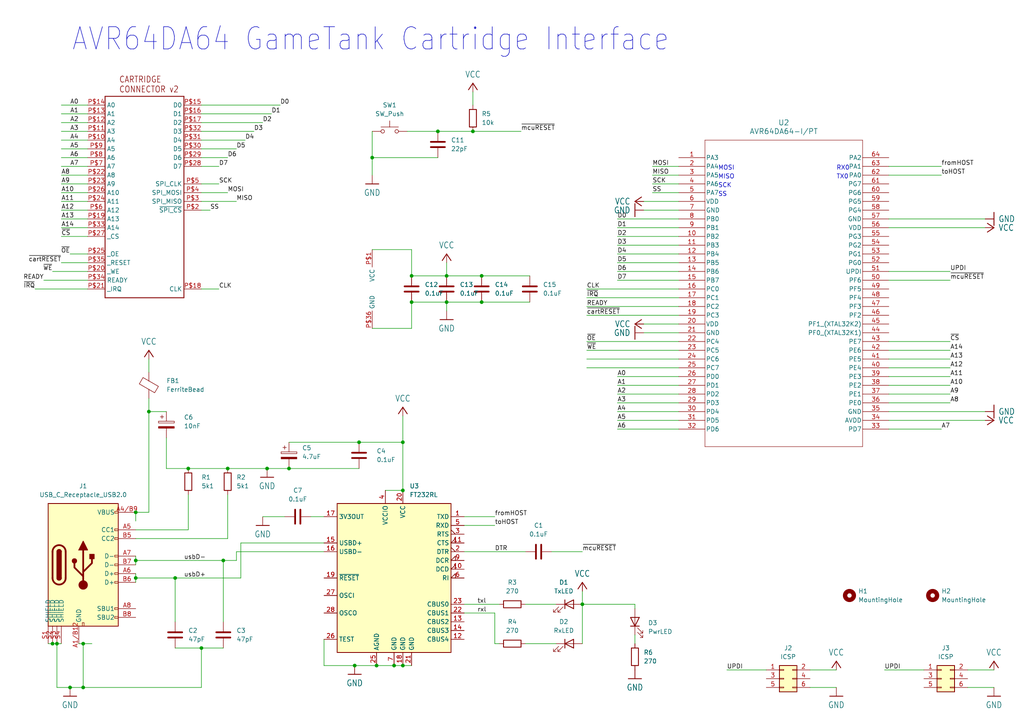
<source format=kicad_sch>
(kicad_sch (version 20230121) (generator eeschema)

  (uuid 28b5c39a-3bca-4ae3-9c02-98d1dbafe5a4)

  (paper "A4")

  (lib_symbols
    (symbol "Connector_Generic:Conn_02x03_Odd_Even" (pin_names (offset 1.016) hide) (in_bom yes) (on_board yes)
      (property "Reference" "J" (at 1.27 5.08 0)
        (effects (font (size 1.27 1.27)))
      )
      (property "Value" "Conn_02x03_Odd_Even" (at 1.27 -5.08 0)
        (effects (font (size 1.27 1.27)))
      )
      (property "Footprint" "" (at 0 0 0)
        (effects (font (size 1.27 1.27)) hide)
      )
      (property "Datasheet" "~" (at 0 0 0)
        (effects (font (size 1.27 1.27)) hide)
      )
      (property "ki_keywords" "connector" (at 0 0 0)
        (effects (font (size 1.27 1.27)) hide)
      )
      (property "ki_description" "Generic connector, double row, 02x03, odd/even pin numbering scheme (row 1 odd numbers, row 2 even numbers), script generated (kicad-library-utils/schlib/autogen/connector/)" (at 0 0 0)
        (effects (font (size 1.27 1.27)) hide)
      )
      (property "ki_fp_filters" "Connector*:*_2x??_*" (at 0 0 0)
        (effects (font (size 1.27 1.27)) hide)
      )
      (symbol "Conn_02x03_Odd_Even_1_1"
        (rectangle (start -1.27 -2.413) (end 0 -2.667)
          (stroke (width 0.1524) (type default))
          (fill (type none))
        )
        (rectangle (start -1.27 0.127) (end 0 -0.127)
          (stroke (width 0.1524) (type default))
          (fill (type none))
        )
        (rectangle (start -1.27 2.667) (end 0 2.413)
          (stroke (width 0.1524) (type default))
          (fill (type none))
        )
        (rectangle (start -1.27 3.81) (end 3.81 -3.81)
          (stroke (width 0.254) (type default))
          (fill (type background))
        )
        (rectangle (start 3.81 -2.413) (end 2.54 -2.667)
          (stroke (width 0.1524) (type default))
          (fill (type none))
        )
        (rectangle (start 3.81 0.127) (end 2.54 -0.127)
          (stroke (width 0.1524) (type default))
          (fill (type none))
        )
        (rectangle (start 3.81 2.667) (end 2.54 2.413)
          (stroke (width 0.1524) (type default))
          (fill (type none))
        )
        (pin passive line (at -5.08 2.54 0) (length 3.81)
          (name "Pin_1" (effects (font (size 1.27 1.27))))
          (number "1" (effects (font (size 1.27 1.27))))
        )
        (pin passive line (at 7.62 2.54 180) (length 3.81)
          (name "Pin_2" (effects (font (size 1.27 1.27))))
          (number "2" (effects (font (size 1.27 1.27))))
        )
        (pin passive line (at -5.08 0 0) (length 3.81)
          (name "Pin_3" (effects (font (size 1.27 1.27))))
          (number "3" (effects (font (size 1.27 1.27))))
        )
        (pin passive line (at 7.62 0 180) (length 3.81)
          (name "Pin_4" (effects (font (size 1.27 1.27))))
          (number "4" (effects (font (size 1.27 1.27))))
        )
        (pin passive line (at -5.08 -2.54 0) (length 3.81)
          (name "Pin_5" (effects (font (size 1.27 1.27))))
          (number "5" (effects (font (size 1.27 1.27))))
        )
        (pin passive line (at 7.62 -2.54 180) (length 3.81)
          (name "Pin_6" (effects (font (size 1.27 1.27))))
          (number "6" (effects (font (size 1.27 1.27))))
        )
      )
    )
    (symbol "Device:C" (pin_numbers hide) (pin_names (offset 0.254)) (in_bom yes) (on_board yes)
      (property "Reference" "C" (at 0.635 2.54 0)
        (effects (font (size 1.27 1.27)) (justify left))
      )
      (property "Value" "C" (at 0.635 -2.54 0)
        (effects (font (size 1.27 1.27)) (justify left))
      )
      (property "Footprint" "" (at 0.9652 -3.81 0)
        (effects (font (size 1.27 1.27)) hide)
      )
      (property "Datasheet" "~" (at 0 0 0)
        (effects (font (size 1.27 1.27)) hide)
      )
      (property "ki_keywords" "cap capacitor" (at 0 0 0)
        (effects (font (size 1.27 1.27)) hide)
      )
      (property "ki_description" "Unpolarized capacitor" (at 0 0 0)
        (effects (font (size 1.27 1.27)) hide)
      )
      (property "ki_fp_filters" "C_*" (at 0 0 0)
        (effects (font (size 1.27 1.27)) hide)
      )
      (symbol "C_0_1"
        (polyline
          (pts
            (xy -2.032 -0.762)
            (xy 2.032 -0.762)
          )
          (stroke (width 0.508) (type default))
          (fill (type none))
        )
        (polyline
          (pts
            (xy -2.032 0.762)
            (xy 2.032 0.762)
          )
          (stroke (width 0.508) (type default))
          (fill (type none))
        )
      )
      (symbol "C_1_1"
        (pin passive line (at 0 3.81 270) (length 2.794)
          (name "~" (effects (font (size 1.27 1.27))))
          (number "1" (effects (font (size 1.27 1.27))))
        )
        (pin passive line (at 0 -3.81 90) (length 2.794)
          (name "~" (effects (font (size 1.27 1.27))))
          (number "2" (effects (font (size 1.27 1.27))))
        )
      )
    )
    (symbol "Device:C_Polarized" (pin_numbers hide) (pin_names (offset 0.254)) (in_bom yes) (on_board yes)
      (property "Reference" "C" (at 0.635 2.54 0)
        (effects (font (size 1.27 1.27)) (justify left))
      )
      (property "Value" "C_Polarized" (at 0.635 -2.54 0)
        (effects (font (size 1.27 1.27)) (justify left))
      )
      (property "Footprint" "" (at 0.9652 -3.81 0)
        (effects (font (size 1.27 1.27)) hide)
      )
      (property "Datasheet" "~" (at 0 0 0)
        (effects (font (size 1.27 1.27)) hide)
      )
      (property "ki_keywords" "cap capacitor" (at 0 0 0)
        (effects (font (size 1.27 1.27)) hide)
      )
      (property "ki_description" "Polarized capacitor" (at 0 0 0)
        (effects (font (size 1.27 1.27)) hide)
      )
      (property "ki_fp_filters" "CP_*" (at 0 0 0)
        (effects (font (size 1.27 1.27)) hide)
      )
      (symbol "C_Polarized_0_1"
        (rectangle (start -2.286 0.508) (end 2.286 1.016)
          (stroke (width 0) (type default))
          (fill (type none))
        )
        (polyline
          (pts
            (xy -1.778 2.286)
            (xy -0.762 2.286)
          )
          (stroke (width 0) (type default))
          (fill (type none))
        )
        (polyline
          (pts
            (xy -1.27 2.794)
            (xy -1.27 1.778)
          )
          (stroke (width 0) (type default))
          (fill (type none))
        )
        (rectangle (start 2.286 -0.508) (end -2.286 -1.016)
          (stroke (width 0) (type default))
          (fill (type outline))
        )
      )
      (symbol "C_Polarized_1_1"
        (pin passive line (at 0 3.81 270) (length 2.794)
          (name "~" (effects (font (size 1.27 1.27))))
          (number "1" (effects (font (size 1.27 1.27))))
        )
        (pin passive line (at 0 -3.81 90) (length 2.794)
          (name "~" (effects (font (size 1.27 1.27))))
          (number "2" (effects (font (size 1.27 1.27))))
        )
      )
    )
    (symbol "Device:FerriteBead" (pin_numbers hide) (pin_names (offset 0)) (in_bom yes) (on_board yes)
      (property "Reference" "FB" (at -3.81 0.635 90)
        (effects (font (size 1.27 1.27)))
      )
      (property "Value" "FerriteBead" (at 3.81 0 90)
        (effects (font (size 1.27 1.27)))
      )
      (property "Footprint" "" (at -1.778 0 90)
        (effects (font (size 1.27 1.27)) hide)
      )
      (property "Datasheet" "~" (at 0 0 0)
        (effects (font (size 1.27 1.27)) hide)
      )
      (property "ki_keywords" "L ferrite bead inductor filter" (at 0 0 0)
        (effects (font (size 1.27 1.27)) hide)
      )
      (property "ki_description" "Ferrite bead" (at 0 0 0)
        (effects (font (size 1.27 1.27)) hide)
      )
      (property "ki_fp_filters" "Inductor_* L_* *Ferrite*" (at 0 0 0)
        (effects (font (size 1.27 1.27)) hide)
      )
      (symbol "FerriteBead_0_1"
        (polyline
          (pts
            (xy 0 -1.27)
            (xy 0 -1.2192)
          )
          (stroke (width 0) (type default))
          (fill (type none))
        )
        (polyline
          (pts
            (xy 0 1.27)
            (xy 0 1.2954)
          )
          (stroke (width 0) (type default))
          (fill (type none))
        )
        (polyline
          (pts
            (xy -2.7686 0.4064)
            (xy -1.7018 2.2606)
            (xy 2.7686 -0.3048)
            (xy 1.6764 -2.159)
            (xy -2.7686 0.4064)
          )
          (stroke (width 0) (type default))
          (fill (type none))
        )
      )
      (symbol "FerriteBead_1_1"
        (pin passive line (at 0 3.81 270) (length 2.54)
          (name "~" (effects (font (size 1.27 1.27))))
          (number "1" (effects (font (size 1.27 1.27))))
        )
        (pin passive line (at 0 -3.81 90) (length 2.54)
          (name "~" (effects (font (size 1.27 1.27))))
          (number "2" (effects (font (size 1.27 1.27))))
        )
      )
    )
    (symbol "Device:LED" (pin_numbers hide) (pin_names (offset 1.016) hide) (in_bom yes) (on_board yes)
      (property "Reference" "D" (at 0 2.54 0)
        (effects (font (size 1.27 1.27)))
      )
      (property "Value" "LED" (at 0 -2.54 0)
        (effects (font (size 1.27 1.27)))
      )
      (property "Footprint" "" (at 0 0 0)
        (effects (font (size 1.27 1.27)) hide)
      )
      (property "Datasheet" "~" (at 0 0 0)
        (effects (font (size 1.27 1.27)) hide)
      )
      (property "ki_keywords" "LED diode" (at 0 0 0)
        (effects (font (size 1.27 1.27)) hide)
      )
      (property "ki_description" "Light emitting diode" (at 0 0 0)
        (effects (font (size 1.27 1.27)) hide)
      )
      (property "ki_fp_filters" "LED* LED_SMD:* LED_THT:*" (at 0 0 0)
        (effects (font (size 1.27 1.27)) hide)
      )
      (symbol "LED_0_1"
        (polyline
          (pts
            (xy -1.27 -1.27)
            (xy -1.27 1.27)
          )
          (stroke (width 0.254) (type default))
          (fill (type none))
        )
        (polyline
          (pts
            (xy -1.27 0)
            (xy 1.27 0)
          )
          (stroke (width 0) (type default))
          (fill (type none))
        )
        (polyline
          (pts
            (xy 1.27 -1.27)
            (xy 1.27 1.27)
            (xy -1.27 0)
            (xy 1.27 -1.27)
          )
          (stroke (width 0.254) (type default))
          (fill (type none))
        )
        (polyline
          (pts
            (xy -3.048 -0.762)
            (xy -4.572 -2.286)
            (xy -3.81 -2.286)
            (xy -4.572 -2.286)
            (xy -4.572 -1.524)
          )
          (stroke (width 0) (type default))
          (fill (type none))
        )
        (polyline
          (pts
            (xy -1.778 -0.762)
            (xy -3.302 -2.286)
            (xy -2.54 -2.286)
            (xy -3.302 -2.286)
            (xy -3.302 -1.524)
          )
          (stroke (width 0) (type default))
          (fill (type none))
        )
      )
      (symbol "LED_1_1"
        (pin passive line (at -3.81 0 0) (length 2.54)
          (name "K" (effects (font (size 1.27 1.27))))
          (number "1" (effects (font (size 1.27 1.27))))
        )
        (pin passive line (at 3.81 0 180) (length 2.54)
          (name "A" (effects (font (size 1.27 1.27))))
          (number "2" (effects (font (size 1.27 1.27))))
        )
      )
    )
    (symbol "Device:R" (pin_numbers hide) (pin_names (offset 0)) (in_bom yes) (on_board yes)
      (property "Reference" "R" (at 2.032 0 90)
        (effects (font (size 1.27 1.27)))
      )
      (property "Value" "R" (at 0 0 90)
        (effects (font (size 1.27 1.27)))
      )
      (property "Footprint" "" (at -1.778 0 90)
        (effects (font (size 1.27 1.27)) hide)
      )
      (property "Datasheet" "~" (at 0 0 0)
        (effects (font (size 1.27 1.27)) hide)
      )
      (property "ki_keywords" "R res resistor" (at 0 0 0)
        (effects (font (size 1.27 1.27)) hide)
      )
      (property "ki_description" "Resistor" (at 0 0 0)
        (effects (font (size 1.27 1.27)) hide)
      )
      (property "ki_fp_filters" "R_*" (at 0 0 0)
        (effects (font (size 1.27 1.27)) hide)
      )
      (symbol "R_0_1"
        (rectangle (start -1.016 -2.54) (end 1.016 2.54)
          (stroke (width 0.254) (type default))
          (fill (type none))
        )
      )
      (symbol "R_1_1"
        (pin passive line (at 0 3.81 270) (length 1.27)
          (name "~" (effects (font (size 1.27 1.27))))
          (number "1" (effects (font (size 1.27 1.27))))
        )
        (pin passive line (at 0 -3.81 90) (length 1.27)
          (name "~" (effects (font (size 1.27 1.27))))
          (number "2" (effects (font (size 1.27 1.27))))
        )
      )
    )
    (symbol "Interface_USB:FT232RL" (in_bom yes) (on_board yes)
      (property "Reference" "U" (at -16.51 22.86 0)
        (effects (font (size 1.27 1.27)) (justify left))
      )
      (property "Value" "FT232RL" (at 10.16 22.86 0)
        (effects (font (size 1.27 1.27)) (justify left))
      )
      (property "Footprint" "Package_SO:SSOP-28_5.3x10.2mm_P0.65mm" (at 27.94 -22.86 0)
        (effects (font (size 1.27 1.27)) hide)
      )
      (property "Datasheet" "https://www.ftdichip.com/Support/Documents/DataSheets/ICs/DS_FT232R.pdf" (at 0 0 0)
        (effects (font (size 1.27 1.27)) hide)
      )
      (property "ki_keywords" "FTDI USB Serial" (at 0 0 0)
        (effects (font (size 1.27 1.27)) hide)
      )
      (property "ki_description" "USB to Serial Interface, SSOP-28" (at 0 0 0)
        (effects (font (size 1.27 1.27)) hide)
      )
      (property "ki_fp_filters" "SSOP*5.3x10.2mm*P0.65mm*" (at 0 0 0)
        (effects (font (size 1.27 1.27)) hide)
      )
      (symbol "FT232RL_0_1"
        (rectangle (start -16.51 21.59) (end 16.51 -21.59)
          (stroke (width 0.254) (type default))
          (fill (type background))
        )
      )
      (symbol "FT232RL_1_1"
        (pin output line (at 20.32 17.78 180) (length 3.81)
          (name "TXD" (effects (font (size 1.27 1.27))))
          (number "1" (effects (font (size 1.27 1.27))))
        )
        (pin input input_low (at 20.32 2.54 180) (length 3.81)
          (name "DCD" (effects (font (size 1.27 1.27))))
          (number "10" (effects (font (size 1.27 1.27))))
        )
        (pin input input_low (at 20.32 10.16 180) (length 3.81)
          (name "CTS" (effects (font (size 1.27 1.27))))
          (number "11" (effects (font (size 1.27 1.27))))
        )
        (pin bidirectional line (at 20.32 -17.78 180) (length 3.81)
          (name "CBUS4" (effects (font (size 1.27 1.27))))
          (number "12" (effects (font (size 1.27 1.27))))
        )
        (pin bidirectional line (at 20.32 -12.7 180) (length 3.81)
          (name "CBUS2" (effects (font (size 1.27 1.27))))
          (number "13" (effects (font (size 1.27 1.27))))
        )
        (pin bidirectional line (at 20.32 -15.24 180) (length 3.81)
          (name "CBUS3" (effects (font (size 1.27 1.27))))
          (number "14" (effects (font (size 1.27 1.27))))
        )
        (pin bidirectional line (at -20.32 10.16 0) (length 3.81)
          (name "USBD+" (effects (font (size 1.27 1.27))))
          (number "15" (effects (font (size 1.27 1.27))))
        )
        (pin bidirectional line (at -20.32 7.62 0) (length 3.81)
          (name "USBD-" (effects (font (size 1.27 1.27))))
          (number "16" (effects (font (size 1.27 1.27))))
        )
        (pin power_out line (at -20.32 17.78 0) (length 3.81)
          (name "3V3OUT" (effects (font (size 1.27 1.27))))
          (number "17" (effects (font (size 1.27 1.27))))
        )
        (pin power_in line (at 2.54 -25.4 90) (length 3.81)
          (name "GND" (effects (font (size 1.27 1.27))))
          (number "18" (effects (font (size 1.27 1.27))))
        )
        (pin input line (at -20.32 0 0) (length 3.81)
          (name "~{RESET}" (effects (font (size 1.27 1.27))))
          (number "19" (effects (font (size 1.27 1.27))))
        )
        (pin output output_low (at 20.32 7.62 180) (length 3.81)
          (name "DTR" (effects (font (size 1.27 1.27))))
          (number "2" (effects (font (size 1.27 1.27))))
        )
        (pin power_in line (at 2.54 25.4 270) (length 3.81)
          (name "VCC" (effects (font (size 1.27 1.27))))
          (number "20" (effects (font (size 1.27 1.27))))
        )
        (pin power_in line (at 5.08 -25.4 90) (length 3.81)
          (name "GND" (effects (font (size 1.27 1.27))))
          (number "21" (effects (font (size 1.27 1.27))))
        )
        (pin bidirectional line (at 20.32 -10.16 180) (length 3.81)
          (name "CBUS1" (effects (font (size 1.27 1.27))))
          (number "22" (effects (font (size 1.27 1.27))))
        )
        (pin bidirectional line (at 20.32 -7.62 180) (length 3.81)
          (name "CBUS0" (effects (font (size 1.27 1.27))))
          (number "23" (effects (font (size 1.27 1.27))))
        )
        (pin power_in line (at -5.08 -25.4 90) (length 3.81)
          (name "AGND" (effects (font (size 1.27 1.27))))
          (number "25" (effects (font (size 1.27 1.27))))
        )
        (pin input line (at -20.32 -17.78 0) (length 3.81)
          (name "TEST" (effects (font (size 1.27 1.27))))
          (number "26" (effects (font (size 1.27 1.27))))
        )
        (pin input line (at -20.32 -5.08 0) (length 3.81)
          (name "OSCI" (effects (font (size 1.27 1.27))))
          (number "27" (effects (font (size 1.27 1.27))))
        )
        (pin output line (at -20.32 -10.16 0) (length 3.81)
          (name "OSCO" (effects (font (size 1.27 1.27))))
          (number "28" (effects (font (size 1.27 1.27))))
        )
        (pin output output_low (at 20.32 12.7 180) (length 3.81)
          (name "RTS" (effects (font (size 1.27 1.27))))
          (number "3" (effects (font (size 1.27 1.27))))
        )
        (pin power_in line (at -2.54 25.4 270) (length 3.81)
          (name "VCCIO" (effects (font (size 1.27 1.27))))
          (number "4" (effects (font (size 1.27 1.27))))
        )
        (pin input line (at 20.32 15.24 180) (length 3.81)
          (name "RXD" (effects (font (size 1.27 1.27))))
          (number "5" (effects (font (size 1.27 1.27))))
        )
        (pin input input_low (at 20.32 0 180) (length 3.81)
          (name "RI" (effects (font (size 1.27 1.27))))
          (number "6" (effects (font (size 1.27 1.27))))
        )
        (pin power_in line (at 0 -25.4 90) (length 3.81)
          (name "GND" (effects (font (size 1.27 1.27))))
          (number "7" (effects (font (size 1.27 1.27))))
        )
        (pin input input_low (at 20.32 5.08 180) (length 3.81)
          (name "DCR" (effects (font (size 1.27 1.27))))
          (number "9" (effects (font (size 1.27 1.27))))
        )
      )
    )
    (symbol "Mechanical:MountingHole" (pin_names (offset 1.016)) (in_bom yes) (on_board yes)
      (property "Reference" "H" (at 0 5.08 0)
        (effects (font (size 1.27 1.27)))
      )
      (property "Value" "MountingHole" (at 0 3.175 0)
        (effects (font (size 1.27 1.27)))
      )
      (property "Footprint" "" (at 0 0 0)
        (effects (font (size 1.27 1.27)) hide)
      )
      (property "Datasheet" "~" (at 0 0 0)
        (effects (font (size 1.27 1.27)) hide)
      )
      (property "ki_keywords" "mounting hole" (at 0 0 0)
        (effects (font (size 1.27 1.27)) hide)
      )
      (property "ki_description" "Mounting Hole without connection" (at 0 0 0)
        (effects (font (size 1.27 1.27)) hide)
      )
      (property "ki_fp_filters" "MountingHole*" (at 0 0 0)
        (effects (font (size 1.27 1.27)) hide)
      )
      (symbol "MountingHole_0_1"
        (circle (center 0 0) (radius 1.27)
          (stroke (width 1.27) (type default))
          (fill (type none))
        )
      )
    )
    (symbol "MegaProgrammer-eagle-import:AVR64DA64-I_PT" (pin_names (offset 0.254)) (in_bom yes) (on_board yes)
      (property "Reference" "U" (at 30.48 10.16 0)
        (effects (font (size 1.524 1.524)))
      )
      (property "Value" "AVR64DA64-I/PT" (at 30.48 7.62 0)
        (effects (font (size 1.524 1.524)))
      )
      (property "Footprint" "TQFP64_PT_MCH" (at 30.48 3.81 0)
        (effects (font (size 1.27 1.27) italic) hide)
      )
      (property "Datasheet" "AVR64DA64-I/PT" (at 30.48 1.27 0)
        (effects (font (size 1.27 1.27) italic) hide)
      )
      (property "ki_locked" "" (at 0 0 0)
        (effects (font (size 1.27 1.27)))
      )
      (property "ki_keywords" "AVR64DA64-I/PT" (at 0 0 0)
        (effects (font (size 1.27 1.27)) hide)
      )
      (property "ki_fp_filters" "TQFP64_PT_MCH TQFP64_PT_MCH-M TQFP64_PT_MCH-L" (at 0 0 0)
        (effects (font (size 1.27 1.27)) hide)
      )
      (symbol "AVR64DA64-I_PT_0_1"
        (polyline
          (pts
            (xy 7.62 -83.82)
            (xy 53.34 -83.82)
          )
          (stroke (width 0.127) (type default))
          (fill (type none))
        )
        (polyline
          (pts
            (xy 7.62 5.08)
            (xy 7.62 -83.82)
          )
          (stroke (width 0.127) (type default))
          (fill (type none))
        )
        (polyline
          (pts
            (xy 53.34 -83.82)
            (xy 53.34 5.08)
          )
          (stroke (width 0.127) (type default))
          (fill (type none))
        )
        (polyline
          (pts
            (xy 53.34 5.08)
            (xy 7.62 5.08)
          )
          (stroke (width 0.127) (type default))
          (fill (type none))
        )
        (pin bidirectional line (at 0 0 0) (length 7.62)
          (name "PA3" (effects (font (size 1.27 1.27))))
          (number "1" (effects (font (size 1.27 1.27))))
        )
        (pin bidirectional line (at 0 -22.86 0) (length 7.62)
          (name "PB2" (effects (font (size 1.27 1.27))))
          (number "10" (effects (font (size 1.27 1.27))))
        )
        (pin bidirectional line (at 0 -25.4 0) (length 7.62)
          (name "PB3" (effects (font (size 1.27 1.27))))
          (number "11" (effects (font (size 1.27 1.27))))
        )
        (pin bidirectional line (at 0 -27.94 0) (length 7.62)
          (name "PB4" (effects (font (size 1.27 1.27))))
          (number "12" (effects (font (size 1.27 1.27))))
        )
        (pin bidirectional line (at 0 -30.48 0) (length 7.62)
          (name "PB5" (effects (font (size 1.27 1.27))))
          (number "13" (effects (font (size 1.27 1.27))))
        )
        (pin bidirectional line (at 0 -33.02 0) (length 7.62)
          (name "PB6" (effects (font (size 1.27 1.27))))
          (number "14" (effects (font (size 1.27 1.27))))
        )
        (pin bidirectional line (at 0 -35.56 0) (length 7.62)
          (name "PB7" (effects (font (size 1.27 1.27))))
          (number "15" (effects (font (size 1.27 1.27))))
        )
        (pin bidirectional line (at 0 -38.1 0) (length 7.62)
          (name "PC0" (effects (font (size 1.27 1.27))))
          (number "16" (effects (font (size 1.27 1.27))))
        )
        (pin bidirectional line (at 0 -40.64 0) (length 7.62)
          (name "PC1" (effects (font (size 1.27 1.27))))
          (number "17" (effects (font (size 1.27 1.27))))
        )
        (pin bidirectional line (at 0 -43.18 0) (length 7.62)
          (name "PC2" (effects (font (size 1.27 1.27))))
          (number "18" (effects (font (size 1.27 1.27))))
        )
        (pin bidirectional line (at 0 -45.72 0) (length 7.62)
          (name "PC3" (effects (font (size 1.27 1.27))))
          (number "19" (effects (font (size 1.27 1.27))))
        )
        (pin bidirectional line (at 0 -2.54 0) (length 7.62)
          (name "PA4" (effects (font (size 1.27 1.27))))
          (number "2" (effects (font (size 1.27 1.27))))
        )
        (pin power_in line (at 0 -48.26 0) (length 7.62)
          (name "VDD" (effects (font (size 1.27 1.27))))
          (number "20" (effects (font (size 1.27 1.27))))
        )
        (pin power_out line (at 0 -50.8 0) (length 7.62)
          (name "GND" (effects (font (size 1.27 1.27))))
          (number "21" (effects (font (size 1.27 1.27))))
        )
        (pin bidirectional line (at 0 -53.34 0) (length 7.62)
          (name "PC4" (effects (font (size 1.27 1.27))))
          (number "22" (effects (font (size 1.27 1.27))))
        )
        (pin bidirectional line (at 0 -55.88 0) (length 7.62)
          (name "PC5" (effects (font (size 1.27 1.27))))
          (number "23" (effects (font (size 1.27 1.27))))
        )
        (pin bidirectional line (at 0 -58.42 0) (length 7.62)
          (name "PC6" (effects (font (size 1.27 1.27))))
          (number "24" (effects (font (size 1.27 1.27))))
        )
        (pin bidirectional line (at 0 -60.96 0) (length 7.62)
          (name "PC7" (effects (font (size 1.27 1.27))))
          (number "25" (effects (font (size 1.27 1.27))))
        )
        (pin bidirectional line (at 0 -63.5 0) (length 7.62)
          (name "PD0" (effects (font (size 1.27 1.27))))
          (number "26" (effects (font (size 1.27 1.27))))
        )
        (pin bidirectional line (at 0 -66.04 0) (length 7.62)
          (name "PD1" (effects (font (size 1.27 1.27))))
          (number "27" (effects (font (size 1.27 1.27))))
        )
        (pin bidirectional line (at 0 -68.58 0) (length 7.62)
          (name "PD2" (effects (font (size 1.27 1.27))))
          (number "28" (effects (font (size 1.27 1.27))))
        )
        (pin bidirectional line (at 0 -71.12 0) (length 7.62)
          (name "PD3" (effects (font (size 1.27 1.27))))
          (number "29" (effects (font (size 1.27 1.27))))
        )
        (pin bidirectional line (at 0 -5.08 0) (length 7.62)
          (name "PA5" (effects (font (size 1.27 1.27))))
          (number "3" (effects (font (size 1.27 1.27))))
        )
        (pin bidirectional line (at 0 -73.66 0) (length 7.62)
          (name "PD4" (effects (font (size 1.27 1.27))))
          (number "30" (effects (font (size 1.27 1.27))))
        )
        (pin bidirectional line (at 0 -76.2 0) (length 7.62)
          (name "PD5" (effects (font (size 1.27 1.27))))
          (number "31" (effects (font (size 1.27 1.27))))
        )
        (pin bidirectional line (at 0 -78.74 0) (length 7.62)
          (name "PD6" (effects (font (size 1.27 1.27))))
          (number "32" (effects (font (size 1.27 1.27))))
        )
        (pin bidirectional line (at 60.96 -78.74 180) (length 7.62)
          (name "PD7" (effects (font (size 1.27 1.27))))
          (number "33" (effects (font (size 1.27 1.27))))
        )
        (pin power_in line (at 60.96 -76.2 180) (length 7.62)
          (name "AVDD" (effects (font (size 1.27 1.27))))
          (number "34" (effects (font (size 1.27 1.27))))
        )
        (pin power_out line (at 60.96 -73.66 180) (length 7.62)
          (name "GND" (effects (font (size 1.27 1.27))))
          (number "35" (effects (font (size 1.27 1.27))))
        )
        (pin bidirectional line (at 60.96 -71.12 180) (length 7.62)
          (name "PE0" (effects (font (size 1.27 1.27))))
          (number "36" (effects (font (size 1.27 1.27))))
        )
        (pin bidirectional line (at 60.96 -68.58 180) (length 7.62)
          (name "PE1" (effects (font (size 1.27 1.27))))
          (number "37" (effects (font (size 1.27 1.27))))
        )
        (pin bidirectional line (at 60.96 -66.04 180) (length 7.62)
          (name "PE2" (effects (font (size 1.27 1.27))))
          (number "38" (effects (font (size 1.27 1.27))))
        )
        (pin bidirectional line (at 60.96 -63.5 180) (length 7.62)
          (name "PE3" (effects (font (size 1.27 1.27))))
          (number "39" (effects (font (size 1.27 1.27))))
        )
        (pin bidirectional line (at 0 -7.62 0) (length 7.62)
          (name "PA6" (effects (font (size 1.27 1.27))))
          (number "4" (effects (font (size 1.27 1.27))))
        )
        (pin bidirectional line (at 60.96 -60.96 180) (length 7.62)
          (name "PE4" (effects (font (size 1.27 1.27))))
          (number "40" (effects (font (size 1.27 1.27))))
        )
        (pin bidirectional line (at 60.96 -58.42 180) (length 7.62)
          (name "PE5" (effects (font (size 1.27 1.27))))
          (number "41" (effects (font (size 1.27 1.27))))
        )
        (pin bidirectional line (at 60.96 -55.88 180) (length 7.62)
          (name "PE6" (effects (font (size 1.27 1.27))))
          (number "42" (effects (font (size 1.27 1.27))))
        )
        (pin bidirectional line (at 60.96 -53.34 180) (length 7.62)
          (name "PE7" (effects (font (size 1.27 1.27))))
          (number "43" (effects (font (size 1.27 1.27))))
        )
        (pin bidirectional line (at 60.96 -50.8 180) (length 7.62)
          (name "PF0_(XTAL32K1)" (effects (font (size 1.27 1.27))))
          (number "44" (effects (font (size 1.27 1.27))))
        )
        (pin bidirectional line (at 60.96 -48.26 180) (length 7.62)
          (name "PF1_(XTAL32K2)" (effects (font (size 1.27 1.27))))
          (number "45" (effects (font (size 1.27 1.27))))
        )
        (pin bidirectional line (at 60.96 -45.72 180) (length 7.62)
          (name "PF2" (effects (font (size 1.27 1.27))))
          (number "46" (effects (font (size 1.27 1.27))))
        )
        (pin bidirectional line (at 60.96 -43.18 180) (length 7.62)
          (name "PF3" (effects (font (size 1.27 1.27))))
          (number "47" (effects (font (size 1.27 1.27))))
        )
        (pin bidirectional line (at 60.96 -40.64 180) (length 7.62)
          (name "PF4" (effects (font (size 1.27 1.27))))
          (number "48" (effects (font (size 1.27 1.27))))
        )
        (pin bidirectional line (at 60.96 -38.1 180) (length 7.62)
          (name "PF5" (effects (font (size 1.27 1.27))))
          (number "49" (effects (font (size 1.27 1.27))))
        )
        (pin bidirectional line (at 0 -10.16 0) (length 7.62)
          (name "PA7" (effects (font (size 1.27 1.27))))
          (number "5" (effects (font (size 1.27 1.27))))
        )
        (pin bidirectional line (at 60.96 -35.56 180) (length 7.62)
          (name "PF6" (effects (font (size 1.27 1.27))))
          (number "50" (effects (font (size 1.27 1.27))))
        )
        (pin bidirectional line (at 60.96 -33.02 180) (length 7.62)
          (name "UPDI" (effects (font (size 1.27 1.27))))
          (number "51" (effects (font (size 1.27 1.27))))
        )
        (pin bidirectional line (at 60.96 -30.48 180) (length 7.62)
          (name "PG0" (effects (font (size 1.27 1.27))))
          (number "52" (effects (font (size 1.27 1.27))))
        )
        (pin bidirectional line (at 60.96 -27.94 180) (length 7.62)
          (name "PG1" (effects (font (size 1.27 1.27))))
          (number "53" (effects (font (size 1.27 1.27))))
        )
        (pin bidirectional line (at 60.96 -25.4 180) (length 7.62)
          (name "PG2" (effects (font (size 1.27 1.27))))
          (number "54" (effects (font (size 1.27 1.27))))
        )
        (pin bidirectional line (at 60.96 -22.86 180) (length 7.62)
          (name "PG3" (effects (font (size 1.27 1.27))))
          (number "55" (effects (font (size 1.27 1.27))))
        )
        (pin power_in line (at 60.96 -20.32 180) (length 7.62)
          (name "VDD" (effects (font (size 1.27 1.27))))
          (number "56" (effects (font (size 1.27 1.27))))
        )
        (pin power_out line (at 60.96 -17.78 180) (length 7.62)
          (name "GND" (effects (font (size 1.27 1.27))))
          (number "57" (effects (font (size 1.27 1.27))))
        )
        (pin bidirectional line (at 60.96 -15.24 180) (length 7.62)
          (name "PG4" (effects (font (size 1.27 1.27))))
          (number "58" (effects (font (size 1.27 1.27))))
        )
        (pin bidirectional line (at 60.96 -12.7 180) (length 7.62)
          (name "PG5" (effects (font (size 1.27 1.27))))
          (number "59" (effects (font (size 1.27 1.27))))
        )
        (pin power_in line (at 0 -12.7 0) (length 7.62)
          (name "VDD" (effects (font (size 1.27 1.27))))
          (number "6" (effects (font (size 1.27 1.27))))
        )
        (pin bidirectional line (at 60.96 -10.16 180) (length 7.62)
          (name "PG6" (effects (font (size 1.27 1.27))))
          (number "60" (effects (font (size 1.27 1.27))))
        )
        (pin bidirectional line (at 60.96 -7.62 180) (length 7.62)
          (name "PG7" (effects (font (size 1.27 1.27))))
          (number "61" (effects (font (size 1.27 1.27))))
        )
        (pin bidirectional line (at 60.96 -5.08 180) (length 7.62)
          (name "PA0" (effects (font (size 1.27 1.27))))
          (number "62" (effects (font (size 1.27 1.27))))
        )
        (pin bidirectional line (at 60.96 -2.54 180) (length 7.62)
          (name "PA1" (effects (font (size 1.27 1.27))))
          (number "63" (effects (font (size 1.27 1.27))))
        )
        (pin bidirectional line (at 60.96 0 180) (length 7.62)
          (name "PA2" (effects (font (size 1.27 1.27))))
          (number "64" (effects (font (size 1.27 1.27))))
        )
        (pin power_out line (at 0 -15.24 0) (length 7.62)
          (name "GND" (effects (font (size 1.27 1.27))))
          (number "7" (effects (font (size 1.27 1.27))))
        )
        (pin bidirectional line (at 0 -17.78 0) (length 7.62)
          (name "PB0" (effects (font (size 1.27 1.27))))
          (number "8" (effects (font (size 1.27 1.27))))
        )
        (pin bidirectional line (at 0 -20.32 0) (length 7.62)
          (name "PB1" (effects (font (size 1.27 1.27))))
          (number "9" (effects (font (size 1.27 1.27))))
        )
      )
    )
    (symbol "MegaProgrammer-eagle-import:GND" (power) (in_bom yes) (on_board yes)
      (property "Reference" "#GND" (at 0 0 0)
        (effects (font (size 1.27 1.27)) hide)
      )
      (property "Value" "GND" (at -2.54 -2.54 0)
        (effects (font (size 1.778 1.5113)) (justify left bottom))
      )
      (property "Footprint" "" (at 0 0 0)
        (effects (font (size 1.27 1.27)) hide)
      )
      (property "Datasheet" "" (at 0 0 0)
        (effects (font (size 1.27 1.27)) hide)
      )
      (property "ki_locked" "" (at 0 0 0)
        (effects (font (size 1.27 1.27)))
      )
      (symbol "GND_1_0"
        (polyline
          (pts
            (xy -1.905 0)
            (xy 1.905 0)
          )
          (stroke (width 0.254) (type solid))
          (fill (type none))
        )
        (pin power_in line (at 0 2.54 270) (length 2.54)
          (name "GND" (effects (font (size 0 0))))
          (number "1" (effects (font (size 0 0))))
        )
      )
    )
    (symbol "MegaProgrammer-eagle-import:GT_CART3GT_SLOT" (in_bom yes) (on_board yes)
      (property "Reference" "" (at 0 0 0)
        (effects (font (size 1.27 1.27)) hide)
      )
      (property "Value" "" (at 0 0 0)
        (effects (font (size 1.27 1.27)) hide)
      )
      (property "Footprint" "MegaProgrammer:SLOT36" (at 0 0 0)
        (effects (font (size 1.27 1.27)) hide)
      )
      (property "Datasheet" "" (at 0 0 0)
        (effects (font (size 1.27 1.27)) hide)
      )
      (property "ki_locked" "" (at 0 0 0)
        (effects (font (size 1.27 1.27)))
      )
      (symbol "GT_CART3GT_SLOT_1_0"
        (pin power_in line (at 0 12.7 270) (length 5.08)
          (name "VCC" (effects (font (size 1.27 1.27))))
          (number "P$1" (effects (font (size 1.27 1.27))))
        )
        (pin power_in line (at 0 -10.16 90) (length 5.08)
          (name "GND" (effects (font (size 1.27 1.27))))
          (number "P$36" (effects (font (size 1.27 1.27))))
        )
      )
      (symbol "GT_CART3GT_SLOT_2_0"
        (polyline
          (pts
            (xy -10.16 -35.56)
            (xy -10.16 22.86)
          )
          (stroke (width 0.254) (type solid))
          (fill (type none))
        )
        (polyline
          (pts
            (xy -10.16 22.86)
            (xy 12.7 22.86)
          )
          (stroke (width 0.254) (type solid))
          (fill (type none))
        )
        (polyline
          (pts
            (xy 12.7 -35.56)
            (xy -10.16 -35.56)
          )
          (stroke (width 0.254) (type solid))
          (fill (type none))
        )
        (polyline
          (pts
            (xy 12.7 22.86)
            (xy 12.7 -35.56)
          )
          (stroke (width 0.254) (type solid))
          (fill (type none))
        )
        (text "CARTRIDGE\nCONNECTOR v2" (at -6.096 23.876 0)
          (effects (font (size 1.778 1.5113)) (justify left bottom))
        )
        (pin bidirectional line (at -15.24 10.16 0) (length 5.08)
          (name "A4" (effects (font (size 1.27 1.27))))
          (number "P$10" (effects (font (size 1.27 1.27))))
        )
        (pin bidirectional line (at -15.24 12.7 0) (length 5.08)
          (name "A3" (effects (font (size 1.27 1.27))))
          (number "P$11" (effects (font (size 1.27 1.27))))
        )
        (pin bidirectional line (at -15.24 15.24 0) (length 5.08)
          (name "A2" (effects (font (size 1.27 1.27))))
          (number "P$12" (effects (font (size 1.27 1.27))))
        )
        (pin bidirectional line (at -15.24 17.78 0) (length 5.08)
          (name "A1" (effects (font (size 1.27 1.27))))
          (number "P$13" (effects (font (size 1.27 1.27))))
        )
        (pin bidirectional line (at -15.24 20.32 0) (length 5.08)
          (name "A0" (effects (font (size 1.27 1.27))))
          (number "P$14" (effects (font (size 1.27 1.27))))
        )
        (pin bidirectional line (at 17.78 20.32 180) (length 5.08)
          (name "D0" (effects (font (size 1.27 1.27))))
          (number "P$15" (effects (font (size 1.27 1.27))))
        )
        (pin bidirectional line (at 17.78 17.78 180) (length 5.08)
          (name "D1" (effects (font (size 1.27 1.27))))
          (number "P$16" (effects (font (size 1.27 1.27))))
        )
        (pin bidirectional line (at 17.78 15.24 180) (length 5.08)
          (name "D2" (effects (font (size 1.27 1.27))))
          (number "P$17" (effects (font (size 1.27 1.27))))
        )
        (pin bidirectional line (at 17.78 -33.02 180) (length 5.08)
          (name "CLK" (effects (font (size 1.27 1.27))))
          (number "P$18" (effects (font (size 1.27 1.27))))
        )
        (pin bidirectional line (at -15.24 -12.7 0) (length 5.08)
          (name "A13" (effects (font (size 1.27 1.27))))
          (number "P$19" (effects (font (size 1.27 1.27))))
        )
        (pin bidirectional line (at 17.78 -10.16 180) (length 5.08)
          (name "~{SPI_CS}" (effects (font (size 1.27 1.27))))
          (number "P$2" (effects (font (size 1.27 1.27))))
        )
        (pin bidirectional line (at -15.24 -27.94 0) (length 5.08)
          (name "_WE" (effects (font (size 1.27 1.27))))
          (number "P$20" (effects (font (size 1.27 1.27))))
        )
        (pin bidirectional line (at -15.24 -33.02 0) (length 5.08)
          (name "_IRQ" (effects (font (size 1.27 1.27))))
          (number "P$21" (effects (font (size 1.27 1.27))))
        )
        (pin bidirectional line (at -15.24 0 0) (length 5.08)
          (name "A8" (effects (font (size 1.27 1.27))))
          (number "P$22" (effects (font (size 1.27 1.27))))
        )
        (pin bidirectional line (at -15.24 -2.54 0) (length 5.08)
          (name "A9" (effects (font (size 1.27 1.27))))
          (number "P$23" (effects (font (size 1.27 1.27))))
        )
        (pin bidirectional line (at -15.24 -7.62 0) (length 5.08)
          (name "A11" (effects (font (size 1.27 1.27))))
          (number "P$24" (effects (font (size 1.27 1.27))))
        )
        (pin bidirectional line (at -15.24 -22.86 0) (length 5.08)
          (name "_OE" (effects (font (size 1.27 1.27))))
          (number "P$25" (effects (font (size 1.27 1.27))))
        )
        (pin bidirectional line (at -15.24 -5.08 0) (length 5.08)
          (name "A10" (effects (font (size 1.27 1.27))))
          (number "P$26" (effects (font (size 1.27 1.27))))
        )
        (pin bidirectional line (at -15.24 -17.78 0) (length 5.08)
          (name "_CS" (effects (font (size 1.27 1.27))))
          (number "P$27" (effects (font (size 1.27 1.27))))
        )
        (pin bidirectional line (at 17.78 2.54 180) (length 5.08)
          (name "D7" (effects (font (size 1.27 1.27))))
          (number "P$28" (effects (font (size 1.27 1.27))))
        )
        (pin bidirectional line (at 17.78 5.08 180) (length 5.08)
          (name "D6" (effects (font (size 1.27 1.27))))
          (number "P$29" (effects (font (size 1.27 1.27))))
        )
        (pin bidirectional line (at 17.78 -7.62 180) (length 5.08)
          (name "SPI_MISO" (effects (font (size 1.27 1.27))))
          (number "P$3" (effects (font (size 1.27 1.27))))
        )
        (pin bidirectional line (at 17.78 7.62 180) (length 5.08)
          (name "D5" (effects (font (size 1.27 1.27))))
          (number "P$30" (effects (font (size 1.27 1.27))))
        )
        (pin bidirectional line (at 17.78 10.16 180) (length 5.08)
          (name "D4" (effects (font (size 1.27 1.27))))
          (number "P$31" (effects (font (size 1.27 1.27))))
        )
        (pin bidirectional line (at 17.78 12.7 180) (length 5.08)
          (name "D3" (effects (font (size 1.27 1.27))))
          (number "P$32" (effects (font (size 1.27 1.27))))
        )
        (pin bidirectional line (at -15.24 -15.24 0) (length 5.08)
          (name "A14" (effects (font (size 1.27 1.27))))
          (number "P$33" (effects (font (size 1.27 1.27))))
        )
        (pin bidirectional line (at -15.24 -30.48 0) (length 5.08)
          (name "READY" (effects (font (size 1.27 1.27))))
          (number "P$34" (effects (font (size 1.27 1.27))))
        )
        (pin bidirectional line (at -15.24 -25.4 0) (length 5.08)
          (name "_RESET" (effects (font (size 1.27 1.27))))
          (number "P$35" (effects (font (size 1.27 1.27))))
        )
        (pin bidirectional line (at 17.78 -5.08 180) (length 5.08)
          (name "SPI_MOSI" (effects (font (size 1.27 1.27))))
          (number "P$4" (effects (font (size 1.27 1.27))))
        )
        (pin bidirectional line (at 17.78 -2.54 180) (length 5.08)
          (name "SPI_CLK" (effects (font (size 1.27 1.27))))
          (number "P$5" (effects (font (size 1.27 1.27))))
        )
        (pin bidirectional line (at -15.24 -10.16 0) (length 5.08)
          (name "A12" (effects (font (size 1.27 1.27))))
          (number "P$6" (effects (font (size 1.27 1.27))))
        )
        (pin bidirectional line (at -15.24 2.54 0) (length 5.08)
          (name "A7" (effects (font (size 1.27 1.27))))
          (number "P$7" (effects (font (size 1.27 1.27))))
        )
        (pin bidirectional line (at -15.24 5.08 0) (length 5.08)
          (name "A6" (effects (font (size 1.27 1.27))))
          (number "P$8" (effects (font (size 1.27 1.27))))
        )
        (pin bidirectional line (at -15.24 7.62 0) (length 5.08)
          (name "A5" (effects (font (size 1.27 1.27))))
          (number "P$9" (effects (font (size 1.27 1.27))))
        )
      )
    )
    (symbol "MegaProgrammer-eagle-import:USB_C_Receptacle_USB2.0_molex" (pin_names (offset 1.016)) (in_bom yes) (on_board yes)
      (property "Reference" "J1" (at 0 22.86 0)
        (effects (font (size 1.27 1.27)))
      )
      (property "Value" "USB_C_Receptacle_USB2.0" (at 0 20.32 0)
        (effects (font (size 1.27 1.27)))
      )
      (property "Footprint" "MegaProgrammer:GCT_USB4110GFA" (at 3.81 0 0)
        (effects (font (size 1.27 1.27)) hide)
      )
      (property "Datasheet" "https://www.usb.org/sites/default/files/documents/usb_type-c.zip" (at 3.81 0 0)
        (effects (font (size 1.27 1.27)) hide)
      )
      (property "ki_keywords" "usb universal serial bus type-C USB2.0" (at 0 0 0)
        (effects (font (size 1.27 1.27)) hide)
      )
      (property "ki_description" "USB 2.0-only Type-C Receptacle connector" (at 0 0 0)
        (effects (font (size 1.27 1.27)) hide)
      )
      (property "ki_fp_filters" "USB*C*Receptacle*" (at 0 0 0)
        (effects (font (size 1.27 1.27)) hide)
      )
      (symbol "USB_C_Receptacle_USB2.0_molex_0_0"
        (rectangle (start -0.254 -17.78) (end 0.254 -16.764)
          (stroke (width 0) (type default))
          (fill (type none))
        )
        (rectangle (start 10.16 -14.986) (end 9.144 -15.494)
          (stroke (width 0) (type default))
          (fill (type none))
        )
        (rectangle (start 10.16 -12.446) (end 9.144 -12.954)
          (stroke (width 0) (type default))
          (fill (type none))
        )
        (rectangle (start 10.16 -4.826) (end 9.144 -5.334)
          (stroke (width 0) (type default))
          (fill (type none))
        )
        (rectangle (start 10.16 -2.286) (end 9.144 -2.794)
          (stroke (width 0) (type default))
          (fill (type none))
        )
        (rectangle (start 10.16 0.254) (end 9.144 -0.254)
          (stroke (width 0) (type default))
          (fill (type none))
        )
        (rectangle (start 10.16 2.794) (end 9.144 2.286)
          (stroke (width 0) (type default))
          (fill (type none))
        )
        (rectangle (start 10.16 7.874) (end 9.144 7.366)
          (stroke (width 0) (type default))
          (fill (type none))
        )
        (rectangle (start 10.16 10.414) (end 9.144 9.906)
          (stroke (width 0) (type default))
          (fill (type none))
        )
        (rectangle (start 10.16 15.494) (end 9.144 14.986)
          (stroke (width 0) (type default))
          (fill (type none))
        )
      )
      (symbol "USB_C_Receptacle_USB2.0_molex_0_1"
        (rectangle (start -10.16 17.78) (end 10.16 -17.78)
          (stroke (width 0.254) (type default))
          (fill (type background))
        )
        (arc (start -8.89 -3.81) (mid -6.985 -5.7067) (end -5.08 -3.81)
          (stroke (width 0.508) (type default))
          (fill (type none))
        )
        (arc (start -7.62 -3.81) (mid -6.985 -4.4423) (end -6.35 -3.81)
          (stroke (width 0.254) (type default))
          (fill (type none))
        )
        (arc (start -7.62 -3.81) (mid -6.985 -4.4423) (end -6.35 -3.81)
          (stroke (width 0.254) (type default))
          (fill (type outline))
        )
        (rectangle (start -7.62 -3.81) (end -6.35 3.81)
          (stroke (width 0.254) (type default))
          (fill (type outline))
        )
        (arc (start -6.35 3.81) (mid -6.985 4.4423) (end -7.62 3.81)
          (stroke (width 0.254) (type default))
          (fill (type none))
        )
        (arc (start -6.35 3.81) (mid -6.985 4.4423) (end -7.62 3.81)
          (stroke (width 0.254) (type default))
          (fill (type outline))
        )
        (arc (start -5.08 3.81) (mid -6.985 5.7067) (end -8.89 3.81)
          (stroke (width 0.508) (type default))
          (fill (type none))
        )
        (circle (center -2.54 1.143) (radius 0.635)
          (stroke (width 0.254) (type default))
          (fill (type outline))
        )
        (circle (center 0 -5.842) (radius 1.27)
          (stroke (width 0) (type default))
          (fill (type outline))
        )
        (polyline
          (pts
            (xy -8.89 -3.81)
            (xy -8.89 3.81)
          )
          (stroke (width 0.508) (type default))
          (fill (type none))
        )
        (polyline
          (pts
            (xy -5.08 3.81)
            (xy -5.08 -3.81)
          )
          (stroke (width 0.508) (type default))
          (fill (type none))
        )
        (polyline
          (pts
            (xy 0 -5.842)
            (xy 0 4.318)
          )
          (stroke (width 0.508) (type default))
          (fill (type none))
        )
        (polyline
          (pts
            (xy 0 -3.302)
            (xy -2.54 -0.762)
            (xy -2.54 0.508)
          )
          (stroke (width 0.508) (type default))
          (fill (type none))
        )
        (polyline
          (pts
            (xy 0 -2.032)
            (xy 2.54 0.508)
            (xy 2.54 1.778)
          )
          (stroke (width 0.508) (type default))
          (fill (type none))
        )
        (polyline
          (pts
            (xy -1.27 4.318)
            (xy 0 6.858)
            (xy 1.27 4.318)
            (xy -1.27 4.318)
          )
          (stroke (width 0.254) (type default))
          (fill (type outline))
        )
        (rectangle (start 1.905 1.778) (end 3.175 3.048)
          (stroke (width 0.254) (type default))
          (fill (type outline))
        )
      )
      (symbol "USB_C_Receptacle_USB2.0_molex_1_1"
        (pin passive line (at -1.27 -22.86 90) (length 5.08)
          (name "GND" (effects (font (size 1.27 1.27))))
          (number "A1/B12" (effects (font (size 1.27 1.27))))
        )
        (pin passive line (at 15.24 15.24 180) (length 5.08)
          (name "VBUS" (effects (font (size 1.27 1.27))))
          (number "A4/B9" (effects (font (size 1.27 1.27))))
        )
        (pin bidirectional line (at 15.24 10.16 180) (length 5.08)
          (name "CC1" (effects (font (size 1.27 1.27))))
          (number "A5" (effects (font (size 1.27 1.27))))
        )
        (pin bidirectional line (at 15.24 -2.54 180) (length 5.08)
          (name "D+" (effects (font (size 1.27 1.27))))
          (number "A6" (effects (font (size 1.27 1.27))))
        )
        (pin bidirectional line (at 15.24 2.54 180) (length 5.08)
          (name "D-" (effects (font (size 1.27 1.27))))
          (number "A7" (effects (font (size 1.27 1.27))))
        )
        (pin bidirectional line (at 15.24 -12.7 180) (length 5.08)
          (name "SBU1" (effects (font (size 1.27 1.27))))
          (number "A8" (effects (font (size 1.27 1.27))))
        )
        (pin passive line (at 2.54 -22.86 90) (length 5.08) hide
          (name "GND" (effects (font (size 1.27 1.27))))
          (number "B1/A12" (effects (font (size 1.27 1.27))))
        )
        (pin passive line (at 15.24 12.7 180) (length 5.08) hide
          (name "VBUS" (effects (font (size 1.27 1.27))))
          (number "B4/A9" (effects (font (size 1.27 1.27))))
        )
        (pin bidirectional line (at 15.24 7.62 180) (length 5.08)
          (name "CC2" (effects (font (size 1.27 1.27))))
          (number "B5" (effects (font (size 1.27 1.27))))
        )
        (pin bidirectional line (at 15.24 -5.08 180) (length 5.08)
          (name "D+" (effects (font (size 1.27 1.27))))
          (number "B6" (effects (font (size 1.27 1.27))))
        )
        (pin bidirectional line (at 15.24 0 180) (length 5.08)
          (name "D-" (effects (font (size 1.27 1.27))))
          (number "B7" (effects (font (size 1.27 1.27))))
        )
        (pin bidirectional line (at 15.24 -15.24 180) (length 5.08)
          (name "SBU2" (effects (font (size 1.27 1.27))))
          (number "B8" (effects (font (size 1.27 1.27))))
        )
        (pin passive line (at -10.16 -22.86 90) (length 5.08)
          (name "SHIELD" (effects (font (size 1.27 1.27))))
          (number "S1" (effects (font (size 1.27 1.27))))
        )
        (pin passive line (at -8.89 -22.86 90) (length 5.08)
          (name "SHIELD" (effects (font (size 1.27 1.27))))
          (number "S2" (effects (font (size 1.27 1.27))))
        )
        (pin passive line (at -7.62 -22.86 90) (length 5.08)
          (name "SHIELD" (effects (font (size 1.27 1.27))))
          (number "S3" (effects (font (size 1.27 1.27))))
        )
        (pin passive line (at -6.35 -22.86 90) (length 5.08)
          (name "SHIELD" (effects (font (size 1.27 1.27))))
          (number "S4" (effects (font (size 1.27 1.27))))
        )
      )
    )
    (symbol "MegaProgrammer-eagle-import:VCC" (power) (in_bom yes) (on_board yes)
      (property "Reference" "#P+" (at 0 0 0)
        (effects (font (size 1.27 1.27)) hide)
      )
      (property "Value" "VCC" (at -2.54 -2.54 90)
        (effects (font (size 1.778 1.5113)) (justify left bottom))
      )
      (property "Footprint" "" (at 0 0 0)
        (effects (font (size 1.27 1.27)) hide)
      )
      (property "Datasheet" "" (at 0 0 0)
        (effects (font (size 1.27 1.27)) hide)
      )
      (property "ki_locked" "" (at 0 0 0)
        (effects (font (size 1.27 1.27)))
      )
      (symbol "VCC_1_0"
        (polyline
          (pts
            (xy 0 0)
            (xy -1.27 -1.905)
          )
          (stroke (width 0.254) (type solid))
          (fill (type none))
        )
        (polyline
          (pts
            (xy 1.27 -1.905)
            (xy 0 0)
          )
          (stroke (width 0.254) (type solid))
          (fill (type none))
        )
        (pin power_in line (at 0 -2.54 90) (length 2.54)
          (name "VCC" (effects (font (size 0 0))))
          (number "1" (effects (font (size 0 0))))
        )
      )
    )
    (symbol "Switch:SW_Push" (pin_numbers hide) (pin_names (offset 1.016) hide) (in_bom yes) (on_board yes)
      (property "Reference" "SW" (at 1.27 2.54 0)
        (effects (font (size 1.27 1.27)) (justify left))
      )
      (property "Value" "SW_Push" (at 0 -1.524 0)
        (effects (font (size 1.27 1.27)))
      )
      (property "Footprint" "" (at 0 5.08 0)
        (effects (font (size 1.27 1.27)) hide)
      )
      (property "Datasheet" "~" (at 0 5.08 0)
        (effects (font (size 1.27 1.27)) hide)
      )
      (property "ki_keywords" "switch normally-open pushbutton push-button" (at 0 0 0)
        (effects (font (size 1.27 1.27)) hide)
      )
      (property "ki_description" "Push button switch, generic, two pins" (at 0 0 0)
        (effects (font (size 1.27 1.27)) hide)
      )
      (symbol "SW_Push_0_1"
        (circle (center -2.032 0) (radius 0.508)
          (stroke (width 0) (type default))
          (fill (type none))
        )
        (polyline
          (pts
            (xy 0 1.27)
            (xy 0 3.048)
          )
          (stroke (width 0) (type default))
          (fill (type none))
        )
        (polyline
          (pts
            (xy 2.54 1.27)
            (xy -2.54 1.27)
          )
          (stroke (width 0) (type default))
          (fill (type none))
        )
        (circle (center 2.032 0) (radius 0.508)
          (stroke (width 0) (type default))
          (fill (type none))
        )
        (pin passive line (at -5.08 0 0) (length 2.54)
          (name "1" (effects (font (size 1.27 1.27))))
          (number "1" (effects (font (size 1.27 1.27))))
        )
        (pin passive line (at 5.08 0 180) (length 2.54)
          (name "2" (effects (font (size 1.27 1.27))))
          (number "2" (effects (font (size 1.27 1.27))))
        )
      )
    )
  )

  (junction (at 116.84 142.24) (diameter 0) (color 0 0 0 0)
    (uuid 0c36c8da-f91b-445c-bb44-05027fd635a3)
  )
  (junction (at 104.14 128.27) (diameter 0) (color 0 0 0 0)
    (uuid 10959205-a21d-456e-a897-121363a1393b)
  )
  (junction (at 83.82 135.89) (diameter 0) (color 0 0 0 0)
    (uuid 121ad370-30f4-4845-a576-136c504ab955)
  )
  (junction (at 58.42 187.96) (diameter 0) (color 0 0 0 0)
    (uuid 15b1ecc6-0747-4729-8819-40221be876e3)
  )
  (junction (at 114.3 193.04) (diameter 0) (color 0 0 0 0)
    (uuid 1d19aa1a-9842-416b-8b8c-c24d1902c3c8)
  )
  (junction (at 102.87 193.04) (diameter 0) (color 0 0 0 0)
    (uuid 2209b792-faaf-4bb3-98e6-5f7d01286070)
  )
  (junction (at 119.38 87.63) (diameter 0) (color 0 0 0 0)
    (uuid 2cb52a81-27fa-4937-baf7-35ea78c8b1b3)
  )
  (junction (at 116.84 128.27) (diameter 0) (color 0 0 0 0)
    (uuid 3805c8bf-31c2-4688-8f7a-937d7b44d17f)
  )
  (junction (at 129.54 80.01) (diameter 0) (color 0 0 0 0)
    (uuid 3f02e6a4-2721-44a2-b8a7-378b46dbf0b4)
  )
  (junction (at 24.13 199.39) (diameter 0) (color 0 0 0 0)
    (uuid 3fd17f2c-07eb-4dfd-9d88-0cd1e8effdf3)
  )
  (junction (at 39.37 148.59) (diameter 0) (color 0 0 0 0)
    (uuid 52cb9fc7-ee34-45bf-9647-642d12a6f264)
  )
  (junction (at 129.54 87.63) (diameter 0) (color 0 0 0 0)
    (uuid 64f6401c-b024-4229-888f-0947212f920e)
  )
  (junction (at 127 38.1) (diameter 0) (color 0 0 0 0)
    (uuid 6733fe1f-d284-46fe-a6be-a419968b067e)
  )
  (junction (at 64.77 162.56) (diameter 0) (color 0 0 0 0)
    (uuid 6a7b589d-c478-4462-be5d-7f381f8bd4c3)
  )
  (junction (at 139.7 80.01) (diameter 0) (color 0 0 0 0)
    (uuid 6fd9106d-624c-48d6-8e6b-93ff7b4d1473)
  )
  (junction (at 116.84 193.04) (diameter 0) (color 0 0 0 0)
    (uuid 6fdf45f6-a11e-4665-8212-5b4f9209a2c6)
  )
  (junction (at 168.91 175.26) (diameter 0) (color 0 0 0 0)
    (uuid 796985f1-4d93-464a-9c63-8e39323f2d6e)
  )
  (junction (at 39.37 167.64) (diameter 0) (color 0 0 0 0)
    (uuid 8139e9dd-15fc-4b55-b229-81fc306c9619)
  )
  (junction (at 107.95 45.72) (diameter 0) (color 0 0 0 0)
    (uuid 8827c022-0fab-411a-9be8-3bcf4a2b53d3)
  )
  (junction (at 20.32 199.39) (diameter 0) (color 0 0 0 0)
    (uuid 8c1d1c92-7030-46bd-aa5c-752581c7970d)
  )
  (junction (at 119.38 80.01) (diameter 0) (color 0 0 0 0)
    (uuid a23981b2-a07d-4aa5-bd18-17284bf4986a)
  )
  (junction (at 24.13 186.69) (diameter 0) (color 0 0 0 0)
    (uuid bbd1f072-7a74-48de-9238-fc54925bfdf3)
  )
  (junction (at 15.24 186.69) (diameter 0) (color 0 0 0 0)
    (uuid c22c9960-fd83-4c7d-9445-646e9430044c)
  )
  (junction (at 16.51 186.69) (diameter 0) (color 0 0 0 0)
    (uuid c28735fa-4667-4e59-b149-a3c14fbae349)
  )
  (junction (at 109.22 193.04) (diameter 0) (color 0 0 0 0)
    (uuid c33abfae-dd54-4bac-b012-1cf1e7ad1bec)
  )
  (junction (at 66.04 135.89) (diameter 0) (color 0 0 0 0)
    (uuid cd1249d2-4c0f-41a6-bf53-803469c95a7c)
  )
  (junction (at 50.8 167.64) (diameter 0) (color 0 0 0 0)
    (uuid cfae076a-5ec5-4f4f-8c6a-9e113097d2cd)
  )
  (junction (at 43.18 119.38) (diameter 0) (color 0 0 0 0)
    (uuid d2a56c83-aecc-4ed7-b1b3-6ad3667a2061)
  )
  (junction (at 77.47 135.89) (diameter 0) (color 0 0 0 0)
    (uuid d4d13c43-8c20-48c6-b421-74ad9d3425ad)
  )
  (junction (at 137.16 38.1) (diameter 0) (color 0 0 0 0)
    (uuid e049a276-0cb7-4b3f-963d-d9aa4ac13dee)
  )
  (junction (at 54.61 135.89) (diameter 0) (color 0 0 0 0)
    (uuid e6db05b1-439b-4852-b625-f9690cfb94b2)
  )
  (junction (at 39.37 162.56) (diameter 0) (color 0 0 0 0)
    (uuid e6fa2e5b-6cb9-493d-af28-d6a341ec5571)
  )
  (junction (at 139.7 87.63) (diameter 0) (color 0 0 0 0)
    (uuid fedff972-1b90-48f8-a558-2b3d69d58782)
  )

  (wire (pts (xy 107.95 45.72) (xy 127 45.72))
    (stroke (width 0) (type default))
    (uuid 0007ea60-108c-4303-9ada-083886850f5e)
  )
  (wire (pts (xy 93.98 193.04) (xy 102.87 193.04))
    (stroke (width 0) (type default))
    (uuid 01c1f917-c382-4f8a-a63d-3e9b530c8c59)
  )
  (wire (pts (xy 127 38.1) (xy 137.16 38.1))
    (stroke (width 0) (type default))
    (uuid 04639c7b-ebc9-4a89-ad70-3b9eb50d45c6)
  )
  (wire (pts (xy 54.61 135.89) (xy 66.04 135.89))
    (stroke (width 0) (type default))
    (uuid 06329369-cad6-4b72-bdcc-a5bfea17d790)
  )
  (wire (pts (xy 186.69 58.42) (xy 196.85 58.42))
    (stroke (width 0) (type default))
    (uuid 081292f1-760d-4737-986b-10caafd30073)
  )
  (wire (pts (xy 257.81 114.3) (xy 275.59 114.3))
    (stroke (width 0) (type default))
    (uuid 08598d79-6d34-421a-be5e-53b1717bcef8)
  )
  (wire (pts (xy 186.69 93.98) (xy 196.85 93.98))
    (stroke (width 0) (type default))
    (uuid 09ccdf25-ba17-4433-905c-07a3599e65f7)
  )
  (wire (pts (xy 134.62 152.4) (xy 143.51 152.4))
    (stroke (width 0) (type default))
    (uuid 0cb92f07-1cac-4173-9bbb-cf5de53c1fc0)
  )
  (wire (pts (xy 58.42 45.72) (xy 66.04 45.72))
    (stroke (width 0.1524) (type solid))
    (uuid 0ebc7c92-902d-46f3-b79a-b8e9d12b41aa)
  )
  (wire (pts (xy 102.87 193.04) (xy 109.22 193.04))
    (stroke (width 0) (type default))
    (uuid 0f07c8c1-3ad8-4b37-b569-46436cb8fd54)
  )
  (wire (pts (xy 17.78 66.04) (xy 25.4 66.04))
    (stroke (width 0) (type default))
    (uuid 0fa61985-9639-442f-b672-eb1a3de8fc29)
  )
  (wire (pts (xy 58.42 40.64) (xy 71.12 40.64))
    (stroke (width 0.1524) (type solid))
    (uuid 102cbece-e0f0-4abf-9cbb-c577abde2796)
  )
  (wire (pts (xy 144.78 186.69) (xy 143.51 186.69))
    (stroke (width 0) (type default))
    (uuid 12493f39-f461-4409-8990-1713b3d2a8a7)
  )
  (wire (pts (xy 25.4 30.48) (xy 17.78 30.48))
    (stroke (width 0.1524) (type solid))
    (uuid 12681778-f825-432b-af60-550a1e170686)
  )
  (wire (pts (xy 58.42 199.39) (xy 58.42 187.96))
    (stroke (width 0) (type default))
    (uuid 13ccb92f-b916-4508-9a50-c9bdccddfd5f)
  )
  (wire (pts (xy 179.07 63.5) (xy 196.85 63.5))
    (stroke (width 0) (type default))
    (uuid 1436320a-52e0-49d9-b05c-6b4b5119aef2)
  )
  (wire (pts (xy 184.15 186.69) (xy 184.15 184.15))
    (stroke (width 0) (type default))
    (uuid 1494c7b3-fa3a-40ea-ae0a-4de71e8864e1)
  )
  (wire (pts (xy 179.07 71.12) (xy 196.85 71.12))
    (stroke (width 0) (type default))
    (uuid 1840b8b1-88b7-4dca-903d-db4425e08d67)
  )
  (wire (pts (xy 257.81 63.5) (xy 285.75 63.5))
    (stroke (width 0) (type default))
    (uuid 1e49d9dd-0edf-4dff-ad3e-7d3a0aefea6c)
  )
  (wire (pts (xy 104.14 128.27) (xy 116.84 128.27))
    (stroke (width 0) (type default))
    (uuid 20407e0e-853a-45ce-a1e4-c19fdb5bbf43)
  )
  (wire (pts (xy 189.23 50.8) (xy 196.85 50.8))
    (stroke (width 0) (type default))
    (uuid 21f2014f-3150-4a1f-b84a-c85d0cc180da)
  )
  (wire (pts (xy 257.81 106.68) (xy 275.59 106.68))
    (stroke (width 0) (type default))
    (uuid 273f977f-e2be-4f44-8d5b-e3b110f3c6b1)
  )
  (wire (pts (xy 17.78 60.96) (xy 25.4 60.96))
    (stroke (width 0) (type default))
    (uuid 274390d5-ca69-422f-b2a5-ce74a990104d)
  )
  (wire (pts (xy 58.42 43.18) (xy 68.58 43.18))
    (stroke (width 0.1524) (type solid))
    (uuid 29771c74-81df-4a73-acd9-f1784382a14a)
  )
  (wire (pts (xy 17.78 55.88) (xy 25.4 55.88))
    (stroke (width 0) (type default))
    (uuid 2b33e3f1-b268-45dc-bdb0-999f995ea12b)
  )
  (wire (pts (xy 107.95 45.72) (xy 107.95 38.1))
    (stroke (width 0) (type default))
    (uuid 2e73700b-9696-4b40-8b8b-7ee5c9dd2096)
  )
  (wire (pts (xy 17.78 53.34) (xy 25.4 53.34))
    (stroke (width 0) (type default))
    (uuid 2facb62b-1141-4128-b6a8-05cf247193ac)
  )
  (wire (pts (xy 116.84 128.27) (xy 116.84 142.24))
    (stroke (width 0) (type default))
    (uuid 3323eb2a-a05a-454c-8468-866a61ca9a40)
  )
  (wire (pts (xy 280.67 199.39) (xy 288.29 199.39))
    (stroke (width 0) (type default))
    (uuid 353084d4-7e24-496f-96a2-92e85079dfd3)
  )
  (wire (pts (xy 257.81 99.06) (xy 275.59 99.06))
    (stroke (width 0) (type default))
    (uuid 35766937-842b-4d89-ac79-da0be458a9d8)
  )
  (wire (pts (xy 43.18 148.59) (xy 43.18 119.38))
    (stroke (width 0) (type default))
    (uuid 362da53e-1a70-44fb-abae-0276835828e4)
  )
  (wire (pts (xy 83.82 128.27) (xy 104.14 128.27))
    (stroke (width 0) (type default))
    (uuid 376d5da2-fff5-4076-95a7-3a45c6f97b9e)
  )
  (wire (pts (xy 64.77 162.56) (xy 64.77 180.34))
    (stroke (width 0) (type default))
    (uuid 385c6d92-8558-4afa-a03b-00e0b1fe9f38)
  )
  (wire (pts (xy 179.07 119.38) (xy 196.85 119.38))
    (stroke (width 0) (type default))
    (uuid 3963dbb0-4cc3-478a-93d3-8853d0670983)
  )
  (wire (pts (xy 77.47 135.89) (xy 83.82 135.89))
    (stroke (width 0) (type default))
    (uuid 3a1c0338-2e6e-4a0e-8073-e666025f977c)
  )
  (wire (pts (xy 134.62 160.02) (xy 152.4 160.02))
    (stroke (width 0) (type default))
    (uuid 3b0b4f27-20b3-454d-ba6d-9caaf9c3063e)
  )
  (wire (pts (xy 170.18 83.82) (xy 196.85 83.82))
    (stroke (width 0) (type default))
    (uuid 3bd232ff-224a-4b7b-b428-97a29f39cc01)
  )
  (wire (pts (xy 257.81 121.92) (xy 285.75 121.92))
    (stroke (width 0) (type default))
    (uuid 3f85fac6-6aba-46e4-b66f-875e2effa143)
  )
  (wire (pts (xy 66.04 143.51) (xy 66.04 156.21))
    (stroke (width 0) (type default))
    (uuid 3fd1f5a4-7d13-4ebe-89c0-328fd5ff1417)
  )
  (wire (pts (xy 43.18 119.38) (xy 48.26 119.38))
    (stroke (width 0) (type default))
    (uuid 403ba0e1-451c-443f-9bad-8943067f7c01)
  )
  (wire (pts (xy 139.7 87.63) (xy 153.67 87.63))
    (stroke (width 0) (type default))
    (uuid 4125c8cd-3a7a-4cbd-9e3f-5e44bb54e169)
  )
  (wire (pts (xy 118.11 38.1) (xy 127 38.1))
    (stroke (width 0) (type default))
    (uuid 4281f6f6-3604-4aa3-b291-f44c7757374c)
  )
  (wire (pts (xy 189.23 55.88) (xy 196.85 55.88))
    (stroke (width 0) (type default))
    (uuid 434a1119-38ce-4fec-bcdb-0fca2ede038c)
  )
  (wire (pts (xy 179.07 66.04) (xy 196.85 66.04))
    (stroke (width 0) (type default))
    (uuid 457befb8-e00e-4437-afa9-7853afa91e7d)
  )
  (wire (pts (xy 170.18 86.36) (xy 196.85 86.36))
    (stroke (width 0) (type default))
    (uuid 469d9a72-94f1-4554-9676-3495ee5d8275)
  )
  (wire (pts (xy 39.37 148.59) (xy 43.18 148.59))
    (stroke (width 0) (type default))
    (uuid 475c0d34-adf8-4964-9021-e2b4e118b529)
  )
  (wire (pts (xy 58.42 187.96) (xy 64.77 187.96))
    (stroke (width 0) (type default))
    (uuid 48791acd-1da0-492a-a0fb-ab7f406e0f5f)
  )
  (wire (pts (xy 39.37 161.29) (xy 39.37 162.56))
    (stroke (width 0) (type default))
    (uuid 490dbb62-0130-40ee-a6e0-1b5c4ecc222e)
  )
  (wire (pts (xy 129.54 80.01) (xy 139.7 80.01))
    (stroke (width 0) (type default))
    (uuid 4aa21969-2d53-48f1-a6f8-dd40be7c2991)
  )
  (wire (pts (xy 107.95 72.39) (xy 119.38 72.39))
    (stroke (width 0) (type default))
    (uuid 4beedcc5-b023-40f8-8eaa-e4df1dda84e4)
  )
  (wire (pts (xy 161.29 186.69) (xy 152.4 186.69))
    (stroke (width 0) (type default))
    (uuid 4ef07bad-8a11-4191-9050-c450bc180ec8)
  )
  (wire (pts (xy 17.78 50.8) (xy 25.4 50.8))
    (stroke (width 0) (type default))
    (uuid 50e588f9-bdad-42d7-b9ee-11b28cdef014)
  )
  (wire (pts (xy 25.4 33.02) (xy 17.78 33.02))
    (stroke (width 0.1524) (type solid))
    (uuid 549acc25-4195-46fc-bb12-19ca65704923)
  )
  (wire (pts (xy 152.4 175.26) (xy 161.29 175.26))
    (stroke (width 0) (type default))
    (uuid 55ce97d4-8a75-4409-bc42-1f3a1ef5c5d3)
  )
  (wire (pts (xy 170.18 106.68) (xy 196.85 106.68))
    (stroke (width 0) (type default))
    (uuid 56713fb6-237d-4d28-af83-9d0ee81cb7e5)
  )
  (wire (pts (xy 160.02 160.02) (xy 168.91 160.02))
    (stroke (width 0) (type default))
    (uuid 589a81b5-bad5-45a4-8ba4-34da6f1a70e9)
  )
  (wire (pts (xy 111.76 142.24) (xy 116.84 142.24))
    (stroke (width 0) (type default))
    (uuid 589b63b2-3c8a-47d1-b8d9-ea8f9a3a82a6)
  )
  (wire (pts (xy 257.81 48.26) (xy 273.05 48.26))
    (stroke (width 0) (type default))
    (uuid 59d6a4c9-5283-4e50-bc69-61aac173c5c3)
  )
  (wire (pts (xy 257.81 66.04) (xy 285.75 66.04))
    (stroke (width 0) (type default))
    (uuid 5a0683ad-1616-43cf-838a-33a8cb2c48da)
  )
  (wire (pts (xy 179.07 76.2) (xy 196.85 76.2))
    (stroke (width 0) (type default))
    (uuid 5a6175c5-8a57-4a34-bfd2-6286babe47c1)
  )
  (wire (pts (xy 256.54 194.31) (xy 267.97 194.31))
    (stroke (width 0) (type default))
    (uuid 5baed20a-119a-4a5b-8467-2108c3a26dcd)
  )
  (wire (pts (xy 179.07 109.22) (xy 196.85 109.22))
    (stroke (width 0) (type default))
    (uuid 5c802cad-888c-4abb-854d-c251645ed937)
  )
  (wire (pts (xy 179.07 124.46) (xy 196.85 124.46))
    (stroke (width 0) (type default))
    (uuid 5d12032b-d1aa-489c-9099-a1b158cc92e6)
  )
  (wire (pts (xy 13.97 186.69) (xy 15.24 186.69))
    (stroke (width 0) (type default))
    (uuid 5d670828-f6b3-4c88-a222-2bc7d246e68d)
  )
  (wire (pts (xy 25.4 45.72) (xy 17.78 45.72))
    (stroke (width 0.1524) (type solid))
    (uuid 5e96eb6d-5da8-487d-8346-0fe97361fd13)
  )
  (wire (pts (xy 210.82 194.31) (xy 222.25 194.31))
    (stroke (width 0) (type default))
    (uuid 62ca7926-4b89-480e-afba-c2bbcf51d708)
  )
  (wire (pts (xy 39.37 167.64) (xy 39.37 166.37))
    (stroke (width 0) (type default))
    (uuid 64eb72a2-1c2f-4161-b6b2-76b6246f709e)
  )
  (wire (pts (xy 50.8 167.64) (xy 50.8 180.34))
    (stroke (width 0) (type default))
    (uuid 6a6f07a4-9ef9-4ea8-b06a-67ce6c4a3c5c)
  )
  (wire (pts (xy 170.18 99.06) (xy 196.85 99.06))
    (stroke (width 0) (type default))
    (uuid 6dacbdca-ec70-414e-bb86-d15641cf5e66)
  )
  (wire (pts (xy 16.51 186.69) (xy 17.78 186.69))
    (stroke (width 0) (type default))
    (uuid 6de7fa8d-60f4-407f-9cdc-c19cf206865b)
  )
  (wire (pts (xy 54.61 143.51) (xy 54.61 153.67))
    (stroke (width 0) (type default))
    (uuid 6f0fb61f-f6e5-40ba-843a-2d685f66b3f6)
  )
  (wire (pts (xy 107.95 50.8) (xy 107.95 45.72))
    (stroke (width 0) (type default))
    (uuid 6f995099-1b5c-4775-94e2-3e051465465b)
  )
  (wire (pts (xy 179.07 114.3) (xy 196.85 114.3))
    (stroke (width 0) (type default))
    (uuid 70a8b0e8-ce68-4c0b-a0d0-736262109951)
  )
  (wire (pts (xy 25.4 81.28) (xy 12.7 81.28))
    (stroke (width 0.1524) (type solid))
    (uuid 71d77e48-3649-4d1b-abb5-9fb96e854159)
  )
  (wire (pts (xy 257.81 119.38) (xy 285.75 119.38))
    (stroke (width 0) (type default))
    (uuid 72cf38f5-122a-4811-a880-baef43ae00b7)
  )
  (wire (pts (xy 22.86 186.69) (xy 24.13 186.69))
    (stroke (width 0) (type default))
    (uuid 7338ab6b-626f-498a-85f6-58371e679558)
  )
  (wire (pts (xy 93.98 157.48) (xy 69.85 157.48))
    (stroke (width 0) (type default))
    (uuid 761ef79c-3a32-473b-a5e4-34e43a38e26b)
  )
  (wire (pts (xy 83.82 135.89) (xy 104.14 135.89))
    (stroke (width 0) (type default))
    (uuid 778560f7-ecda-42a5-89cf-23b795cff2c8)
  )
  (wire (pts (xy 93.98 185.42) (xy 93.98 193.04))
    (stroke (width 0) (type default))
    (uuid 7802fb8c-c9ca-43d7-a0a6-04c51a001e7e)
  )
  (wire (pts (xy 137.16 26.67) (xy 137.16 30.48))
    (stroke (width 0) (type default))
    (uuid 78bc2520-fb5e-46a3-85ee-4fc4c614ab24)
  )
  (wire (pts (xy 134.62 175.26) (xy 144.78 175.26))
    (stroke (width 0) (type default))
    (uuid 79c3d62b-d859-419a-aa91-478107a4f704)
  )
  (wire (pts (xy 39.37 167.64) (xy 39.37 168.91))
    (stroke (width 0) (type default))
    (uuid 7cc9e695-f5f6-45ad-b45b-15d2a343c12f)
  )
  (wire (pts (xy 179.07 81.28) (xy 196.85 81.28))
    (stroke (width 0) (type default))
    (uuid 7e23257b-411d-4507-a74e-4970461904db)
  )
  (wire (pts (xy 114.3 193.04) (xy 116.84 193.04))
    (stroke (width 0) (type default))
    (uuid 7e9cf139-14fd-4d61-9e80-779c5c7bbdd0)
  )
  (wire (pts (xy 116.84 120.65) (xy 116.84 128.27))
    (stroke (width 0) (type default))
    (uuid 80483e97-4725-4cf9-a40e-cf4580c5b1c5)
  )
  (wire (pts (xy 280.67 194.31) (xy 288.29 194.31))
    (stroke (width 0) (type default))
    (uuid 80ad72d8-0f21-4694-ab72-5d7e76b723f5)
  )
  (wire (pts (xy 119.38 80.01) (xy 129.54 80.01))
    (stroke (width 0) (type default))
    (uuid 8645df59-93ee-4be3-b377-caed4896e810)
  )
  (wire (pts (xy 50.8 187.96) (xy 58.42 187.96))
    (stroke (width 0) (type default))
    (uuid 87bf9e7c-2f7a-4d8c-a9ec-d8775bc8824d)
  )
  (wire (pts (xy 39.37 162.56) (xy 39.37 163.83))
    (stroke (width 0) (type default))
    (uuid 87f47c49-46b2-4303-bd51-98a6777fd63b)
  )
  (wire (pts (xy 257.81 104.14) (xy 275.59 104.14))
    (stroke (width 0) (type default))
    (uuid 8a844895-2e95-4a6e-93f8-4e51eb9a69c2)
  )
  (wire (pts (xy 68.58 160.02) (xy 68.58 162.56))
    (stroke (width 0) (type default))
    (uuid 8d37adec-5ef0-464f-b172-4b8564571510)
  )
  (wire (pts (xy 25.4 35.56) (xy 17.78 35.56))
    (stroke (width 0.1524) (type solid))
    (uuid 8ef7116c-3d59-44ff-a81e-38ecb0e7410a)
  )
  (wire (pts (xy 17.78 63.5) (xy 25.4 63.5))
    (stroke (width 0) (type default))
    (uuid 93b7ffb5-6ea5-4211-a2bf-62fb5fedead4)
  )
  (wire (pts (xy 43.18 119.38) (xy 43.18 115.57))
    (stroke (width 0) (type default))
    (uuid 94c769f6-fbe7-4a9f-9456-18109d8d75b0)
  )
  (wire (pts (xy 58.42 33.02) (xy 78.74 33.02))
    (stroke (width 0.1524) (type solid))
    (uuid 981ef2c0-5a78-4471-8820-f5f075eb608b)
  )
  (wire (pts (xy 119.38 87.63) (xy 129.54 87.63))
    (stroke (width 0) (type default))
    (uuid 987f0adb-55b0-418d-8a43-e8c486209b11)
  )
  (wire (pts (xy 48.26 127) (xy 48.26 135.89))
    (stroke (width 0) (type default))
    (uuid 98ddf36e-dbdf-426f-aca0-11ad588cb191)
  )
  (wire (pts (xy 25.4 78.74) (xy 15.24 78.74))
    (stroke (width 0.1524) (type solid))
    (uuid 9995fcae-f55d-48a2-86ef-7bd2c79afc54)
  )
  (wire (pts (xy 143.51 177.8) (xy 134.62 177.8))
    (stroke (width 0) (type default))
    (uuid 9b5cb747-08c2-4958-a0e6-83755113b678)
  )
  (wire (pts (xy 25.4 38.1) (xy 17.78 38.1))
    (stroke (width 0.1524) (type solid))
    (uuid 9c3e2d5a-1264-4d58-be4d-e314c32a9c22)
  )
  (wire (pts (xy 58.42 30.48) (xy 81.28 30.48))
    (stroke (width 0.1524) (type solid))
    (uuid 9c49e920-8877-40b5-aa8e-09d6af53aeaf)
  )
  (wire (pts (xy 170.18 101.6) (xy 196.85 101.6))
    (stroke (width 0) (type default))
    (uuid 9d2c51e1-46ac-4825-bd21-0235993d7ef5)
  )
  (wire (pts (xy 109.22 193.04) (xy 114.3 193.04))
    (stroke (width 0) (type default))
    (uuid 9de4425c-b549-41f1-b6cf-5027e0b8b2fc)
  )
  (wire (pts (xy 119.38 95.25) (xy 119.38 87.63))
    (stroke (width 0) (type default))
    (uuid 9e149548-d1e9-4970-b470-9e8dfb233b49)
  )
  (wire (pts (xy 129.54 90.17) (xy 129.54 87.63))
    (stroke (width 0) (type default))
    (uuid a1e91c0e-152e-4145-a9d3-82a94a7b4429)
  )
  (wire (pts (xy 129.54 76.2) (xy 129.54 80.01))
    (stroke (width 0) (type default))
    (uuid a27bcba2-e661-479e-8845-cf9f8af58bc0)
  )
  (wire (pts (xy 58.42 60.96) (xy 60.96 60.96))
    (stroke (width 0.1524) (type solid))
    (uuid a6e2301a-9bd5-4741-991a-28c56fb7b1bb)
  )
  (wire (pts (xy 39.37 162.56) (xy 64.77 162.56))
    (stroke (width 0) (type default))
    (uuid a6ec4369-a74a-425a-be9a-98b90035b553)
  )
  (wire (pts (xy 69.85 157.48) (xy 69.85 167.64))
    (stroke (width 0) (type default))
    (uuid a717f796-462e-42be-a89f-e802a39ff755)
  )
  (wire (pts (xy 179.07 121.92) (xy 196.85 121.92))
    (stroke (width 0) (type default))
    (uuid a7e916e7-9034-4a82-b0a9-e8e0dc98275b)
  )
  (wire (pts (xy 25.4 40.64) (xy 17.78 40.64))
    (stroke (width 0.1524) (type solid))
    (uuid ab15d3ff-35da-4fdf-a4e8-ebf0e06eff22)
  )
  (wire (pts (xy 179.07 116.84) (xy 196.85 116.84))
    (stroke (width 0) (type default))
    (uuid ab2b4b37-dd40-4481-b97f-17dbf64579e6)
  )
  (wire (pts (xy 58.42 55.88) (xy 66.04 55.88))
    (stroke (width 0.1524) (type solid))
    (uuid ab59f3bc-0512-47ca-a625-564eb06dc678)
  )
  (wire (pts (xy 25.4 48.26) (xy 17.78 48.26))
    (stroke (width 0.1524) (type solid))
    (uuid abf36e65-ca70-44da-b88e-7560308fdce3)
  )
  (wire (pts (xy 257.81 116.84) (xy 275.59 116.84))
    (stroke (width 0) (type default))
    (uuid ae28d3ba-42b1-475e-ab7d-24f533edd41c)
  )
  (wire (pts (xy 58.42 48.26) (xy 63.5 48.26))
    (stroke (width 0.1524) (type solid))
    (uuid afb0d1e3-9410-4bbf-b033-e595b6516df1)
  )
  (wire (pts (xy 50.8 167.64) (xy 39.37 167.64))
    (stroke (width 0) (type default))
    (uuid b199252c-b413-42ba-a50b-2a7ce9239de0)
  )
  (wire (pts (xy 17.78 58.42) (xy 25.4 58.42))
    (stroke (width 0) (type default))
    (uuid b23f30c3-a3cf-4633-a67f-d68e87bfab4c)
  )
  (wire (pts (xy 66.04 156.21) (xy 39.37 156.21))
    (stroke (width 0) (type default))
    (uuid b39c2d3f-4a34-449b-947a-4a0027cb1129)
  )
  (wire (pts (xy 170.18 104.14) (xy 196.85 104.14))
    (stroke (width 0) (type default))
    (uuid b5fc517d-f989-4728-8962-c030f85bd399)
  )
  (wire (pts (xy 58.42 38.1) (xy 73.66 38.1))
    (stroke (width 0.1524) (type solid))
    (uuid b7ef7099-6887-4695-8f9d-cdd9dee8c66f)
  )
  (wire (pts (xy 90.17 149.86) (xy 93.98 149.86))
    (stroke (width 0) (type default))
    (uuid b7fc4d9b-b7b7-4115-b6ea-8c1fe941a1ca)
  )
  (wire (pts (xy 39.37 148.59) (xy 39.37 151.13))
    (stroke (width 0) (type default))
    (uuid b8708f77-4c47-4171-a806-761cbe926316)
  )
  (wire (pts (xy 257.81 109.22) (xy 275.59 109.22))
    (stroke (width 0) (type default))
    (uuid b879b03a-84e1-46b7-adfb-449e19526230)
  )
  (wire (pts (xy 179.07 111.76) (xy 196.85 111.76))
    (stroke (width 0) (type default))
    (uuid ba934918-1a61-42f4-8e87-f4df4e68793d)
  )
  (wire (pts (xy 58.42 35.56) (xy 76.2 35.56))
    (stroke (width 0.1524) (type solid))
    (uuid bbb14e2b-5b2b-45fb-ad25-0400ee180fc2)
  )
  (wire (pts (xy 179.07 78.74) (xy 196.85 78.74))
    (stroke (width 0) (type default))
    (uuid bc1bf748-56fe-4323-9ac8-30316e3ddc3a)
  )
  (wire (pts (xy 25.4 43.18) (xy 17.78 43.18))
    (stroke (width 0.1524) (type solid))
    (uuid bc1bf954-cd8a-4aae-bb76-787863f0eaac)
  )
  (wire (pts (xy 15.24 186.69) (xy 16.51 186.69))
    (stroke (width 0) (type default))
    (uuid bc2e1c03-7866-4e2a-acf4-de7b74d07846)
  )
  (wire (pts (xy 234.95 194.31) (xy 242.57 194.31))
    (stroke (width 0) (type default))
    (uuid bc949f66-46f1-4a46-8ccb-43ccee10b498)
  )
  (wire (pts (xy 139.7 80.01) (xy 153.67 80.01))
    (stroke (width 0) (type default))
    (uuid bd2880fc-df07-4f8c-b95d-5efde27056c1)
  )
  (wire (pts (xy 234.95 199.39) (xy 242.57 199.39))
    (stroke (width 0) (type default))
    (uuid c0125748-56ad-4c10-8420-381ad1e4839e)
  )
  (wire (pts (xy 48.26 135.89) (xy 54.61 135.89))
    (stroke (width 0) (type default))
    (uuid c233cda9-c020-430f-9de9-ef04606ee06a)
  )
  (wire (pts (xy 25.4 73.66) (xy 20.32 73.66))
    (stroke (width 0.1524) (type solid))
    (uuid c29f7e70-4e13-47c9-9c5d-04d8255ffa67)
  )
  (wire (pts (xy 137.16 38.1) (xy 151.13 38.1))
    (stroke (width 0) (type default))
    (uuid c6d1f4c1-a382-4e2c-a2d0-abcbe74a8271)
  )
  (wire (pts (xy 58.42 53.34) (xy 63.5 53.34))
    (stroke (width 0.1524) (type solid))
    (uuid c77ef0ce-fa1e-4343-9425-459593a1067f)
  )
  (wire (pts (xy 25.4 76.2) (xy 17.78 76.2))
    (stroke (width 0.1524) (type solid))
    (uuid c8637b14-7feb-4d2d-8fea-989b12986539)
  )
  (wire (pts (xy 170.18 88.9) (xy 196.85 88.9))
    (stroke (width 0) (type default))
    (uuid ca0ef970-2217-4a4e-b208-51f591353850)
  )
  (wire (pts (xy 17.78 68.58) (xy 25.4 68.58))
    (stroke (width 0) (type default))
    (uuid cbb3e328-6656-4727-86f1-7234311a4508)
  )
  (wire (pts (xy 20.32 199.39) (xy 24.13 199.39))
    (stroke (width 0) (type default))
    (uuid ccb491e0-374a-40eb-b3a5-fa91d5e9e0cc)
  )
  (wire (pts (xy 257.81 78.74) (xy 275.59 78.74))
    (stroke (width 0) (type default))
    (uuid cce3aaa2-2ab1-4147-9a89-464193c79170)
  )
  (wire (pts (xy 24.13 186.69) (xy 26.67 186.69))
    (stroke (width 0) (type default))
    (uuid cd21a189-add1-4784-92ec-c0a23de663ec)
  )
  (wire (pts (xy 184.15 175.26) (xy 168.91 175.26))
    (stroke (width 0) (type default))
    (uuid cf4ab1a5-4301-4531-896d-dbccc7b72f9d)
  )
  (wire (pts (xy 58.42 58.42) (xy 68.58 58.42))
    (stroke (width 0.1524) (type solid))
    (uuid d33befa3-2ef7-425e-884f-ed1454a25908)
  )
  (wire (pts (xy 68.58 162.56) (xy 64.77 162.56))
    (stroke (width 0) (type default))
    (uuid d59a7e10-b790-440d-a33f-5e068e571dd3)
  )
  (wire (pts (xy 93.98 160.02) (xy 68.58 160.02))
    (stroke (width 0) (type default))
    (uuid d77a8653-4c8f-447c-afcc-4a72e49a069b)
  )
  (wire (pts (xy 186.69 60.96) (xy 196.85 60.96))
    (stroke (width 0) (type default))
    (uuid d91bec7f-bdc6-4ae0-8d44-ef2d9dba2fc0)
  )
  (wire (pts (xy 76.2 149.86) (xy 82.55 149.86))
    (stroke (width 0) (type default))
    (uuid da571234-ed44-4857-a910-aacd5ed33b67)
  )
  (wire (pts (xy 24.13 186.69) (xy 24.13 199.39))
    (stroke (width 0) (type default))
    (uuid da63f300-1991-47b4-b49f-bd0c390a0f43)
  )
  (wire (pts (xy 179.07 73.66) (xy 196.85 73.66))
    (stroke (width 0) (type default))
    (uuid db77a937-17f5-4a7a-832e-b35c05a1693c)
  )
  (wire (pts (xy 257.81 124.46) (xy 273.05 124.46))
    (stroke (width 0) (type default))
    (uuid db9e5cab-0bad-4d5b-a2ce-1e5457492dbc)
  )
  (wire (pts (xy 16.51 186.69) (xy 16.51 199.39))
    (stroke (width 0) (type default))
    (uuid dc187663-0133-4d15-b8d3-446789cd7ca1)
  )
  (wire (pts (xy 58.42 83.82) (xy 63.5 83.82))
    (stroke (width 0.1524) (type solid))
    (uuid e0dd12d2-a95f-4747-9761-c98d57cfbeb4)
  )
  (wire (pts (xy 119.38 72.39) (xy 119.38 80.01))
    (stroke (width 0) (type default))
    (uuid e260247c-c93b-479b-8258-fe6440897d12)
  )
  (wire (pts (xy 107.95 95.25) (xy 119.38 95.25))
    (stroke (width 0) (type default))
    (uuid e492cf68-60b5-401c-8090-d74ad3750ae6)
  )
  (wire (pts (xy 184.15 176.53) (xy 184.15 175.26))
    (stroke (width 0) (type default))
    (uuid e5fa177a-d57b-4121-9a51-3a745555c19d)
  )
  (wire (pts (xy 129.54 87.63) (xy 139.7 87.63))
    (stroke (width 0) (type default))
    (uuid e710fa80-7037-4876-988e-06f8d34779ee)
  )
  (wire (pts (xy 54.61 153.67) (xy 39.37 153.67))
    (stroke (width 0) (type default))
    (uuid e76a1266-4319-4fe2-9fd2-1f0a243808de)
  )
  (wire (pts (xy 16.51 199.39) (xy 20.32 199.39))
    (stroke (width 0) (type default))
    (uuid e8f6d41b-658d-403f-80bd-47cf9e92bb60)
  )
  (wire (pts (xy 186.69 96.52) (xy 196.85 96.52))
    (stroke (width 0) (type default))
    (uuid e8fec6e4-56d8-4210-9c46-5b4362f72905)
  )
  (wire (pts (xy 143.51 186.69) (xy 143.51 177.8))
    (stroke (width 0) (type default))
    (uuid ea0df880-f08a-457c-91dd-968c0048da59)
  )
  (wire (pts (xy 25.4 83.82) (xy 10.16 83.82))
    (stroke (width 0.1524) (type solid))
    (uuid ec8886f6-4e9e-4edd-b80d-e96cd63375e8)
  )
  (wire (pts (xy 257.81 101.6) (xy 275.59 101.6))
    (stroke (width 0) (type default))
    (uuid ed53bb8a-ff12-46b0-aa03-9ae67e91c2e4)
  )
  (wire (pts (xy 24.13 199.39) (xy 58.42 199.39))
    (stroke (width 0) (type default))
    (uuid ef0424f2-470b-4192-aa4b-a7f28a3cc608)
  )
  (wire (pts (xy 134.62 149.86) (xy 143.51 149.86))
    (stroke (width 0) (type default))
    (uuid f0c81b88-fcf3-4dd7-bfbd-0a0f24e06268)
  )
  (wire (pts (xy 66.04 135.89) (xy 77.47 135.89))
    (stroke (width 0) (type default))
    (uuid f1d1da1d-2341-4913-a0f9-9915a6d24373)
  )
  (wire (pts (xy 43.18 104.14) (xy 43.18 107.95))
    (stroke (width 0) (type default))
    (uuid f2a56610-cae7-4207-81b6-ec7753556e94)
  )
  (wire (pts (xy 170.18 91.44) (xy 196.85 91.44))
    (stroke (width 0) (type default))
    (uuid f5151f13-ce2f-4c85-85ae-9101cc18870e)
  )
  (wire (pts (xy 257.81 81.28) (xy 275.59 81.28))
    (stroke (width 0) (type default))
    (uuid f5c1ee33-3f86-4183-9774-2317c537d52d)
  )
  (wire (pts (xy 168.91 171.45) (xy 168.91 175.26))
    (stroke (width 0) (type default))
    (uuid f68903ed-9018-4787-869e-bfc5deec693c)
  )
  (wire (pts (xy 168.91 175.26) (xy 168.91 186.69))
    (stroke (width 0) (type default))
    (uuid f7ab3790-f5c3-4537-913f-4fe06e97fdcf)
  )
  (wire (pts (xy 116.84 193.04) (xy 119.38 193.04))
    (stroke (width 0) (type default))
    (uuid fb1799f2-7486-45ab-85a7-ae35e0890a2a)
  )
  (wire (pts (xy 257.81 111.76) (xy 275.59 111.76))
    (stroke (width 0) (type default))
    (uuid fbf135b0-00af-4b79-ac20-13f50880f8b2)
  )
  (wire (pts (xy 189.23 48.26) (xy 196.85 48.26))
    (stroke (width 0) (type default))
    (uuid fdbe9027-d8c8-47e9-b86f-838249ee57d4)
  )
  (wire (pts (xy 189.23 53.34) (xy 196.85 53.34))
    (stroke (width 0) (type default))
    (uuid fdc50b7a-cd7f-4570-be89-e4ca62f6d4eb)
  )
  (wire (pts (xy 179.07 68.58) (xy 196.85 68.58))
    (stroke (width 0) (type default))
    (uuid fefad0dd-7249-495d-b4d8-0ac678189d0c)
  )
  (wire (pts (xy 50.8 167.64) (xy 69.85 167.64))
    (stroke (width 0) (type default))
    (uuid ff158822-90e6-4b6b-b00f-5a161c6c5658)
  )
  (wire (pts (xy 257.81 50.8) (xy 273.05 50.8))
    (stroke (width 0) (type default))
    (uuid ff949d0f-9ddd-44a3-bf6b-9eca4d5b70ea)
  )

  (text "MOSI" (at 208.28 49.53 0)
    (effects (font (size 1.27 1.27)) (justify left bottom))
    (uuid 1d9ffc97-70fe-4792-bdfb-fcd2e855ae93)
  )
  (text "TX0" (at 242.57 52.07 0)
    (effects (font (size 1.27 1.27)) (justify left bottom))
    (uuid 217c08f0-6952-4a5b-942b-f9cd1b1a00aa)
  )
  (text "SCK" (at 208.28 54.61 0)
    (effects (font (size 1.27 1.27)) (justify left bottom))
    (uuid 2c47a5b2-22c3-42c5-bd70-a3150e8927d9)
  )
  (text "SS" (at 208.28 57.15 0)
    (effects (font (size 1.27 1.27)) (justify left bottom))
    (uuid 9acaf646-66cb-45b4-a1fc-0b355f76c636)
  )
  (text "MISO" (at 208.28 52.07 0)
    (effects (font (size 1.27 1.27)) (justify left bottom))
    (uuid a28c0448-795f-404d-9b55-c32600f73847)
  )
  (text "AVR64DA64 GameTank Cartridge Interface" (at 194.31 15.24 0)
    (effects (font (size 6.4516 5.4838)) (justify right bottom))
    (uuid d4eaad48-20f3-4d77-b2aa-aef4fe360c73)
  )
  (text "RX0" (at 242.57 49.53 0)
    (effects (font (size 1.27 1.27)) (justify left bottom))
    (uuid dea162e7-ea92-4f2d-a966-1d9844d949cb)
  )

  (label "D1" (at 179.07 66.04 0) (fields_autoplaced)
    (effects (font (size 1.27 1.27)) (justify left bottom))
    (uuid 020b882c-e117-4584-9950-636e848bcccc)
  )
  (label "usbD+" (at 53.34 167.64 0) (fields_autoplaced)
    (effects (font (size 1.27 1.27)) (justify left bottom))
    (uuid 0595783c-e066-41b4-8070-77f3cfda8781)
  )
  (label "~{OE}" (at 170.18 99.06 0) (fields_autoplaced)
    (effects (font (size 1.27 1.27)) (justify left bottom))
    (uuid 075e140c-39b9-4f96-96e4-64873ebb95d3)
  )
  (label "A4" (at 20.32 40.64 0) (fields_autoplaced)
    (effects (font (size 1.27 1.27)) (justify left bottom))
    (uuid 0e8adc57-429c-43bc-a003-e71bd39682c5)
  )
  (label "A5" (at 179.07 121.92 0) (fields_autoplaced)
    (effects (font (size 1.27 1.27)) (justify left bottom))
    (uuid 0efb5186-86b0-48c8-b5d6-054027206be9)
  )
  (label "D5" (at 179.07 76.2 0) (fields_autoplaced)
    (effects (font (size 1.27 1.27)) (justify left bottom))
    (uuid 0f0f60e3-5cdb-4981-89d3-a4b1f0ace173)
  )
  (label "MOSI" (at 189.23 48.26 0) (fields_autoplaced)
    (effects (font (size 1.27 1.27)) (justify left bottom))
    (uuid 104eed63-ffa7-49ec-b097-4b0fd4adc7a8)
  )
  (label "SCK" (at 63.5 53.34 0) (fields_autoplaced)
    (effects (font (size 1.2446 1.2446)) (justify left bottom))
    (uuid 119933aa-b1c8-47c2-a552-57687199aee9)
  )
  (label "A0" (at 20.32 30.48 0) (fields_autoplaced)
    (effects (font (size 1.27 1.27)) (justify left bottom))
    (uuid 1341339d-79e8-497e-bacf-6f955e9bb49c)
  )
  (label "toHOST" (at 143.51 152.4 0) (fields_autoplaced)
    (effects (font (size 1.27 1.27)) (justify left bottom))
    (uuid 18df96e2-df17-4713-8eaf-8ae6be6b7e72)
  )
  (label "A11" (at 17.78 58.42 0) (fields_autoplaced)
    (effects (font (size 1.27 1.27)) (justify left bottom))
    (uuid 1b25bd16-f702-4f3e-862e-d3d9ed32986b)
  )
  (label "A11" (at 275.59 109.22 0) (fields_autoplaced)
    (effects (font (size 1.27 1.27)) (justify left bottom))
    (uuid 1bd67105-3680-4ded-affe-31634a6c002c)
  )
  (label "~{cartRESET}" (at 17.78 76.2 180) (fields_autoplaced)
    (effects (font (size 1.2446 1.2446)) (justify right bottom))
    (uuid 1ca08524-bba9-4352-98f3-4e0fbea0769f)
  )
  (label "A10" (at 17.78 55.88 0) (fields_autoplaced)
    (effects (font (size 1.27 1.27)) (justify left bottom))
    (uuid 1dcd4d6a-a64c-4349-9f4e-4d37105f8099)
  )
  (label "A12" (at 17.78 60.96 0) (fields_autoplaced)
    (effects (font (size 1.27 1.27)) (justify left bottom))
    (uuid 1e5be805-3ccb-4f55-8419-687a7f4451bc)
  )
  (label "SS" (at 60.96 60.96 0) (fields_autoplaced)
    (effects (font (size 1.2446 1.2446)) (justify left bottom))
    (uuid 2352aca5-7b17-4b10-b6fc-c7bab327e70e)
  )
  (label "~{OE}" (at 20.32 73.66 180) (fields_autoplaced)
    (effects (font (size 1.2446 1.2446)) (justify right bottom))
    (uuid 24cc47cf-107a-43c9-b00e-1faea214e5dd)
  )
  (label "A14" (at 17.78 66.04 0) (fields_autoplaced)
    (effects (font (size 1.27 1.27)) (justify left bottom))
    (uuid 28d5f4ef-d0dd-43b3-9e16-2c1d78eb5144)
  )
  (label "rxl" (at 138.43 177.8 0) (fields_autoplaced)
    (effects (font (size 1.27 1.27)) (justify left bottom))
    (uuid 299b6d11-14a7-4930-b396-6011aaaeb4f3)
  )
  (label "A2" (at 179.07 114.3 0) (fields_autoplaced)
    (effects (font (size 1.27 1.27)) (justify left bottom))
    (uuid 2bdf33a2-fc8d-412e-bd1f-541879b186ca)
  )
  (label "D2" (at 179.07 68.58 0) (fields_autoplaced)
    (effects (font (size 1.27 1.27)) (justify left bottom))
    (uuid 325b6b6f-ebc1-474c-9e5d-e081b2543a71)
  )
  (label "D7" (at 179.07 81.28 0) (fields_autoplaced)
    (effects (font (size 1.27 1.27)) (justify left bottom))
    (uuid 42abde39-e21b-485c-8775-776fa7eee5ae)
  )
  (label "A10" (at 275.59 111.76 0) (fields_autoplaced)
    (effects (font (size 1.27 1.27)) (justify left bottom))
    (uuid 46f05c62-c8d3-4450-bf42-a4548d3c001e)
  )
  (label "READY" (at 170.18 88.9 0) (fields_autoplaced)
    (effects (font (size 1.27 1.27)) (justify left bottom))
    (uuid 4ab7b989-32c7-4867-a067-c3bb931d4c06)
  )
  (label "DTR" (at 143.51 160.02 0) (fields_autoplaced)
    (effects (font (size 1.27 1.27)) (justify left bottom))
    (uuid 4ccedcc9-cb25-4463-a704-aa88081200b1)
  )
  (label "A1" (at 20.32 33.02 0) (fields_autoplaced)
    (effects (font (size 1.27 1.27)) (justify left bottom))
    (uuid 4df1bfcc-6e8e-48c6-834b-4482692e9341)
  )
  (label "D4" (at 71.12 40.64 0) (fields_autoplaced)
    (effects (font (size 1.2446 1.2446)) (justify left bottom))
    (uuid 4e77d1b6-6277-45e0-a8e3-b8c1b25cd366)
  )
  (label "A3" (at 179.07 116.84 0) (fields_autoplaced)
    (effects (font (size 1.27 1.27)) (justify left bottom))
    (uuid 50e629ca-8e06-4110-a47e-02db37164653)
  )
  (label "~{WE}" (at 15.24 78.74 180) (fields_autoplaced)
    (effects (font (size 1.2446 1.2446)) (justify right bottom))
    (uuid 561f3184-9a07-46b8-8ba4-8efe0b92b575)
  )
  (label "~{IRQ}" (at 170.18 86.36 0) (fields_autoplaced)
    (effects (font (size 1.27 1.27)) (justify left bottom))
    (uuid 5a929e79-d6ab-44df-8456-58ffd83dcbcd)
  )
  (label "A8" (at 275.59 116.84 0) (fields_autoplaced)
    (effects (font (size 1.27 1.27)) (justify left bottom))
    (uuid 5f393559-ab64-44af-b964-9fd9ccc54578)
  )
  (label "SS" (at 189.23 55.88 0) (fields_autoplaced)
    (effects (font (size 1.27 1.27)) (justify left bottom))
    (uuid 6380016b-a353-4228-895b-9a938b3be905)
  )
  (label "A6" (at 179.07 124.46 0) (fields_autoplaced)
    (effects (font (size 1.27 1.27)) (justify left bottom))
    (uuid 66e00166-14fe-43f4-b66b-8bdacdd40648)
  )
  (label "CLK" (at 170.18 83.82 0) (fields_autoplaced)
    (effects (font (size 1.27 1.27)) (justify left bottom))
    (uuid 6a451f83-8a7d-4739-81e9-1eb9a2a48993)
  )
  (label "~{CS}" (at 17.78 68.58 0) (fields_autoplaced)
    (effects (font (size 1.27 1.27)) (justify left bottom))
    (uuid 6add7820-a672-4d14-8063-9b873863d4aa)
  )
  (label "~{mcuRESET}" (at 151.13 38.1 0) (fields_autoplaced)
    (effects (font (size 1.27 1.27)) (justify left bottom))
    (uuid 6c900992-a4d6-4a30-a8b2-35508f96d524)
  )
  (label "A13" (at 275.59 104.14 0) (fields_autoplaced)
    (effects (font (size 1.27 1.27)) (justify left bottom))
    (uuid 761ff3b8-9795-4394-afcf-209f05497615)
  )
  (label "D5" (at 68.58 43.18 0) (fields_autoplaced)
    (effects (font (size 1.2446 1.2446)) (justify left bottom))
    (uuid 765bde95-bdf4-4be3-8e7e-6a99b0b94c77)
  )
  (label "CLK" (at 63.5 83.82 0) (fields_autoplaced)
    (effects (font (size 1.2446 1.2446)) (justify left bottom))
    (uuid 78b717f1-b8a5-49eb-8b0f-18b61f9215b1)
  )
  (label "MISO" (at 68.58 58.42 0) (fields_autoplaced)
    (effects (font (size 1.2446 1.2446)) (justify left bottom))
    (uuid 78b88659-e83c-4508-b230-60faec97f2ab)
  )
  (label "toHOST" (at 273.05 50.8 0) (fields_autoplaced)
    (effects (font (size 1.27 1.27)) (justify left bottom))
    (uuid 82deced9-f89f-46c6-b9c1-aa37edc44c3c)
  )
  (label "UPDI" (at 275.59 78.74 0) (fields_autoplaced)
    (effects (font (size 1.27 1.27)) (justify left bottom))
    (uuid 8a907be6-dc61-49bf-bdff-d658c32c209c)
  )
  (label "MOSI" (at 66.04 55.88 0) (fields_autoplaced)
    (effects (font (size 1.2446 1.2446)) (justify left bottom))
    (uuid 8c47133e-27ab-4522-9ba0-9b4cc5d833cf)
  )
  (label "D1" (at 78.74 33.02 0) (fields_autoplaced)
    (effects (font (size 1.2446 1.2446)) (justify left bottom))
    (uuid 8faa8100-c003-4f57-b67a-416ed3cbec1e)
  )
  (label "~{CS}" (at 275.59 99.06 0) (fields_autoplaced)
    (effects (font (size 1.27 1.27)) (justify left bottom))
    (uuid 91223922-396d-413c-86b4-32bc6cee51b9)
  )
  (label "D2" (at 76.2 35.56 0) (fields_autoplaced)
    (effects (font (size 1.2446 1.2446)) (justify left bottom))
    (uuid 9320439d-d30f-42da-acc9-028560bf1efd)
  )
  (label "A9" (at 275.59 114.3 0) (fields_autoplaced)
    (effects (font (size 1.27 1.27)) (justify left bottom))
    (uuid 953cdb34-b8d0-413d-89f4-39f894cfe87f)
  )
  (label "D3" (at 179.07 71.12 0) (fields_autoplaced)
    (effects (font (size 1.27 1.27)) (justify left bottom))
    (uuid 98062051-4414-4307-a6b5-eeb1e42c4bd3)
  )
  (label "fromHOST" (at 273.05 48.26 0) (fields_autoplaced)
    (effects (font (size 1.27 1.27)) (justify left bottom))
    (uuid 981f44bc-f846-4309-ab6b-0ff1cb53e36a)
  )
  (label "D0" (at 179.07 63.5 0) (fields_autoplaced)
    (effects (font (size 1.27 1.27)) (justify left bottom))
    (uuid 98d18f96-9ae2-4de3-b286-6dc3450af640)
  )
  (label "A7" (at 20.32 48.26 0) (fields_autoplaced)
    (effects (font (size 1.27 1.27)) (justify left bottom))
    (uuid 992b5d56-8bb2-4ce7-a7cc-1cc281e8a80b)
  )
  (label "~{IRQ}" (at 10.16 83.82 180) (fields_autoplaced)
    (effects (font (size 1.2446 1.2446)) (justify right bottom))
    (uuid 9b901308-253e-4999-b2c5-437ce6c59d00)
  )
  (label "D6" (at 66.04 45.72 0) (fields_autoplaced)
    (effects (font (size 1.2446 1.2446)) (justify left bottom))
    (uuid a03c2b5a-cf82-4a9c-854e-b5a89bb90043)
  )
  (label "A12" (at 275.59 106.68 0) (fields_autoplaced)
    (effects (font (size 1.27 1.27)) (justify left bottom))
    (uuid a180a0ef-d5dc-40ba-8500-261715ce9082)
  )
  (label "A13" (at 17.78 63.5 0) (fields_autoplaced)
    (effects (font (size 1.27 1.27)) (justify left bottom))
    (uuid b4941879-1447-4a5c-9e9b-07b3f57deda0)
  )
  (label "usbD-" (at 53.34 162.56 0) (fields_autoplaced)
    (effects (font (size 1.27 1.27)) (justify left bottom))
    (uuid b6c18f3e-3cae-4829-b4d7-1a333672b5b3)
  )
  (label "A0" (at 179.07 109.22 0) (fields_autoplaced)
    (effects (font (size 1.27 1.27)) (justify left bottom))
    (uuid b87c7598-40e8-4b9c-8be3-c09033e980f4)
  )
  (label "UPDI" (at 256.54 194.31 0) (fields_autoplaced)
    (effects (font (size 1.27 1.27)) (justify left bottom))
    (uuid b9560f78-7467-446c-a11c-728ea51dfa4b)
  )
  (label "D3" (at 73.66 38.1 0) (fields_autoplaced)
    (effects (font (size 1.2446 1.2446)) (justify left bottom))
    (uuid bb252559-d810-4e4f-a2e4-0ebcd6a9e9f4)
  )
  (label "~{WE}" (at 170.18 101.6 0) (fields_autoplaced)
    (effects (font (size 1.27 1.27)) (justify left bottom))
    (uuid bbf4b159-211d-454e-9da6-0cb15e574954)
  )
  (label "~{mcuRESET}" (at 168.91 160.02 0) (fields_autoplaced)
    (effects (font (size 1.27 1.27)) (justify left bottom))
    (uuid bcf92e92-b2e1-4e48-989e-55336c0c462b)
  )
  (label "A3" (at 20.32 38.1 0) (fields_autoplaced)
    (effects (font (size 1.27 1.27)) (justify left bottom))
    (uuid bd70b6ba-15f1-491a-9ca1-8f4ed235bea1)
  )
  (label "fromHOST" (at 143.51 149.86 0) (fields_autoplaced)
    (effects (font (size 1.27 1.27)) (justify left bottom))
    (uuid be7f2c32-c422-4a8c-aa72-87e4c592dd44)
  )
  (label "D6" (at 179.07 78.74 0) (fields_autoplaced)
    (effects (font (size 1.27 1.27)) (justify left bottom))
    (uuid bf16b0b5-c7d1-47d1-ab6a-c64a5d074981)
  )
  (label "A9" (at 17.78 53.34 0) (fields_autoplaced)
    (effects (font (size 1.27 1.27)) (justify left bottom))
    (uuid c7b32bf5-9af1-4608-a5f1-a6876eb135c9)
  )
  (label "UPDI" (at 210.82 194.31 0) (fields_autoplaced)
    (effects (font (size 1.27 1.27)) (justify left bottom))
    (uuid c86348bb-eeba-4507-ab6d-83c8a9609cfe)
  )
  (label "A14" (at 275.59 101.6 0) (fields_autoplaced)
    (effects (font (size 1.27 1.27)) (justify left bottom))
    (uuid cbf3d1cb-af91-47f8-b344-c03bd1438539)
  )
  (label "A8" (at 17.78 50.8 0) (fields_autoplaced)
    (effects (font (size 1.27 1.27)) (justify left bottom))
    (uuid cd746c32-10dc-4434-b7c8-85a64a8f56e1)
  )
  (label "D4" (at 179.07 73.66 0) (fields_autoplaced)
    (effects (font (size 1.27 1.27)) (justify left bottom))
    (uuid d2d797a9-0ea6-48f2-b494-d8935910d69b)
  )
  (label "D0" (at 81.28 30.48 0) (fields_autoplaced)
    (effects (font (size 1.2446 1.2446)) (justify left bottom))
    (uuid d348b3b4-e555-462c-884c-36170404a86b)
  )
  (label "txl" (at 138.43 175.26 0) (fields_autoplaced)
    (effects (font (size 1.27 1.27)) (justify left bottom))
    (uuid d3a5ae8f-de58-451a-a561-2b22ba890362)
  )
  (label "~{mcuRESET}" (at 275.59 81.28 0) (fields_autoplaced)
    (effects (font (size 1.27 1.27)) (justify left bottom))
    (uuid dadf0201-1f37-408b-8340-41c256905d43)
  )
  (label "MISO" (at 189.23 50.8 0) (fields_autoplaced)
    (effects (font (size 1.27 1.27)) (justify left bottom))
    (uuid de9aa678-7c96-4a70-99d1-7f4cf24945ba)
  )
  (label "SCK" (at 189.23 53.34 0) (fields_autoplaced)
    (effects (font (size 1.27 1.27)) (justify left bottom))
    (uuid e216be23-7d42-489d-9c52-1c4eeacde099)
  )
  (label "READY" (at 12.7 81.28 180) (fields_autoplaced)
    (effects (font (size 1.2446 1.2446)) (justify right bottom))
    (uuid e3b545fa-20c0-4b19-a5d5-96d34261469e)
  )
  (label "D7" (at 63.5 48.26 0) (fields_autoplaced)
    (effects (font (size 1.2446 1.2446)) (justify left bottom))
    (uuid e6edc3fe-1528-46e0-b3c5-9b932df0476e)
  )
  (label "A6" (at 20.32 45.72 0) (fields_autoplaced)
    (effects (font (size 1.27 1.27)) (justify left bottom))
    (uuid e8d678a1-a6f9-474a-ba43-b24ecc36a828)
  )
  (label "A2" (at 20.32 35.56 0) (fields_autoplaced)
    (effects (font (size 1.27 1.27)) (justify left bottom))
    (uuid e8f48993-142e-461e-a462-1768ad116be0)
  )
  (label "A4" (at 179.07 119.38 0) (fields_autoplaced)
    (effects (font (size 1.27 1.27)) (justify left bottom))
    (uuid ed7a5dfe-b2b0-4e09-898a-b37e6f813b42)
  )
  (label "A5" (at 20.32 43.18 0) (fields_autoplaced)
    (effects (font (size 1.27 1.27)) (justify left bottom))
    (uuid f0172a1e-8a68-4485-a8e5-cb010a6a3af7)
  )
  (label "~{cartRESET}" (at 170.18 91.44 0) (fields_autoplaced)
    (effects (font (size 1.27 1.27)) (justify left bottom))
    (uuid f91137eb-1504-4bd7-bbbc-bf3b1ab6c7d6)
  )
  (label "A1" (at 179.07 111.76 0) (fields_autoplaced)
    (effects (font (size 1.27 1.27)) (justify left bottom))
    (uuid fd015dde-3fc5-4364-96be-1cf1f3301e86)
  )
  (label "A7" (at 273.05 124.46 0) (fields_autoplaced)
    (effects (font (size 1.27 1.27)) (justify left bottom))
    (uuid fe714eba-94d1-4c18-95d5-4e4a8f41fada)
  )

  (symbol (lib_id "Device:C_Polarized") (at 48.26 123.19 0) (unit 1)
    (in_bom yes) (on_board yes) (dnp no) (fields_autoplaced)
    (uuid 0a1719b2-bae4-4146-8b25-99fc2a3dc176)
    (property "Reference" "C6" (at 53.34 121.031 0)
      (effects (font (size 1.27 1.27)) (justify left))
    )
    (property "Value" "10nF" (at 53.34 123.571 0)
      (effects (font (size 1.27 1.27)) (justify left))
    )
    (property "Footprint" "Capacitor_SMD:C_0805_2012Metric" (at 49.2252 127 0)
      (effects (font (size 1.27 1.27)) hide)
    )
    (property "Datasheet" "~" (at 48.26 123.19 0)
      (effects (font (size 1.27 1.27)) hide)
    )
    (property "MPN" "CC0805KRX7R9BB103" (at 48.26 123.19 0)
      (effects (font (size 1.27 1.27)) hide)
    )
    (pin "1" (uuid 1a346e92-53c1-436a-9df3-937d6f01c58e))
    (pin "2" (uuid c890ac43-127f-4f24-8985-3f707573e05f))
    (instances
      (project "flasher2"
        (path "/28b5c39a-3bca-4ae3-9c02-98d1dbafe5a4"
          (reference "C6") (unit 1)
        )
      )
    )
  )

  (symbol (lib_id "Device:R") (at 148.59 186.69 90) (unit 1)
    (in_bom yes) (on_board yes) (dnp no) (fields_autoplaced)
    (uuid 0e4f816f-973a-4105-ba64-2e0ff7c10c5c)
    (property "Reference" "R4" (at 148.59 180.34 90)
      (effects (font (size 1.27 1.27)))
    )
    (property "Value" "270" (at 148.59 182.88 90)
      (effects (font (size 1.27 1.27)))
    )
    (property "Footprint" "Resistor_SMD:R_0805_2012Metric" (at 148.59 188.468 90)
      (effects (font (size 1.27 1.27)) hide)
    )
    (property "Datasheet" "~" (at 148.59 186.69 0)
      (effects (font (size 1.27 1.27)) hide)
    )
    (property "MPN" "RC0805JR-07270RL" (at 148.59 186.69 0)
      (effects (font (size 1.27 1.27)) hide)
    )
    (pin "1" (uuid 50d9f4e7-88af-4d2b-b3b9-327e640d53bf))
    (pin "2" (uuid 5fa85ea2-06de-44da-bc33-7698167ce7f1))
    (instances
      (project "flasher2"
        (path "/28b5c39a-3bca-4ae3-9c02-98d1dbafe5a4"
          (reference "R4") (unit 1)
        )
      )
    )
  )

  (symbol (lib_id "Device:R") (at 148.59 175.26 90) (unit 1)
    (in_bom yes) (on_board yes) (dnp no) (fields_autoplaced)
    (uuid 0f485eeb-bebc-4d83-851c-79fee887c8b4)
    (property "Reference" "R3" (at 148.59 168.91 90)
      (effects (font (size 1.27 1.27)))
    )
    (property "Value" "270" (at 148.59 171.45 90)
      (effects (font (size 1.27 1.27)))
    )
    (property "Footprint" "Resistor_SMD:R_0805_2012Metric" (at 148.59 177.038 90)
      (effects (font (size 1.27 1.27)) hide)
    )
    (property "Datasheet" "~" (at 148.59 175.26 0)
      (effects (font (size 1.27 1.27)) hide)
    )
    (property "MPN" "RC0805JR-07270RL" (at 148.59 175.26 0)
      (effects (font (size 1.27 1.27)) hide)
    )
    (pin "1" (uuid c157b28b-6e5d-4c54-aaa7-5a49f8b3388d))
    (pin "2" (uuid 3a6aa051-ae26-464d-bd11-34829801e490))
    (instances
      (project "flasher2"
        (path "/28b5c39a-3bca-4ae3-9c02-98d1dbafe5a4"
          (reference "R3") (unit 1)
        )
      )
    )
  )

  (symbol (lib_id "Device:R") (at 184.15 190.5 180) (unit 1)
    (in_bom yes) (on_board yes) (dnp no) (fields_autoplaced)
    (uuid 26073072-0a03-410d-bdf0-7bb8a910e8c1)
    (property "Reference" "R6" (at 186.69 189.23 0)
      (effects (font (size 1.27 1.27)) (justify right))
    )
    (property "Value" "270" (at 186.69 191.77 0)
      (effects (font (size 1.27 1.27)) (justify right))
    )
    (property "Footprint" "Resistor_SMD:R_0805_2012Metric" (at 185.928 190.5 90)
      (effects (font (size 1.27 1.27)) hide)
    )
    (property "Datasheet" "~" (at 184.15 190.5 0)
      (effects (font (size 1.27 1.27)) hide)
    )
    (property "MPN" "RC0805JR-07270RL" (at 184.15 190.5 0)
      (effects (font (size 1.27 1.27)) hide)
    )
    (pin "1" (uuid 4a1105dd-9e63-44f5-b76b-9cf2ed619555))
    (pin "2" (uuid f0177e0b-aa3c-4170-81aa-92fde62c3934))
    (instances
      (project "flasher2"
        (path "/28b5c39a-3bca-4ae3-9c02-98d1dbafe5a4"
          (reference "R6") (unit 1)
        )
      )
    )
  )

  (symbol (lib_id "MegaProgrammer-eagle-import:VCC") (at 184.15 58.42 90) (unit 1)
    (in_bom yes) (on_board yes) (dnp no) (fields_autoplaced)
    (uuid 28958ae5-c79c-4abf-baed-640c9107a09c)
    (property "Reference" "#P+08" (at 184.15 58.42 0)
      (effects (font (size 1.27 1.27)) hide)
    )
    (property "Value" "VCC" (at 182.88 58.42 90)
      (effects (font (size 1.778 1.5113)) (justify left))
    )
    (property "Footprint" "" (at 184.15 58.42 0)
      (effects (font (size 1.27 1.27)) hide)
    )
    (property "Datasheet" "" (at 184.15 58.42 0)
      (effects (font (size 1.27 1.27)) hide)
    )
    (pin "1" (uuid 0b9bd6e8-85f7-4edc-b56f-90f67c105545))
    (instances
      (project "flasher2"
        (path "/28b5c39a-3bca-4ae3-9c02-98d1dbafe5a4"
          (reference "#P+08") (unit 1)
        )
      )
    )
  )

  (symbol (lib_id "MegaProgrammer-eagle-import:GND") (at 288.29 63.5 90) (unit 1)
    (in_bom yes) (on_board yes) (dnp no) (fields_autoplaced)
    (uuid 2a5991bd-263f-4978-9e21-fb8d2fc8ecfb)
    (property "Reference" "#GND011" (at 288.29 63.5 0)
      (effects (font (size 1.27 1.27)) hide)
    )
    (property "Value" "GND" (at 289.56 63.5 90)
      (effects (font (size 1.778 1.5113)) (justify right))
    )
    (property "Footprint" "" (at 288.29 63.5 0)
      (effects (font (size 1.27 1.27)) hide)
    )
    (property "Datasheet" "" (at 288.29 63.5 0)
      (effects (font (size 1.27 1.27)) hide)
    )
    (pin "1" (uuid 917ba47e-b0e0-442f-9884-589a4d1d5e2f))
    (instances
      (project "flasher2"
        (path "/28b5c39a-3bca-4ae3-9c02-98d1dbafe5a4"
          (reference "#GND011") (unit 1)
        )
      )
    )
  )

  (symbol (lib_id "MegaProgrammer-eagle-import:VCC") (at 242.57 191.77 0) (unit 1)
    (in_bom yes) (on_board yes) (dnp no) (fields_autoplaced)
    (uuid 2a8fddad-9cbe-435e-9264-0b054aab2ea0)
    (property "Reference" "#P+04" (at 242.57 191.77 0)
      (effects (font (size 1.27 1.27)) hide)
    )
    (property "Value" "VCC" (at 242.57 189.23 0)
      (effects (font (size 1.778 1.5113)))
    )
    (property "Footprint" "" (at 242.57 191.77 0)
      (effects (font (size 1.27 1.27)) hide)
    )
    (property "Datasheet" "" (at 242.57 191.77 0)
      (effects (font (size 1.27 1.27)) hide)
    )
    (pin "1" (uuid 0133b45d-bcad-4192-8311-df625013f773))
    (instances
      (project "flasher2"
        (path "/28b5c39a-3bca-4ae3-9c02-98d1dbafe5a4"
          (reference "#P+04") (unit 1)
        )
      )
    )
  )

  (symbol (lib_id "Device:C") (at 86.36 149.86 90) (unit 1)
    (in_bom yes) (on_board yes) (dnp no) (fields_autoplaced)
    (uuid 2f13f0ac-29cf-4765-b44c-90ddc0204cba)
    (property "Reference" "C7" (at 86.36 142.24 90)
      (effects (font (size 1.27 1.27)))
    )
    (property "Value" "0.1uF" (at 86.36 144.78 90)
      (effects (font (size 1.27 1.27)))
    )
    (property "Footprint" "Capacitor_SMD:C_0805_2012Metric" (at 90.17 148.8948 0)
      (effects (font (size 1.27 1.27)) hide)
    )
    (property "Datasheet" "~" (at 86.36 149.86 0)
      (effects (font (size 1.27 1.27)) hide)
    )
    (property "MPN" "CC0805KRX7R9BB104" (at 86.36 149.86 0)
      (effects (font (size 1.27 1.27)) hide)
    )
    (pin "1" (uuid 0f5c2b52-9ca0-4ef4-a75f-02aa25753cc7))
    (pin "2" (uuid b4672efe-f46f-4641-a509-b78278fea8da))
    (instances
      (project "flasher2"
        (path "/28b5c39a-3bca-4ae3-9c02-98d1dbafe5a4"
          (reference "C7") (unit 1)
        )
      )
    )
  )

  (symbol (lib_id "MegaProgrammer-eagle-import:GND") (at 288.29 119.38 90) (unit 1)
    (in_bom yes) (on_board yes) (dnp no) (fields_autoplaced)
    (uuid 3020f141-a98f-4647-9c6f-1600f4a81704)
    (property "Reference" "#GND012" (at 288.29 119.38 0)
      (effects (font (size 1.27 1.27)) hide)
    )
    (property "Value" "GND" (at 289.56 119.38 90)
      (effects (font (size 1.778 1.5113)) (justify right))
    )
    (property "Footprint" "" (at 288.29 119.38 0)
      (effects (font (size 1.27 1.27)) hide)
    )
    (property "Datasheet" "" (at 288.29 119.38 0)
      (effects (font (size 1.27 1.27)) hide)
    )
    (pin "1" (uuid b64427c7-532c-4fb2-977f-b621ea9465e8))
    (instances
      (project "flasher2"
        (path "/28b5c39a-3bca-4ae3-9c02-98d1dbafe5a4"
          (reference "#GND012") (unit 1)
        )
      )
    )
  )

  (symbol (lib_id "Device:R") (at 137.16 34.29 0) (unit 1)
    (in_bom yes) (on_board yes) (dnp no) (fields_autoplaced)
    (uuid 303ee5bd-1e87-41e4-a715-aa7a7d0213cd)
    (property "Reference" "R5" (at 139.7 33.02 0)
      (effects (font (size 1.27 1.27)) (justify left))
    )
    (property "Value" "10k" (at 139.7 35.56 0)
      (effects (font (size 1.27 1.27)) (justify left))
    )
    (property "Footprint" "Resistor_SMD:R_0805_2012Metric" (at 135.382 34.29 90)
      (effects (font (size 1.27 1.27)) hide)
    )
    (property "Datasheet" "~" (at 137.16 34.29 0)
      (effects (font (size 1.27 1.27)) hide)
    )
    (property "MPN" "RC0805FR-0710KL" (at 137.16 34.29 0)
      (effects (font (size 1.27 1.27)) hide)
    )
    (pin "1" (uuid 7b6e5152-e8f7-46df-83cd-29ce94729c7c))
    (pin "2" (uuid 93be828c-84e5-44e3-a66f-a5b24dda2a02))
    (instances
      (project "flasher2"
        (path "/28b5c39a-3bca-4ae3-9c02-98d1dbafe5a4"
          (reference "R5") (unit 1)
        )
      )
    )
  )

  (symbol (lib_id "MegaProgrammer-eagle-import:GND") (at 184.15 96.52 270) (unit 1)
    (in_bom yes) (on_board yes) (dnp no) (fields_autoplaced)
    (uuid 38a791c5-0b02-4fbd-8316-a77bed24fd67)
    (property "Reference" "#GND013" (at 184.15 96.52 0)
      (effects (font (size 1.27 1.27)) hide)
    )
    (property "Value" "GND" (at 182.88 96.52 90)
      (effects (font (size 1.778 1.5113)) (justify right))
    )
    (property "Footprint" "" (at 184.15 96.52 0)
      (effects (font (size 1.27 1.27)) hide)
    )
    (property "Datasheet" "" (at 184.15 96.52 0)
      (effects (font (size 1.27 1.27)) hide)
    )
    (pin "1" (uuid 1ef5a8cc-03d6-4b15-a3b5-ef560884ec3a))
    (instances
      (project "flasher2"
        (path "/28b5c39a-3bca-4ae3-9c02-98d1dbafe5a4"
          (reference "#GND013") (unit 1)
        )
      )
    )
  )

  (symbol (lib_id "MegaProgrammer-eagle-import:GND") (at 102.87 195.58 0) (unit 1)
    (in_bom yes) (on_board yes) (dnp no) (fields_autoplaced)
    (uuid 3cfb288b-1422-4451-8385-d744194e7c12)
    (property "Reference" "#GND03" (at 102.87 195.58 0)
      (effects (font (size 1.27 1.27)) hide)
    )
    (property "Value" "GND" (at 102.87 198.12 0)
      (effects (font (size 1.778 1.5113)))
    )
    (property "Footprint" "" (at 102.87 195.58 0)
      (effects (font (size 1.27 1.27)) hide)
    )
    (property "Datasheet" "" (at 102.87 195.58 0)
      (effects (font (size 1.27 1.27)) hide)
    )
    (pin "1" (uuid 5ef9073f-1256-43f4-9f67-b584957f7715))
    (instances
      (project "flasher2"
        (path "/28b5c39a-3bca-4ae3-9c02-98d1dbafe5a4"
          (reference "#GND03") (unit 1)
        )
      )
    )
  )

  (symbol (lib_id "MegaProgrammer-eagle-import:VCC") (at 168.91 168.91 0) (unit 1)
    (in_bom yes) (on_board yes) (dnp no) (fields_autoplaced)
    (uuid 4437239b-c6c8-45ba-96ef-45c9d9137ab6)
    (property "Reference" "#P+03" (at 168.91 168.91 0)
      (effects (font (size 1.27 1.27)) hide)
    )
    (property "Value" "VCC" (at 168.91 166.37 0)
      (effects (font (size 1.778 1.5113)))
    )
    (property "Footprint" "" (at 168.91 168.91 0)
      (effects (font (size 1.27 1.27)) hide)
    )
    (property "Datasheet" "" (at 168.91 168.91 0)
      (effects (font (size 1.27 1.27)) hide)
    )
    (pin "1" (uuid 872e99b9-92ac-4e9b-a3a5-2d3e8bf92015))
    (instances
      (project "flasher2"
        (path "/28b5c39a-3bca-4ae3-9c02-98d1dbafe5a4"
          (reference "#P+03") (unit 1)
        )
      )
    )
  )

  (symbol (lib_id "Device:LED") (at 184.15 180.34 90) (unit 1)
    (in_bom yes) (on_board yes) (dnp no) (fields_autoplaced)
    (uuid 4bbf30a8-5403-4ff6-a122-4e89e66b6e0d)
    (property "Reference" "D3" (at 187.96 180.6575 90)
      (effects (font (size 1.27 1.27)) (justify right))
    )
    (property "Value" "PwrLED" (at 187.96 183.1975 90)
      (effects (font (size 1.27 1.27)) (justify right))
    )
    (property "Footprint" "LED_SMD:LED_0805_2012Metric" (at 184.15 180.34 0)
      (effects (font (size 1.27 1.27)) hide)
    )
    (property "Datasheet" "~" (at 184.15 180.34 0)
      (effects (font (size 1.27 1.27)) hide)
    )
    (property "MPN" "LTST-C170GKT" (at 184.15 180.34 0)
      (effects (font (size 1.27 1.27)) hide)
    )
    (pin "1" (uuid 18d0cf55-785e-4140-9a45-46ecb1fb4d0d))
    (pin "2" (uuid aacdf5bb-6485-4ece-9632-21ebcd4c4695))
    (instances
      (project "flasher2"
        (path "/28b5c39a-3bca-4ae3-9c02-98d1dbafe5a4"
          (reference "D3") (unit 1)
        )
      )
    )
  )

  (symbol (lib_id "Device:C") (at 104.14 132.08 0) (unit 1)
    (in_bom yes) (on_board yes) (dnp no) (fields_autoplaced)
    (uuid 4db7ee7e-b899-4daa-98db-c914f8b042f2)
    (property "Reference" "C4" (at 109.22 130.81 0)
      (effects (font (size 1.27 1.27)) (justify left))
    )
    (property "Value" "0.1uF" (at 109.22 133.35 0)
      (effects (font (size 1.27 1.27)) (justify left))
    )
    (property "Footprint" "Capacitor_SMD:C_0805_2012Metric" (at 105.1052 135.89 0)
      (effects (font (size 1.27 1.27)) hide)
    )
    (property "Datasheet" "~" (at 104.14 132.08 0)
      (effects (font (size 1.27 1.27)) hide)
    )
    (property "MPN" "CC0805KRX7R9BB104" (at 104.14 132.08 0)
      (effects (font (size 1.27 1.27)) hide)
    )
    (pin "1" (uuid c544ded7-e03a-4b37-8990-57d7ab8d6047))
    (pin "2" (uuid ad7b3e34-8ef6-4a14-a8dc-8c7e1d80f83e))
    (instances
      (project "flasher2"
        (path "/28b5c39a-3bca-4ae3-9c02-98d1dbafe5a4"
          (reference "C4") (unit 1)
        )
      )
    )
  )

  (symbol (lib_id "MegaProgrammer-eagle-import:GT_CART3GT_SLOT") (at 40.64 50.8 0) (unit 2)
    (in_bom yes) (on_board yes) (dnp no)
    (uuid 5774eb91-bf83-4090-9006-be7e06ba5e72)
    (property "Reference" "U$1" (at 40.64 50.8 0)
      (effects (font (size 1.27 1.27)) hide)
    )
    (property "Value" "GT_CART3GT_SLOT" (at 40.64 50.8 0)
      (effects (font (size 1.27 1.27)) hide)
    )
    (property "Footprint" "MegaProgrammer:SLOT36" (at 40.64 50.8 0)
      (effects (font (size 1.27 1.27)) hide)
    )
    (property "Datasheet" "" (at 40.64 50.8 0)
      (effects (font (size 1.27 1.27)) hide)
    )
    (property "MPN" "5530843-3" (at 40.64 50.8 0)
      (effects (font (size 1.27 1.27)) hide)
    )
    (pin "P$1" (uuid 14308721-294e-470c-a0b6-21327350199a))
    (pin "P$36" (uuid 3423f131-17af-4af7-b1d7-20369f2e4c83))
    (pin "P$10" (uuid ad29e311-36cd-49ba-8ad5-2fa2c44bdcc6))
    (pin "P$11" (uuid 93f8c94c-6a06-40c1-8967-2cf88185789e))
    (pin "P$12" (uuid 459d2c54-62b1-44bb-bd72-088f67d00eee))
    (pin "P$13" (uuid 201e0591-b507-4c7b-964d-c277abf4bc5a))
    (pin "P$14" (uuid 6d6fa264-b701-4cf2-b05d-5ef3f1d4581e))
    (pin "P$15" (uuid d0b3239b-5d85-4c7f-8d69-46a4d61d505c))
    (pin "P$16" (uuid c58339e7-b60e-4f9e-9189-ad26ccf041c0))
    (pin "P$17" (uuid 9dc73f28-e2b9-4948-98a6-681ca3f0eca0))
    (pin "P$18" (uuid cba89a41-2993-49f8-9964-81939e8c4f3c))
    (pin "P$19" (uuid 8cc05b42-9ed9-4c65-ba99-4118c0690b54))
    (pin "P$2" (uuid 83fb05e5-6345-4850-878e-9c764a2d5912))
    (pin "P$20" (uuid ec5b5978-8754-470a-9dc6-a76bf541eefc))
    (pin "P$21" (uuid f0bccb11-c144-49b5-9b84-fdc7a4d19ef0))
    (pin "P$22" (uuid 6c8bd064-e1a4-4f9c-8c4c-74a01a502645))
    (pin "P$23" (uuid 89328928-d9c6-4566-90a3-c2b2f14b45ca))
    (pin "P$24" (uuid ce13abcf-6de1-4762-831a-7acf753d8e09))
    (pin "P$25" (uuid b13581a2-0011-4a47-9633-ea3bb77b6e77))
    (pin "P$26" (uuid 1a4691ec-7ff3-4e6a-915c-c0b795a6248d))
    (pin "P$27" (uuid 205e52e5-4c3f-4c30-9a72-16bf639e425a))
    (pin "P$28" (uuid d8d996a7-bb80-4a72-8667-6a457668984d))
    (pin "P$29" (uuid a17bc2b0-8da4-4afb-8862-3ff0e5a27ec2))
    (pin "P$3" (uuid 9818033a-00af-402f-82f2-5591f8d8d16b))
    (pin "P$30" (uuid 3134aef3-810c-4898-8968-ece25f1a5d2e))
    (pin "P$31" (uuid cf84b256-15ec-437c-bf92-57b7b2f2cdca))
    (pin "P$32" (uuid 424c62a6-3c70-4076-a2c8-fd16ce3f7f36))
    (pin "P$33" (uuid 89ef92b7-c3a4-4535-8401-03e35e875c2a))
    (pin "P$34" (uuid 58071010-a2d5-460f-8463-443a166c018b))
    (pin "P$35" (uuid 69186a67-266f-46d8-8d77-475c91797b34))
    (pin "P$4" (uuid 32255060-46ce-44a7-b154-d6313a571312))
    (pin "P$5" (uuid 1c702714-f247-4975-88fa-ebf30d0d5497))
    (pin "P$6" (uuid 2b9567a2-909b-4fa2-bc0c-36cdb502868b))
    (pin "P$7" (uuid 67102ec5-011c-4913-a981-e8c243102500))
    (pin "P$8" (uuid 41e8296c-8d20-4061-b660-1a8ee48734e1))
    (pin "P$9" (uuid 6c7153f0-f6da-4471-84c4-fa147ced0a2d))
    (instances
      (project "flasher2"
        (path "/28b5c39a-3bca-4ae3-9c02-98d1dbafe5a4"
          (reference "U$1") (unit 2)
        )
      )
    )
  )

  (symbol (lib_id "Device:C_Polarized") (at 83.82 132.08 0) (unit 1)
    (in_bom yes) (on_board yes) (dnp no) (fields_autoplaced)
    (uuid 5ada2a8d-c8b4-4a52-8bf0-1cb396c403f8)
    (property "Reference" "C5" (at 87.63 129.921 0)
      (effects (font (size 1.27 1.27)) (justify left))
    )
    (property "Value" "4.7uF" (at 87.63 132.461 0)
      (effects (font (size 1.27 1.27)) (justify left))
    )
    (property "Footprint" "Capacitor_SMD:C_0805_2012Metric" (at 84.7852 135.89 0)
      (effects (font (size 1.27 1.27)) hide)
    )
    (property "Datasheet" "~" (at 83.82 132.08 0)
      (effects (font (size 1.27 1.27)) hide)
    )
    (property "MPN" "TAJR475K010RNJ" (at 83.82 132.08 0)
      (effects (font (size 1.27 1.27)) hide)
    )
    (pin "1" (uuid 3d77b381-b343-44f1-a030-f3eccc29504a))
    (pin "2" (uuid 6fa59dc7-c332-4ff2-83df-f46626728896))
    (instances
      (project "flasher2"
        (path "/28b5c39a-3bca-4ae3-9c02-98d1dbafe5a4"
          (reference "C5") (unit 1)
        )
      )
    )
  )

  (symbol (lib_id "Device:LED") (at 165.1 186.69 0) (unit 1)
    (in_bom yes) (on_board yes) (dnp no) (fields_autoplaced)
    (uuid 5e0b4b86-4283-4603-97f9-92a5ad63520a)
    (property "Reference" "D2" (at 163.5125 180.34 0)
      (effects (font (size 1.27 1.27)))
    )
    (property "Value" "RxLED" (at 163.5125 182.88 0)
      (effects (font (size 1.27 1.27)))
    )
    (property "Footprint" "LED_SMD:LED_0805_2012Metric" (at 165.1 186.69 0)
      (effects (font (size 1.27 1.27)) hide)
    )
    (property "Datasheet" "~" (at 165.1 186.69 0)
      (effects (font (size 1.27 1.27)) hide)
    )
    (property "MPN" "LTST-C170KFKT" (at 165.1 186.69 0)
      (effects (font (size 1.27 1.27)) hide)
    )
    (pin "1" (uuid e0f6da1b-9bef-4bca-aec5-74521bd96674))
    (pin "2" (uuid f2d95f5a-390d-4dc5-94fc-97cbf90a4279))
    (instances
      (project "flasher2"
        (path "/28b5c39a-3bca-4ae3-9c02-98d1dbafe5a4"
          (reference "D2") (unit 1)
        )
      )
    )
  )

  (symbol (lib_id "Device:C") (at 127 41.91 0) (unit 1)
    (in_bom yes) (on_board yes) (dnp no) (fields_autoplaced)
    (uuid 6076f093-157c-4652-b4c8-346b78932ceb)
    (property "Reference" "C11" (at 130.81 40.64 0)
      (effects (font (size 1.27 1.27)) (justify left))
    )
    (property "Value" "22pF" (at 130.81 43.18 0)
      (effects (font (size 1.27 1.27)) (justify left))
    )
    (property "Footprint" "Capacitor_SMD:C_0805_2012Metric" (at 127.9652 45.72 0)
      (effects (font (size 1.27 1.27)) hide)
    )
    (property "Datasheet" "~" (at 127 41.91 0)
      (effects (font (size 1.27 1.27)) hide)
    )
    (property "MPN" "CC0805JRNPO9BN220" (at 127 41.91 0)
      (effects (font (size 1.27 1.27)) hide)
    )
    (pin "1" (uuid 14f765fc-4f57-4c03-acbd-9a790116a6dc))
    (pin "2" (uuid a1a30f23-0298-4eea-b6a2-cab81fdfb79c))
    (instances
      (project "flasher2"
        (path "/28b5c39a-3bca-4ae3-9c02-98d1dbafe5a4"
          (reference "C11") (unit 1)
        )
      )
    )
  )

  (symbol (lib_id "Mechanical:MountingHole") (at 246.38 172.72 0) (unit 1)
    (in_bom yes) (on_board yes) (dnp no) (fields_autoplaced)
    (uuid 65450317-0c61-4b9c-b30b-91b861c58348)
    (property "Reference" "H1" (at 248.92 171.45 0)
      (effects (font (size 1.27 1.27)) (justify left))
    )
    (property "Value" "MountingHole" (at 248.92 173.99 0)
      (effects (font (size 1.27 1.27)) (justify left))
    )
    (property "Footprint" "MountingHole:MountingHole_3.2mm_M3" (at 246.38 172.72 0)
      (effects (font (size 1.27 1.27)) hide)
    )
    (property "Datasheet" "~" (at 246.38 172.72 0)
      (effects (font (size 1.27 1.27)) hide)
    )
    (instances
      (project "flasher2"
        (path "/28b5c39a-3bca-4ae3-9c02-98d1dbafe5a4"
          (reference "H1") (unit 1)
        )
      )
    )
  )

  (symbol (lib_id "Connector_Generic:Conn_02x03_Odd_Even") (at 273.05 196.85 0) (unit 1)
    (in_bom yes) (on_board yes) (dnp no) (fields_autoplaced)
    (uuid 6d46891c-4f44-4044-993c-b3af32ec36a1)
    (property "Reference" "J3" (at 274.32 187.96 0)
      (effects (font (size 1.27 1.27)))
    )
    (property "Value" "ICSP" (at 274.32 190.5 0)
      (effects (font (size 1.27 1.27)))
    )
    (property "Footprint" "Connector:Tag-Connect_TC2030-IDC-FP_2x03_P1.27mm_Vertical" (at 273.05 196.85 0)
      (effects (font (size 1.27 1.27)) hide)
    )
    (property "Datasheet" "~" (at 273.05 196.85 0)
      (effects (font (size 1.27 1.27)) hide)
    )
    (property "MPN" "M20-8760342" (at 273.05 196.85 0)
      (effects (font (size 1.27 1.27)) hide)
    )
    (pin "1" (uuid 6d6c3bf4-34f1-48ae-9347-2a102da75a74))
    (pin "2" (uuid d607c441-3fe0-4b0f-8987-e33d1bcfeaa2))
    (pin "3" (uuid 141b5c4a-85a1-4a29-9b6c-d4f53237b45e))
    (pin "4" (uuid caf96878-82d3-4e95-90eb-b7d73adbc3be))
    (pin "5" (uuid 29d883f6-46cf-4bc2-abda-2c47bdfb0d20))
    (pin "6" (uuid a94bfad3-ba0a-4250-9d58-16165b628119))
    (instances
      (project "flasher2"
        (path "/28b5c39a-3bca-4ae3-9c02-98d1dbafe5a4"
          (reference "J3") (unit 1)
        )
      )
    )
  )

  (symbol (lib_id "Device:R") (at 66.04 139.7 0) (unit 1)
    (in_bom yes) (on_board yes) (dnp no) (fields_autoplaced)
    (uuid 6e62dbbb-4db5-4e3c-92c7-d86acbd2a4e3)
    (property "Reference" "R2" (at 68.58 138.43 0)
      (effects (font (size 1.27 1.27)) (justify left))
    )
    (property "Value" "5k1" (at 68.58 140.97 0)
      (effects (font (size 1.27 1.27)) (justify left))
    )
    (property "Footprint" "Resistor_SMD:R_0805_2012Metric" (at 64.262 139.7 90)
      (effects (font (size 1.27 1.27)) hide)
    )
    (property "Datasheet" "~" (at 66.04 139.7 0)
      (effects (font (size 1.27 1.27)) hide)
    )
    (property "MPN" "RC0805JR-075K1L" (at 66.04 139.7 0)
      (effects (font (size 1.27 1.27)) hide)
    )
    (pin "1" (uuid 7a6e054a-49f4-41f6-9f31-a564f7aead74))
    (pin "2" (uuid ad4cf43a-81af-48d8-afa9-09437340e032))
    (instances
      (project "flasher2"
        (path "/28b5c39a-3bca-4ae3-9c02-98d1dbafe5a4"
          (reference "R2") (unit 1)
        )
      )
    )
  )

  (symbol (lib_id "Device:R") (at 54.61 139.7 0) (unit 1)
    (in_bom yes) (on_board yes) (dnp no) (fields_autoplaced)
    (uuid 73e6fd50-3ba8-4ae8-8c12-fac87135b3a2)
    (property "Reference" "R1" (at 58.42 138.43 0)
      (effects (font (size 1.27 1.27)) (justify left))
    )
    (property "Value" "5k1" (at 58.42 140.97 0)
      (effects (font (size 1.27 1.27)) (justify left))
    )
    (property "Footprint" "Resistor_SMD:R_0805_2012Metric" (at 52.832 139.7 90)
      (effects (font (size 1.27 1.27)) hide)
    )
    (property "Datasheet" "~" (at 54.61 139.7 0)
      (effects (font (size 1.27 1.27)) hide)
    )
    (property "MPN" "RC0805JR-075K1L" (at 54.61 139.7 0)
      (effects (font (size 1.27 1.27)) hide)
    )
    (pin "1" (uuid ff47a5c7-f41a-4c56-8388-5955db333fdf))
    (pin "2" (uuid 4f4f6b88-07c9-4df0-afbf-6cb32e2ced14))
    (instances
      (project "flasher2"
        (path "/28b5c39a-3bca-4ae3-9c02-98d1dbafe5a4"
          (reference "R1") (unit 1)
        )
      )
    )
  )

  (symbol (lib_id "MegaProgrammer-eagle-import:GND") (at 129.54 92.71 0) (unit 1)
    (in_bom yes) (on_board yes) (dnp no) (fields_autoplaced)
    (uuid 8234e534-0e7f-46a2-ad7c-04930ab8421c)
    (property "Reference" "#GND010" (at 129.54 92.71 0)
      (effects (font (size 1.27 1.27)) hide)
    )
    (property "Value" "GND" (at 129.54 95.25 0)
      (effects (font (size 1.778 1.5113)))
    )
    (property "Footprint" "" (at 129.54 92.71 0)
      (effects (font (size 1.27 1.27)) hide)
    )
    (property "Datasheet" "" (at 129.54 92.71 0)
      (effects (font (size 1.27 1.27)) hide)
    )
    (pin "1" (uuid 8fa222ad-184c-415d-bb94-42d639972559))
    (instances
      (project "flasher2"
        (path "/28b5c39a-3bca-4ae3-9c02-98d1dbafe5a4"
          (reference "#GND010") (unit 1)
        )
      )
    )
  )

  (symbol (lib_id "Device:C") (at 156.21 160.02 90) (unit 1)
    (in_bom yes) (on_board yes) (dnp no) (fields_autoplaced)
    (uuid 86a6f465-86e9-4602-a6d8-2690a86a19b5)
    (property "Reference" "C1" (at 156.21 152.4 90)
      (effects (font (size 1.27 1.27)))
    )
    (property "Value" "0.1uF" (at 156.21 154.94 90)
      (effects (font (size 1.27 1.27)))
    )
    (property "Footprint" "Capacitor_SMD:C_0805_2012Metric" (at 160.02 159.0548 0)
      (effects (font (size 1.27 1.27)) hide)
    )
    (property "Datasheet" "~" (at 156.21 160.02 0)
      (effects (font (size 1.27 1.27)) hide)
    )
    (property "MPN" "CC0805KRX7R9BB104" (at 156.21 160.02 0)
      (effects (font (size 1.27 1.27)) hide)
    )
    (pin "1" (uuid 365a0cbb-689d-4238-bab1-a8d998261e9c))
    (pin "2" (uuid 7f0b0b70-defe-4dfe-9dd9-d5c871d1e52c))
    (instances
      (project "flasher2"
        (path "/28b5c39a-3bca-4ae3-9c02-98d1dbafe5a4"
          (reference "C1") (unit 1)
        )
      )
    )
  )

  (symbol (lib_id "MegaProgrammer-eagle-import:USB_C_Receptacle_USB2.0_molex") (at 24.13 163.83 0) (unit 1)
    (in_bom yes) (on_board yes) (dnp no) (fields_autoplaced)
    (uuid 895a3bef-aadd-4cfa-a7df-52b13e7c4b68)
    (property "Reference" "J1" (at 24.13 140.97 0)
      (effects (font (size 1.27 1.27)))
    )
    (property "Value" "USB_C_Receptacle_USB2.0" (at 24.13 143.51 0)
      (effects (font (size 1.27 1.27)))
    )
    (property "Footprint" "MegaProgrammer:GCT_USB4110GFA" (at 27.94 163.83 0)
      (effects (font (size 1.27 1.27)) hide)
    )
    (property "Datasheet" "https://www.usb.org/sites/default/files/documents/usb_type-c.zip" (at 27.94 163.83 0)
      (effects (font (size 1.27 1.27)) hide)
    )
    (property "MPN" "USB4110-GF-A" (at 24.13 163.83 0)
      (effects (font (size 1.27 1.27)) hide)
    )
    (pin "A1/B12" (uuid 50958e72-0207-4ceb-83f8-b460bcb779ab))
    (pin "A4/B9" (uuid 31f2783a-7d83-4540-bbf9-a08ba1dd81cb))
    (pin "A5" (uuid d6b02416-59e3-4e8d-9fab-146ec0b4ac82))
    (pin "A6" (uuid f75c7b56-f926-4d46-8c9e-3630f0f1afd9))
    (pin "A7" (uuid 35a09c58-6648-453a-a6e3-29716dfab3fc))
    (pin "A8" (uuid 4d6a7947-e3e6-4f01-8c9a-5417065bd44c))
    (pin "B1/A12" (uuid feff3221-5058-438b-8504-257948f03c1c))
    (pin "B4/A9" (uuid 55781934-b7eb-4dfa-8307-c73dd1586c3e))
    (pin "B5" (uuid 69a87bc1-337e-418a-9da0-b3dc8239837c))
    (pin "B6" (uuid 5438a44f-80ab-4e52-84ec-b7b2a6599c63))
    (pin "B7" (uuid d4d8276e-8323-4c3e-b23c-d0e55bb69ac7))
    (pin "B8" (uuid 9dcf05ff-87b5-47d4-b863-ed97c606614c))
    (pin "S1" (uuid 666271e6-7c65-4189-84b0-454724eb693f))
    (pin "S2" (uuid c62ef7d5-48eb-45ff-9a7c-e4217370e1e1))
    (pin "S3" (uuid c8fd6767-2efc-47ce-9c45-6221cbeedf3c))
    (pin "S4" (uuid e9006354-09e2-42f2-8839-13b61ab19e1e))
    (instances
      (project "flasher2"
        (path "/28b5c39a-3bca-4ae3-9c02-98d1dbafe5a4"
          (reference "J1") (unit 1)
        )
      )
    )
  )

  (symbol (lib_id "MegaProgrammer-eagle-import:GND") (at 242.57 201.93 0) (unit 1)
    (in_bom yes) (on_board yes) (dnp no) (fields_autoplaced)
    (uuid 8a589726-1c5f-42c0-9486-6ff8a6799ac4)
    (property "Reference" "#GND05" (at 242.57 201.93 0)
      (effects (font (size 1.27 1.27)) hide)
    )
    (property "Value" "GND" (at 242.57 204.47 0)
      (effects (font (size 1.778 1.5113)))
    )
    (property "Footprint" "" (at 242.57 201.93 0)
      (effects (font (size 1.27 1.27)) hide)
    )
    (property "Datasheet" "" (at 242.57 201.93 0)
      (effects (font (size 1.27 1.27)) hide)
    )
    (pin "1" (uuid 68eb84e0-5f5e-4fe3-b2ab-e4dc81c23191))
    (instances
      (project "flasher2"
        (path "/28b5c39a-3bca-4ae3-9c02-98d1dbafe5a4"
          (reference "#GND05") (unit 1)
        )
      )
    )
  )

  (symbol (lib_id "MegaProgrammer-eagle-import:VCC") (at 116.84 118.11 0) (unit 1)
    (in_bom yes) (on_board yes) (dnp no) (fields_autoplaced)
    (uuid 8eea45c4-e216-4bbd-8448-ceac2899f7bd)
    (property "Reference" "#P+02" (at 116.84 118.11 0)
      (effects (font (size 1.27 1.27)) hide)
    )
    (property "Value" "VCC" (at 116.84 115.57 0)
      (effects (font (size 1.778 1.5113)))
    )
    (property "Footprint" "" (at 116.84 118.11 0)
      (effects (font (size 1.27 1.27)) hide)
    )
    (property "Datasheet" "" (at 116.84 118.11 0)
      (effects (font (size 1.27 1.27)) hide)
    )
    (pin "1" (uuid 152847ed-0c02-42c1-b3fe-5a3f8a90daaf))
    (instances
      (project "flasher2"
        (path "/28b5c39a-3bca-4ae3-9c02-98d1dbafe5a4"
          (reference "#P+02") (unit 1)
        )
      )
    )
  )

  (symbol (lib_id "MegaProgrammer-eagle-import:AVR64DA64-I_PT") (at 196.85 45.72 0) (unit 1)
    (in_bom yes) (on_board yes) (dnp no) (fields_autoplaced)
    (uuid 8f8e88eb-8e3a-4444-af47-2f1555daf989)
    (property "Reference" "U2" (at 227.33 35.56 0)
      (effects (font (size 1.524 1.524)))
    )
    (property "Value" "AVR64DA64-I/PT" (at 227.33 38.1 0)
      (effects (font (size 1.524 1.524)))
    )
    (property "Footprint" "TQFP64_PT_MCH" (at 227.33 41.91 0)
      (effects (font (size 1.27 1.27) italic) hide)
    )
    (property "Datasheet" "AVR64DA64-I/PT" (at 227.33 44.45 0)
      (effects (font (size 1.27 1.27) italic) hide)
    )
    (property "MPN" "AVR64DA64-I/PT" (at 196.85 45.72 0)
      (effects (font (size 1.27 1.27)) hide)
    )
    (pin "1" (uuid 371c6933-2111-4e7b-b592-42787d3fa158))
    (pin "10" (uuid ecc83e59-b06a-4b32-b562-6b9944c70445))
    (pin "11" (uuid dd265057-3b14-4d01-9f50-fd8cb2b1a936))
    (pin "12" (uuid 974893f9-5565-46a7-8572-a9bab3f73eea))
    (pin "13" (uuid 9987a141-f817-482d-9372-830921a5b570))
    (pin "14" (uuid 48cc8c51-b87c-4c30-b299-baccca679332))
    (pin "15" (uuid 6a6145a0-984b-43e7-86e3-da23b3387987))
    (pin "16" (uuid d402aaaa-d086-4175-b168-9cfaecaa71bc))
    (pin "17" (uuid 70a2c491-573c-404d-be7f-661da92d93a2))
    (pin "18" (uuid 735fad92-12e5-4558-9884-7c730edaf374))
    (pin "19" (uuid 67510a0b-473f-4721-9c4d-18056e6c41ce))
    (pin "2" (uuid 6170631e-3cf7-416f-9678-a430e762728a))
    (pin "20" (uuid 67865081-ec1b-4513-aba5-6852d2dd0aac))
    (pin "21" (uuid e7bcfee6-5992-44cd-ad65-2962d2da6b79))
    (pin "22" (uuid a4b3d88e-b12a-41dd-8584-0688447bdd29))
    (pin "23" (uuid f71696e5-0854-4bdd-92c6-b1bed1f4c3cb))
    (pin "24" (uuid 1e0bc75c-b16e-4aa9-b60f-1106456fabed))
    (pin "25" (uuid 5393e804-4bb8-446f-9475-ea970e99eb87))
    (pin "26" (uuid 8807f9ce-0a28-4651-85ea-4caf1acec606))
    (pin "27" (uuid b5c028fb-df63-47ae-8a68-40cafc8e7302))
    (pin "28" (uuid be0eb29e-3a39-4b0a-8219-d3227772b329))
    (pin "29" (uuid 004c2939-b3ea-4117-b04b-2fce051181d5))
    (pin "3" (uuid c8906bdc-7b9c-4ffe-9998-ca9e8f35ad2b))
    (pin "30" (uuid b522f3d8-79c2-4615-a06f-847e2f82d4ec))
    (pin "31" (uuid c3f4d5b5-6e46-4952-b361-e72517de0c61))
    (pin "32" (uuid 4b9acc61-26a5-46ce-b257-f7f923774e4d))
    (pin "33" (uuid 0f555073-e33a-4976-9d64-f659ac885ca9))
    (pin "34" (uuid 96db194d-8448-4302-b106-7a188441de07))
    (pin "35" (uuid 1ec5e98d-7388-4b89-9f88-f43edd5f0542))
    (pin "36" (uuid fd65d745-57cf-4272-a078-aa115adc2d74))
    (pin "37" (uuid 894a740f-eb8e-450a-995e-1859a4df650c))
    (pin "38" (uuid 51538ab6-300a-4a51-b260-df9c93179f30))
    (pin "39" (uuid 2651e450-e480-4601-b174-39590d861ac8))
    (pin "4" (uuid 8d410b18-c9b0-4f6b-80b5-94a6f4808318))
    (pin "40" (uuid 67aa61f5-14de-4f35-a2fa-3f96b385b2ec))
    (pin "41" (uuid 84ce2605-bd64-421d-bb6e-4a49d9ec7f61))
    (pin "42" (uuid 8d287846-48ad-434c-ac39-056c741fa3a5))
    (pin "43" (uuid 504db897-bcf8-4942-909e-9a2cba6a43c2))
    (pin "44" (uuid 81e11744-6e5e-4dab-99f7-fff595a08233))
    (pin "45" (uuid 8c185ba4-8c2d-4158-9add-9786bcbf61b2))
    (pin "46" (uuid a857c933-2039-4409-a594-fa172a089047))
    (pin "47" (uuid 42ca9d87-29b2-46bb-80ba-7f0d275c6ab0))
    (pin "48" (uuid 2e2b7ebb-1acc-42fd-8222-817b29f331cd))
    (pin "49" (uuid 5b0e7d21-6b31-4ed4-a22c-1263cc78b4b2))
    (pin "5" (uuid 8a3cb4ee-3c77-414d-a839-fc90418d971d))
    (pin "50" (uuid df60dcda-4e6e-4ed2-bcfa-b5ba06ce352f))
    (pin "51" (uuid 90335b0f-1269-4eb0-a565-7353b60c37b6))
    (pin "52" (uuid d51408a4-980d-42bb-8243-365a8678084a))
    (pin "53" (uuid 6be444f2-4cb1-4f2f-b32f-99ad81abcd54))
    (pin "54" (uuid 2d0c6cf4-ad40-47b4-b911-396da1604e24))
    (pin "55" (uuid 68c38580-d27d-41c6-97f3-4f88fe18fd41))
    (pin "56" (uuid ffa201ca-a168-4e3e-9b1e-ebe1680ab8f7))
    (pin "57" (uuid 3f853da1-17c1-4e84-98b5-233fef093547))
    (pin "58" (uuid 90699aa9-002e-4624-a0ad-043f022671a3))
    (pin "59" (uuid 3463f51d-fb37-4914-a840-713a6e7b12c2))
    (pin "6" (uuid 4d1a5e05-ec54-4650-95e1-85eea9e89112))
    (pin "60" (uuid ca9fb52e-c72c-438d-af88-a0290c540add))
    (pin "61" (uuid 48a8acac-8322-44b2-af65-a38483824dd5))
    (pin "62" (uuid 21ad68f2-6163-43ae-8bdc-de1adcef5f9f))
    (pin "63" (uuid 44613ef8-56c7-4d25-b0f9-068c378ed222))
    (pin "64" (uuid ce30c08b-f1e1-4c57-9c05-c1fe1583ad26))
    (pin "7" (uuid a36f93c3-ad23-4ff6-89e0-c7738a7e6209))
    (pin "8" (uuid bfe8710d-ebae-4024-9411-0343239686a2))
    (pin "9" (uuid ca4c147c-02ef-44ae-86fc-81f6b1fb73c3))
    (instances
      (project "flasher2"
        (path "/28b5c39a-3bca-4ae3-9c02-98d1dbafe5a4"
          (reference "U2") (unit 1)
        )
      )
    )
  )

  (symbol (lib_id "MegaProgrammer-eagle-import:VCC") (at 129.54 73.66 0) (unit 1)
    (in_bom yes) (on_board yes) (dnp no) (fields_autoplaced)
    (uuid 9021584c-8800-4180-9815-046514c2b54c)
    (property "Reference" "#P+07" (at 129.54 73.66 0)
      (effects (font (size 1.27 1.27)) hide)
    )
    (property "Value" "VCC" (at 129.54 71.12 0)
      (effects (font (size 1.778 1.5113)))
    )
    (property "Footprint" "" (at 129.54 73.66 0)
      (effects (font (size 1.27 1.27)) hide)
    )
    (property "Datasheet" "" (at 129.54 73.66 0)
      (effects (font (size 1.27 1.27)) hide)
    )
    (pin "1" (uuid ae64f0ab-5184-48cd-b10c-11b27ecb9fbb))
    (instances
      (project "flasher2"
        (path "/28b5c39a-3bca-4ae3-9c02-98d1dbafe5a4"
          (reference "#P+07") (unit 1)
        )
      )
    )
  )

  (symbol (lib_id "MegaProgrammer-eagle-import:GND") (at 184.15 60.96 270) (unit 1)
    (in_bom yes) (on_board yes) (dnp no) (fields_autoplaced)
    (uuid 94be0b30-f623-45a3-8739-5152b3ad1af4)
    (property "Reference" "#GND014" (at 184.15 60.96 0)
      (effects (font (size 1.27 1.27)) hide)
    )
    (property "Value" "GND" (at 182.88 60.96 90)
      (effects (font (size 1.778 1.5113)) (justify right))
    )
    (property "Footprint" "" (at 184.15 60.96 0)
      (effects (font (size 1.27 1.27)) hide)
    )
    (property "Datasheet" "" (at 184.15 60.96 0)
      (effects (font (size 1.27 1.27)) hide)
    )
    (pin "1" (uuid b624a613-a662-4e55-8df2-e10c529b7af8))
    (instances
      (project "flasher2"
        (path "/28b5c39a-3bca-4ae3-9c02-98d1dbafe5a4"
          (reference "#GND014") (unit 1)
        )
      )
    )
  )

  (symbol (lib_id "Device:C") (at 139.7 83.82 0) (unit 1)
    (in_bom yes) (on_board yes) (dnp no) (fields_autoplaced)
    (uuid 96928eaf-d9b7-41d8-9153-0267cb0a042d)
    (property "Reference" "C14" (at 143.51 82.55 0)
      (effects (font (size 1.27 1.27)) (justify left))
    )
    (property "Value" "0.1uF" (at 143.51 85.09 0)
      (effects (font (size 1.27 1.27)) (justify left))
    )
    (property "Footprint" "Capacitor_SMD:C_0805_2012Metric" (at 140.6652 87.63 0)
      (effects (font (size 1.27 1.27)) hide)
    )
    (property "Datasheet" "~" (at 139.7 83.82 0)
      (effects (font (size 1.27 1.27)) hide)
    )
    (property "MPN" "CC0805KRX7R9BB104" (at 139.7 83.82 0)
      (effects (font (size 1.27 1.27)) hide)
    )
    (pin "1" (uuid 0e587c69-2f08-424f-bac1-224a87c62795))
    (pin "2" (uuid 0de66bca-56ba-4a55-af41-0c8dd8a07d47))
    (instances
      (project "flasher2"
        (path "/28b5c39a-3bca-4ae3-9c02-98d1dbafe5a4"
          (reference "C14") (unit 1)
        )
      )
    )
  )

  (symbol (lib_id "Device:C") (at 50.8 184.15 0) (unit 1)
    (in_bom yes) (on_board yes) (dnp no) (fields_autoplaced)
    (uuid 99b0e7bd-ece6-4913-bbea-a18fa0597b02)
    (property "Reference" "C2" (at 54.61 182.88 0)
      (effects (font (size 1.27 1.27)) (justify left))
    )
    (property "Value" "47pF" (at 54.61 185.42 0)
      (effects (font (size 1.27 1.27)) (justify left))
    )
    (property "Footprint" "Capacitor_SMD:C_0805_2012Metric" (at 51.7652 187.96 0)
      (effects (font (size 1.27 1.27)) hide)
    )
    (property "Datasheet" "~" (at 50.8 184.15 0)
      (effects (font (size 1.27 1.27)) hide)
    )
    (property "MPN" "CC0805JRNPO9BN470" (at 50.8 184.15 0)
      (effects (font (size 1.27 1.27)) hide)
    )
    (pin "1" (uuid 610bb822-5ba0-4e75-bb77-868cb646cde0))
    (pin "2" (uuid 3f88b732-97ff-4189-a0be-b8821977f193))
    (instances
      (project "flasher2"
        (path "/28b5c39a-3bca-4ae3-9c02-98d1dbafe5a4"
          (reference "C2") (unit 1)
        )
      )
    )
  )

  (symbol (lib_id "MegaProgrammer-eagle-import:GND") (at 288.29 201.93 0) (unit 1)
    (in_bom yes) (on_board yes) (dnp no) (fields_autoplaced)
    (uuid a0a7deff-f3b1-43c8-b74c-ebd0bccffbba)
    (property "Reference" "#GND06" (at 288.29 201.93 0)
      (effects (font (size 1.27 1.27)) hide)
    )
    (property "Value" "GND" (at 288.29 204.47 0)
      (effects (font (size 1.778 1.5113)))
    )
    (property "Footprint" "" (at 288.29 201.93 0)
      (effects (font (size 1.27 1.27)) hide)
    )
    (property "Datasheet" "" (at 288.29 201.93 0)
      (effects (font (size 1.27 1.27)) hide)
    )
    (pin "1" (uuid 8646d038-a418-4f9a-98ae-55c501576bb0))
    (instances
      (project "flasher2"
        (path "/28b5c39a-3bca-4ae3-9c02-98d1dbafe5a4"
          (reference "#GND06") (unit 1)
        )
      )
    )
  )

  (symbol (lib_id "Device:C") (at 153.67 83.82 0) (unit 1)
    (in_bom yes) (on_board yes) (dnp no) (fields_autoplaced)
    (uuid a166a963-1dfe-4866-b359-7fcce8564c6c)
    (property "Reference" "C15" (at 157.48 82.55 0)
      (effects (font (size 1.27 1.27)) (justify left))
    )
    (property "Value" "0.1uF" (at 157.48 85.09 0)
      (effects (font (size 1.27 1.27)) (justify left))
    )
    (property "Footprint" "Capacitor_SMD:C_0805_2012Metric" (at 154.6352 87.63 0)
      (effects (font (size 1.27 1.27)) hide)
    )
    (property "Datasheet" "~" (at 153.67 83.82 0)
      (effects (font (size 1.27 1.27)) hide)
    )
    (property "MPN" "CC0805KRX7R9BB104" (at 153.67 83.82 0)
      (effects (font (size 1.27 1.27)) hide)
    )
    (pin "1" (uuid be790b2c-3a33-4917-b645-34759fd64368))
    (pin "2" (uuid 6f9da2d0-5b34-4b2b-81f8-66f9481a12ec))
    (instances
      (project "flasher2"
        (path "/28b5c39a-3bca-4ae3-9c02-98d1dbafe5a4"
          (reference "C15") (unit 1)
        )
      )
    )
  )

  (symbol (lib_id "MegaProgrammer-eagle-import:GT_CART3GT_SLOT") (at 107.95 85.09 0) (unit 1)
    (in_bom yes) (on_board yes) (dnp no)
    (uuid a2cbb34d-76d6-40ef-9cf9-459a68336067)
    (property "Reference" "U$1" (at 107.95 85.09 0)
      (effects (font (size 1.27 1.27)) hide)
    )
    (property "Value" "GT_CART3GT_SLOT" (at 107.95 85.09 0)
      (effects (font (size 1.27 1.27)) hide)
    )
    (property "Footprint" "MegaProgrammer:SLOT36" (at 107.95 85.09 0)
      (effects (font (size 1.27 1.27)) hide)
    )
    (property "Datasheet" "" (at 107.95 85.09 0)
      (effects (font (size 1.27 1.27)) hide)
    )
    (property "MPN" "5530843-3" (at 107.95 85.09 0)
      (effects (font (size 1.27 1.27)) hide)
    )
    (pin "P$1" (uuid 14308721-294e-470c-a0b6-21327350199b))
    (pin "P$36" (uuid 3423f131-17af-4af7-b1d7-20369f2e4c84))
    (pin "P$10" (uuid 14c94a1a-f8f6-4810-878a-8fb96f4bf80c))
    (pin "P$11" (uuid d63fe90a-3a52-4d68-91ba-ef02a75f63f6))
    (pin "P$12" (uuid 07430efc-a198-4a28-820d-fce0853ef7dd))
    (pin "P$13" (uuid 6d217a72-800b-4226-b7fc-058920ef48d2))
    (pin "P$14" (uuid 45005b43-29cb-411e-a068-1230126dedec))
    (pin "P$15" (uuid 38800d19-4e44-4c91-9ab8-7b62ff4ac628))
    (pin "P$16" (uuid bda39377-3242-4f13-be54-a839f1f022dc))
    (pin "P$17" (uuid 80157e96-bd25-4105-9831-cfdf239a6053))
    (pin "P$18" (uuid 808ee968-97db-4ea0-b847-3852518043b4))
    (pin "P$19" (uuid 385f912d-74d7-4e8a-af1f-d6fb61d7b2ae))
    (pin "P$2" (uuid 149eb3a8-f221-4f2f-9cba-4953b3cdbe82))
    (pin "P$20" (uuid 74203f56-41b0-4126-b074-6dda169c17f5))
    (pin "P$21" (uuid 74a7d39d-d658-478c-a560-dbb36b4a18ef))
    (pin "P$22" (uuid 1c057d66-54bc-4b5d-b3b6-ad64f2803a1c))
    (pin "P$23" (uuid eee2d5bc-b30c-4ed5-ae79-432f91f69b2e))
    (pin "P$24" (uuid a2d1e3d7-e7a6-4b0e-8b3d-1dfc9db97c51))
    (pin "P$25" (uuid 8697c563-909f-4471-a738-980635510f2d))
    (pin "P$26" (uuid 379587e1-a58e-4ca8-a33b-fd62000bd964))
    (pin "P$27" (uuid 16c64d6d-f8f6-42f3-affe-9e2fe6ecbb2b))
    (pin "P$28" (uuid 2ff5c8f5-592a-4f97-bad5-39d22ff77379))
    (pin "P$29" (uuid 2ce91078-4c35-4cdd-b2f7-9a4b8011aad7))
    (pin "P$3" (uuid cac34176-02fc-4405-99fa-122daeea92c1))
    (pin "P$30" (uuid 6d55c486-3b10-40bd-a0e0-9d9e1e4ee139))
    (pin "P$31" (uuid 0f3a5202-41a7-47be-b8b7-095180f5a0fe))
    (pin "P$32" (uuid 5f73eea9-1852-49bb-ab43-8df8f015cd97))
    (pin "P$33" (uuid 3361584a-d107-4a23-bf5a-497e67554955))
    (pin "P$34" (uuid 5b7d05d5-fade-45c1-b09e-36c688a6eff1))
    (pin "P$35" (uuid 449ba0ab-6f8b-4911-a8a2-23b47c912e17))
    (pin "P$4" (uuid 47af78bf-0875-4e95-acc6-7b82592f4f05))
    (pin "P$5" (uuid ec5545e8-db40-4125-9bd1-92b02458b939))
    (pin "P$6" (uuid a79b5982-9313-405a-aeb7-1db4ee1a1abd))
    (pin "P$7" (uuid 23cc3829-0c72-44f4-b723-cfc01c3dc1d8))
    (pin "P$8" (uuid bac47b16-6ed4-4329-821e-79c2614f13fe))
    (pin "P$9" (uuid 1959a68e-1abb-48cb-a601-423b667d7e4f))
    (instances
      (project "flasher2"
        (path "/28b5c39a-3bca-4ae3-9c02-98d1dbafe5a4"
          (reference "U$1") (unit 1)
        )
      )
    )
  )

  (symbol (lib_id "MegaProgrammer-eagle-import:GND") (at 76.2 152.4 0) (unit 1)
    (in_bom yes) (on_board yes) (dnp no) (fields_autoplaced)
    (uuid a34579f4-e29b-4e5e-b219-080effabfc81)
    (property "Reference" "#GND04" (at 76.2 152.4 0)
      (effects (font (size 1.27 1.27)) hide)
    )
    (property "Value" "GND" (at 76.2 154.94 0)
      (effects (font (size 1.778 1.5113)))
    )
    (property "Footprint" "" (at 76.2 152.4 0)
      (effects (font (size 1.27 1.27)) hide)
    )
    (property "Datasheet" "" (at 76.2 152.4 0)
      (effects (font (size 1.27 1.27)) hide)
    )
    (pin "1" (uuid 88c48719-0da0-45cf-ae2b-8ff5f0fbf989))
    (instances
      (project "flasher2"
        (path "/28b5c39a-3bca-4ae3-9c02-98d1dbafe5a4"
          (reference "#GND04") (unit 1)
        )
      )
    )
  )

  (symbol (lib_id "Device:C") (at 119.38 83.82 0) (unit 1)
    (in_bom yes) (on_board yes) (dnp no) (fields_autoplaced)
    (uuid a865c308-fabb-41ac-93a0-6246bff57efd)
    (property "Reference" "C12" (at 123.19 82.55 0)
      (effects (font (size 1.27 1.27)) (justify left))
    )
    (property "Value" "0.1uF" (at 123.19 85.09 0)
      (effects (font (size 1.27 1.27)) (justify left))
    )
    (property "Footprint" "Capacitor_SMD:C_0805_2012Metric" (at 120.3452 87.63 0)
      (effects (font (size 1.27 1.27)) hide)
    )
    (property "Datasheet" "~" (at 119.38 83.82 0)
      (effects (font (size 1.27 1.27)) hide)
    )
    (property "MPN" "CC0805KRX7R9BB104" (at 119.38 83.82 0)
      (effects (font (size 1.27 1.27)) hide)
    )
    (pin "1" (uuid 97512e5d-a317-43fb-b938-951a3a29dab8))
    (pin "2" (uuid 762ea51c-0a45-456c-ade5-f852ae5e662c))
    (instances
      (project "flasher2"
        (path "/28b5c39a-3bca-4ae3-9c02-98d1dbafe5a4"
          (reference "C12") (unit 1)
        )
      )
    )
  )

  (symbol (lib_id "Switch:SW_Push") (at 113.03 38.1 0) (unit 1)
    (in_bom yes) (on_board yes) (dnp no) (fields_autoplaced)
    (uuid ad171a9b-4fcf-460a-b5a3-bfb0e7ca85c2)
    (property "Reference" "SW1" (at 113.03 30.48 0)
      (effects (font (size 1.27 1.27)))
    )
    (property "Value" "SW_Push" (at 113.03 33.02 0)
      (effects (font (size 1.27 1.27)))
    )
    (property "Footprint" "Button_Switch_SMD:SW_SPST_EVPBF" (at 113.03 33.02 0)
      (effects (font (size 1.27 1.27)) hide)
    )
    (property "Datasheet" "~" (at 113.03 33.02 0)
      (effects (font (size 1.27 1.27)) hide)
    )
    (property "MPN" "EVP-BFAC1A000" (at 113.03 38.1 0)
      (effects (font (size 1.27 1.27)) hide)
    )
    (pin "1" (uuid 530c3a24-6818-4d85-b958-3d35c934782d))
    (pin "2" (uuid e6ce4cad-ba6a-486a-a8ee-86177ae3fe40))
    (instances
      (project "flasher2"
        (path "/28b5c39a-3bca-4ae3-9c02-98d1dbafe5a4"
          (reference "SW1") (unit 1)
        )
      )
    )
  )

  (symbol (lib_id "MegaProgrammer-eagle-import:VCC") (at 288.29 121.92 270) (unit 1)
    (in_bom yes) (on_board yes) (dnp no) (fields_autoplaced)
    (uuid bbe963c9-663b-4abf-a6b0-f57303b03a86)
    (property "Reference" "#P+010" (at 288.29 121.92 0)
      (effects (font (size 1.27 1.27)) hide)
    )
    (property "Value" "VCC" (at 289.56 121.92 90)
      (effects (font (size 1.778 1.5113)) (justify left))
    )
    (property "Footprint" "" (at 288.29 121.92 0)
      (effects (font (size 1.27 1.27)) hide)
    )
    (property "Datasheet" "" (at 288.29 121.92 0)
      (effects (font (size 1.27 1.27)) hide)
    )
    (pin "1" (uuid 227ac996-4e08-4b8e-bcff-74b0cc1d8973))
    (instances
      (project "flasher2"
        (path "/28b5c39a-3bca-4ae3-9c02-98d1dbafe5a4"
          (reference "#P+010") (unit 1)
        )
      )
    )
  )

  (symbol (lib_id "MegaProgrammer-eagle-import:VCC") (at 184.15 93.98 90) (unit 1)
    (in_bom yes) (on_board yes) (dnp no) (fields_autoplaced)
    (uuid beb77d29-1d0f-41f4-8579-e9a336f9d0bb)
    (property "Reference" "#P+09" (at 184.15 93.98 0)
      (effects (font (size 1.27 1.27)) hide)
    )
    (property "Value" "VCC" (at 182.88 93.98 90)
      (effects (font (size 1.778 1.5113)) (justify left))
    )
    (property "Footprint" "" (at 184.15 93.98 0)
      (effects (font (size 1.27 1.27)) hide)
    )
    (property "Datasheet" "" (at 184.15 93.98 0)
      (effects (font (size 1.27 1.27)) hide)
    )
    (pin "1" (uuid 6575dd16-0f03-4bbf-93e6-c5f8214cbcfb))
    (instances
      (project "flasher2"
        (path "/28b5c39a-3bca-4ae3-9c02-98d1dbafe5a4"
          (reference "#P+09") (unit 1)
        )
      )
    )
  )

  (symbol (lib_id "Interface_USB:FT232RL") (at 114.3 167.64 0) (unit 1)
    (in_bom yes) (on_board yes) (dnp no) (fields_autoplaced)
    (uuid ca0d3c83-f0c0-49ca-b585-fa3d22bb85df)
    (property "Reference" "U3" (at 118.7959 140.97 0)
      (effects (font (size 1.27 1.27)) (justify left))
    )
    (property "Value" "FT232RL" (at 118.7959 143.51 0)
      (effects (font (size 1.27 1.27)) (justify left))
    )
    (property "Footprint" "Package_SO:SSOP-28_5.3x10.2mm_P0.65mm" (at 142.24 190.5 0)
      (effects (font (size 1.27 1.27)) hide)
    )
    (property "Datasheet" "https://www.ftdichip.com/Support/Documents/DataSheets/ICs/DS_FT232R.pdf" (at 114.3 167.64 0)
      (effects (font (size 1.27 1.27)) hide)
    )
    (property "MPN" "FT232RNL-REEL" (at 114.3 167.64 0)
      (effects (font (size 1.27 1.27)) hide)
    )
    (pin "1" (uuid 10b838b7-1136-4f77-9f0d-3265a34faf28))
    (pin "10" (uuid 56395f06-d4bb-4e1c-9619-5e08fb4d5566))
    (pin "11" (uuid e362dff6-728e-4888-b857-a90a1890b04f))
    (pin "12" (uuid 7286fa41-ab93-41ea-a356-dae5e7f86793))
    (pin "13" (uuid 6e89caaf-6dd0-4bee-8aae-7e44a57e1478))
    (pin "14" (uuid 7b800b47-c10d-44e3-a5f0-fdef618abe02))
    (pin "15" (uuid 101ae0ce-a883-40f0-a984-d5887041bbf3))
    (pin "16" (uuid e1ae41a8-4cf0-4ded-abbc-79aa5df98bdd))
    (pin "17" (uuid b0d90d9d-4f4c-4b66-963c-c6944ec0168c))
    (pin "18" (uuid 69e051f0-b145-4779-9030-bd007985b65d))
    (pin "19" (uuid 0281c47c-32ef-4fd9-b9d9-7cc4f4c0a20e))
    (pin "2" (uuid 195157be-4535-41f6-a6a2-b48227a7aa85))
    (pin "20" (uuid 45c6789e-5bad-486d-8eb7-c21a472647b4))
    (pin "21" (uuid 64215bf1-b1a5-42c1-b895-a17b432adeb4))
    (pin "22" (uuid ef8635e7-a1a0-44d5-9507-a6e1bbbf699e))
    (pin "23" (uuid 2ce19a97-2adf-4bc8-a83e-df54f7e45bfc))
    (pin "25" (uuid b110fecf-9b6c-4c9b-9030-1dad470523df))
    (pin "26" (uuid 2a341202-1b52-4206-a3db-9f5da4d907c8))
    (pin "27" (uuid 3d5a4605-eca7-4500-9452-36f6a472dc63))
    (pin "28" (uuid 1f792615-ba16-48a6-8797-ab967ba110df))
    (pin "3" (uuid f01c29a3-016a-420f-bc05-bec364417cc2))
    (pin "4" (uuid 35d55194-5f32-48d3-a459-5f19474ab0be))
    (pin "5" (uuid 3cee1a5a-d07f-46c6-a47a-89f00cc7cbd4))
    (pin "6" (uuid 6af1e1aa-6121-40c0-b615-7003e1fd5e9b))
    (pin "7" (uuid 18e80bab-0fc8-4269-85eb-80e4d4f66156))
    (pin "9" (uuid f3605eff-41e4-46f3-8755-c7873b35f936))
    (instances
      (project "flasher2"
        (path "/28b5c39a-3bca-4ae3-9c02-98d1dbafe5a4"
          (reference "U3") (unit 1)
        )
      )
    )
  )

  (symbol (lib_id "Device:C") (at 64.77 184.15 0) (unit 1)
    (in_bom yes) (on_board yes) (dnp no) (fields_autoplaced)
    (uuid ca19bd3e-cc22-44a0-9e72-22db2928a744)
    (property "Reference" "C3" (at 68.58 182.88 0)
      (effects (font (size 1.27 1.27)) (justify left))
    )
    (property "Value" "47pF" (at 68.58 185.42 0)
      (effects (font (size 1.27 1.27)) (justify left))
    )
    (property "Footprint" "Capacitor_SMD:C_0805_2012Metric" (at 65.7352 187.96 0)
      (effects (font (size 1.27 1.27)) hide)
    )
    (property "Datasheet" "~" (at 64.77 184.15 0)
      (effects (font (size 1.27 1.27)) hide)
    )
    (property "MPN" "CC0805JRNPO9BN470" (at 64.77 184.15 0)
      (effects (font (size 1.27 1.27)) hide)
    )
    (pin "1" (uuid d71129cd-ec10-4a74-a9d7-8a2b137c1ea3))
    (pin "2" (uuid 7fed4f24-289b-45e0-950d-99aa86d9d6a8))
    (instances
      (project "flasher2"
        (path "/28b5c39a-3bca-4ae3-9c02-98d1dbafe5a4"
          (reference "C3") (unit 1)
        )
      )
    )
  )

  (symbol (lib_id "MegaProgrammer-eagle-import:GND") (at 77.47 138.43 0) (unit 1)
    (in_bom yes) (on_board yes) (dnp no) (fields_autoplaced)
    (uuid cc76ff7d-969e-4ceb-a02c-0d358ffa0f3a)
    (property "Reference" "#GND01" (at 77.47 138.43 0)
      (effects (font (size 1.27 1.27)) hide)
    )
    (property "Value" "GND" (at 77.47 140.97 0)
      (effects (font (size 1.778 1.5113)))
    )
    (property "Footprint" "" (at 77.47 138.43 0)
      (effects (font (size 1.27 1.27)) hide)
    )
    (property "Datasheet" "" (at 77.47 138.43 0)
      (effects (font (size 1.27 1.27)) hide)
    )
    (pin "1" (uuid 949f9b95-5e2b-4f47-aaea-9440ac9c6113))
    (instances
      (project "flasher2"
        (path "/28b5c39a-3bca-4ae3-9c02-98d1dbafe5a4"
          (reference "#GND01") (unit 1)
        )
      )
    )
  )

  (symbol (lib_id "MegaProgrammer-eagle-import:VCC") (at 43.18 101.6 0) (unit 1)
    (in_bom yes) (on_board yes) (dnp no) (fields_autoplaced)
    (uuid d9e36881-fd42-4ce5-b736-1f6ec4d24628)
    (property "Reference" "#P+01" (at 43.18 101.6 0)
      (effects (font (size 1.27 1.27)) hide)
    )
    (property "Value" "VCC" (at 43.18 99.06 0)
      (effects (font (size 1.778 1.5113)))
    )
    (property "Footprint" "" (at 43.18 101.6 0)
      (effects (font (size 1.27 1.27)) hide)
    )
    (property "Datasheet" "" (at 43.18 101.6 0)
      (effects (font (size 1.27 1.27)) hide)
    )
    (pin "1" (uuid e2f92d5c-0ac9-4986-919a-74fab4fd474a))
    (instances
      (project "flasher2"
        (path "/28b5c39a-3bca-4ae3-9c02-98d1dbafe5a4"
          (reference "#P+01") (unit 1)
        )
      )
    )
  )

  (symbol (lib_id "Connector_Generic:Conn_02x03_Odd_Even") (at 227.33 196.85 0) (unit 1)
    (in_bom yes) (on_board yes) (dnp no) (fields_autoplaced)
    (uuid da85740c-b347-4aa6-a923-3cb511b380fd)
    (property "Reference" "J2" (at 228.6 187.96 0)
      (effects (font (size 1.27 1.27)))
    )
    (property "Value" "ICSP" (at 228.6 190.5 0)
      (effects (font (size 1.27 1.27)))
    )
    (property "Footprint" "Connector_PinHeader_2.54mm:PinHeader_2x03_P2.54mm_Vertical_SMD" (at 227.33 196.85 0)
      (effects (font (size 1.27 1.27)) hide)
    )
    (property "Datasheet" "~" (at 227.33 196.85 0)
      (effects (font (size 1.27 1.27)) hide)
    )
    (property "MPN" "M20-8760342" (at 227.33 196.85 0)
      (effects (font (size 1.27 1.27)) hide)
    )
    (pin "1" (uuid afc88090-180a-41d4-b9bd-c8adf29ca167))
    (pin "2" (uuid dd55b645-6c99-43f8-a3a4-2c4f0da541bd))
    (pin "3" (uuid ae52be29-cadc-4f7f-b49a-1204f35edfdf))
    (pin "4" (uuid 194806e8-42e1-4c4f-8807-1e07ca1a4573))
    (pin "5" (uuid 98c4f982-4682-4292-be86-c90b705d5bf5))
    (pin "6" (uuid 695450dc-875f-4125-81bf-91b1fccf9c13))
    (instances
      (project "flasher2"
        (path "/28b5c39a-3bca-4ae3-9c02-98d1dbafe5a4"
          (reference "J2") (unit 1)
        )
      )
    )
  )

  (symbol (lib_id "Device:C") (at 129.54 83.82 0) (unit 1)
    (in_bom yes) (on_board yes) (dnp no) (fields_autoplaced)
    (uuid ddbe96e6-bc8b-4be1-ab8d-b403280764d5)
    (property "Reference" "C13" (at 133.35 82.55 0)
      (effects (font (size 1.27 1.27)) (justify left))
    )
    (property "Value" "0.1uF" (at 133.35 85.09 0)
      (effects (font (size 1.27 1.27)) (justify left))
    )
    (property "Footprint" "Capacitor_SMD:C_0805_2012Metric" (at 130.5052 87.63 0)
      (effects (font (size 1.27 1.27)) hide)
    )
    (property "Datasheet" "~" (at 129.54 83.82 0)
      (effects (font (size 1.27 1.27)) hide)
    )
    (property "MPN" "CC0805KRX7R9BB104" (at 129.54 83.82 0)
      (effects (font (size 1.27 1.27)) hide)
    )
    (pin "1" (uuid add3c210-4c5d-4f50-a741-0c1104ce9318))
    (pin "2" (uuid 3fabd834-5d83-4072-86a0-35e168f6013b))
    (instances
      (project "flasher2"
        (path "/28b5c39a-3bca-4ae3-9c02-98d1dbafe5a4"
          (reference "C13") (unit 1)
        )
      )
    )
  )

  (symbol (lib_id "Device:FerriteBead") (at 43.18 111.76 0) (unit 1)
    (in_bom yes) (on_board yes) (dnp no) (fields_autoplaced)
    (uuid e0306dc8-7874-424f-8691-c6a68b3a9772)
    (property "Reference" "FB1" (at 48.26 110.4392 0)
      (effects (font (size 1.27 1.27)) (justify left))
    )
    (property "Value" "FerriteBead" (at 48.26 112.9792 0)
      (effects (font (size 1.27 1.27)) (justify left))
    )
    (property "Footprint" "Resistor_SMD:R_0805_2012Metric" (at 41.402 111.76 90)
      (effects (font (size 1.27 1.27)) hide)
    )
    (property "Datasheet" "~" (at 43.18 111.76 0)
      (effects (font (size 1.27 1.27)) hide)
    )
    (property "MPN" "MI0805K400R-10" (at 43.18 111.76 0)
      (effects (font (size 1.27 1.27)) hide)
    )
    (pin "1" (uuid 37f64df9-4c50-4a78-997a-7bf145c2d0ef))
    (pin "2" (uuid ed3a2e90-62f2-4533-abbf-78e08df8c2fa))
    (instances
      (project "flasher2"
        (path "/28b5c39a-3bca-4ae3-9c02-98d1dbafe5a4"
          (reference "FB1") (unit 1)
        )
      )
    )
  )

  (symbol (lib_id "MegaProgrammer-eagle-import:VCC") (at 288.29 191.77 0) (unit 1)
    (in_bom yes) (on_board yes) (dnp no) (fields_autoplaced)
    (uuid e20d8ed4-84c8-4499-b5d4-db2cf727b30e)
    (property "Reference" "#P+05" (at 288.29 191.77 0)
      (effects (font (size 1.27 1.27)) hide)
    )
    (property "Value" "VCC" (at 288.29 189.23 0)
      (effects (font (size 1.778 1.5113)))
    )
    (property "Footprint" "" (at 288.29 191.77 0)
      (effects (font (size 1.27 1.27)) hide)
    )
    (property "Datasheet" "" (at 288.29 191.77 0)
      (effects (font (size 1.27 1.27)) hide)
    )
    (pin "1" (uuid 1473166a-fdee-4078-a294-24a979b92caa))
    (instances
      (project "flasher2"
        (path "/28b5c39a-3bca-4ae3-9c02-98d1dbafe5a4"
          (reference "#P+05") (unit 1)
        )
      )
    )
  )

  (symbol (lib_id "MegaProgrammer-eagle-import:GND") (at 184.15 196.85 0) (unit 1)
    (in_bom yes) (on_board yes) (dnp no) (fields_autoplaced)
    (uuid e4322c6b-1c94-47d7-8d92-8900151d2888)
    (property "Reference" "#GND09" (at 184.15 196.85 0)
      (effects (font (size 1.27 1.27)) hide)
    )
    (property "Value" "GND" (at 184.15 199.39 0)
      (effects (font (size 1.778 1.5113)))
    )
    (property "Footprint" "" (at 184.15 196.85 0)
      (effects (font (size 1.27 1.27)) hide)
    )
    (property "Datasheet" "" (at 184.15 196.85 0)
      (effects (font (size 1.27 1.27)) hide)
    )
    (pin "1" (uuid 99c0caf1-526d-4863-85bb-6b773fd31a06))
    (instances
      (project "flasher2"
        (path "/28b5c39a-3bca-4ae3-9c02-98d1dbafe5a4"
          (reference "#GND09") (unit 1)
        )
      )
    )
  )

  (symbol (lib_id "MegaProgrammer-eagle-import:VCC") (at 137.16 24.13 0) (unit 1)
    (in_bom yes) (on_board yes) (dnp no) (fields_autoplaced)
    (uuid e928ea2f-4e1d-452c-bbd5-20c7d27d5cbb)
    (property "Reference" "#P+06" (at 137.16 24.13 0)
      (effects (font (size 1.27 1.27)) hide)
    )
    (property "Value" "VCC" (at 137.16 21.59 0)
      (effects (font (size 1.778 1.5113)))
    )
    (property "Footprint" "" (at 137.16 24.13 0)
      (effects (font (size 1.27 1.27)) hide)
    )
    (property "Datasheet" "" (at 137.16 24.13 0)
      (effects (font (size 1.27 1.27)) hide)
    )
    (pin "1" (uuid 3c0e8f0f-4dc3-4a6a-99f3-2dc49b66b0ad))
    (instances
      (project "flasher2"
        (path "/28b5c39a-3bca-4ae3-9c02-98d1dbafe5a4"
          (reference "#P+06") (unit 1)
        )
      )
    )
  )

  (symbol (lib_id "MegaProgrammer-eagle-import:GND") (at 107.95 53.34 0) (unit 1)
    (in_bom yes) (on_board yes) (dnp no) (fields_autoplaced)
    (uuid ee573423-5b46-4dda-a523-a2fc31f65ce1)
    (property "Reference" "#GND08" (at 107.95 53.34 0)
      (effects (font (size 1.27 1.27)) hide)
    )
    (property "Value" "GND" (at 107.95 55.88 0)
      (effects (font (size 1.778 1.5113)))
    )
    (property "Footprint" "" (at 107.95 53.34 0)
      (effects (font (size 1.27 1.27)) hide)
    )
    (property "Datasheet" "" (at 107.95 53.34 0)
      (effects (font (size 1.27 1.27)) hide)
    )
    (pin "1" (uuid d6181415-20da-47f8-a4eb-22a022afe529))
    (instances
      (project "flasher2"
        (path "/28b5c39a-3bca-4ae3-9c02-98d1dbafe5a4"
          (reference "#GND08") (unit 1)
        )
      )
    )
  )

  (symbol (lib_id "MegaProgrammer-eagle-import:VCC") (at 288.29 66.04 270) (unit 1)
    (in_bom yes) (on_board yes) (dnp no) (fields_autoplaced)
    (uuid f249e714-7e6e-42cd-8de6-416875641df6)
    (property "Reference" "#P+011" (at 288.29 66.04 0)
      (effects (font (size 1.27 1.27)) hide)
    )
    (property "Value" "VCC" (at 289.56 66.04 90)
      (effects (font (size 1.778 1.5113)) (justify left))
    )
    (property "Footprint" "" (at 288.29 66.04 0)
      (effects (font (size 1.27 1.27)) hide)
    )
    (property "Datasheet" "" (at 288.29 66.04 0)
      (effects (font (size 1.27 1.27)) hide)
    )
    (pin "1" (uuid 86798243-2609-445c-ab71-6778c7578cd1))
    (instances
      (project "flasher2"
        (path "/28b5c39a-3bca-4ae3-9c02-98d1dbafe5a4"
          (reference "#P+011") (unit 1)
        )
      )
    )
  )

  (symbol (lib_id "MegaProgrammer-eagle-import:GND") (at 20.32 201.93 0) (unit 1)
    (in_bom yes) (on_board yes) (dnp no) (fields_autoplaced)
    (uuid f36ea378-aea9-4411-aa75-ad28474f73c9)
    (property "Reference" "#GND02" (at 20.32 201.93 0)
      (effects (font (size 1.27 1.27)) hide)
    )
    (property "Value" "GND" (at 20.32 204.47 0)
      (effects (font (size 1.778 1.5113)))
    )
    (property "Footprint" "" (at 20.32 201.93 0)
      (effects (font (size 1.27 1.27)) hide)
    )
    (property "Datasheet" "" (at 20.32 201.93 0)
      (effects (font (size 1.27 1.27)) hide)
    )
    (pin "1" (uuid 82480158-70d3-4e88-83cc-00da5035ac74))
    (instances
      (project "flasher2"
        (path "/28b5c39a-3bca-4ae3-9c02-98d1dbafe5a4"
          (reference "#GND02") (unit 1)
        )
      )
    )
  )

  (symbol (lib_id "Mechanical:MountingHole") (at 270.51 172.72 0) (unit 1)
    (in_bom yes) (on_board yes) (dnp no) (fields_autoplaced)
    (uuid f4ee7951-3e87-447c-b826-0b51415c6b40)
    (property "Reference" "H2" (at 273.05 171.45 0)
      (effects (font (size 1.27 1.27)) (justify left))
    )
    (property "Value" "MountingHole" (at 273.05 173.99 0)
      (effects (font (size 1.27 1.27)) (justify left))
    )
    (property "Footprint" "MountingHole:MountingHole_3.2mm_M3" (at 270.51 172.72 0)
      (effects (font (size 1.27 1.27)) hide)
    )
    (property "Datasheet" "~" (at 270.51 172.72 0)
      (effects (font (size 1.27 1.27)) hide)
    )
    (instances
      (project "flasher2"
        (path "/28b5c39a-3bca-4ae3-9c02-98d1dbafe5a4"
          (reference "H2") (unit 1)
        )
      )
    )
  )

  (symbol (lib_id "Device:LED") (at 165.1 175.26 0) (unit 1)
    (in_bom yes) (on_board yes) (dnp no) (fields_autoplaced)
    (uuid fbdbc90c-1ad1-415d-a803-757a671de6ce)
    (property "Reference" "D1" (at 163.5125 168.91 0)
      (effects (font (size 1.27 1.27)))
    )
    (property "Value" "TxLED" (at 163.5125 171.45 0)
      (effects (font (size 1.27 1.27)))
    )
    (property "Footprint" "LED_SMD:LED_0805_2012Metric" (at 165.1 175.26 0)
      (effects (font (size 1.27 1.27)) hide)
    )
    (property "Datasheet" "~" (at 165.1 175.26 0)
      (effects (font (size 1.27 1.27)) hide)
    )
    (property "MPN" "LTST-C170KFKT" (at 165.1 175.26 0)
      (effects (font (size 1.27 1.27)) hide)
    )
    (pin "1" (uuid 4632ace7-95b9-447a-8550-d51526da77dd))
    (pin "2" (uuid 166a1ee3-37e0-4fd3-bbaa-b0b0d2cb4a4a))
    (instances
      (project "flasher2"
        (path "/28b5c39a-3bca-4ae3-9c02-98d1dbafe5a4"
          (reference "D1") (unit 1)
        )
      )
    )
  )

  (sheet_instances
    (path "/" (page "1"))
  )
)

</source>
